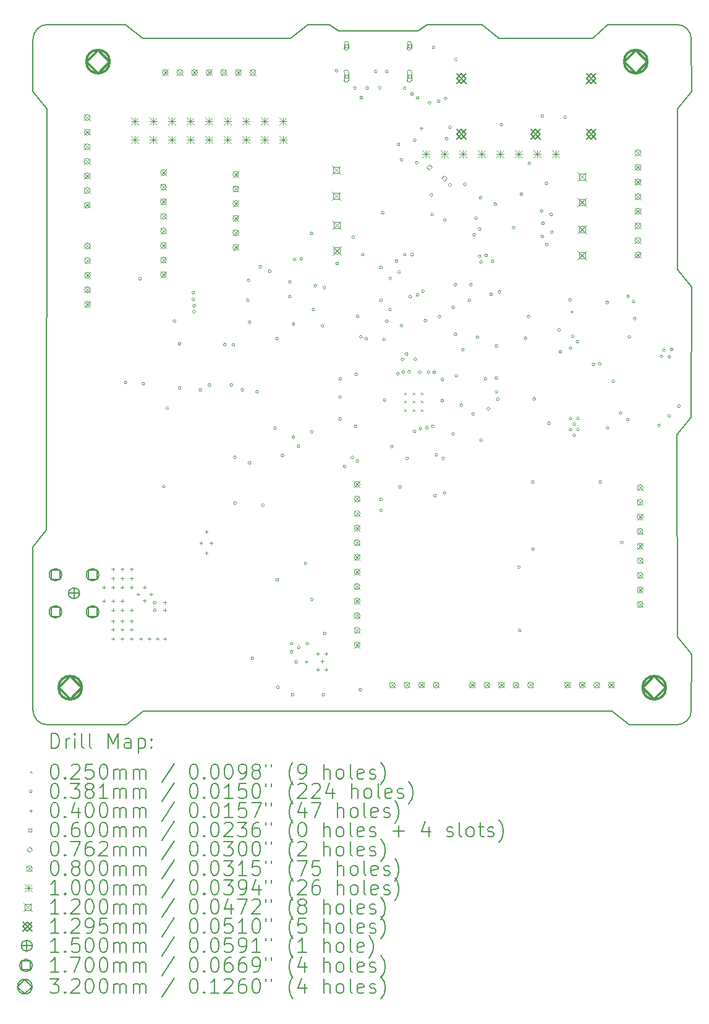
<source format=gbr>
%TF.GenerationSoftware,KiCad,Pcbnew,8.0.4*%
%TF.CreationDate,2024-11-24T13:51:27-08:00*%
%TF.ProjectId,mainboard,6d61696e-626f-4617-9264-2e6b69636164,06c*%
%TF.SameCoordinates,Original*%
%TF.FileFunction,Drillmap*%
%TF.FilePolarity,Positive*%
%FSLAX45Y45*%
G04 Gerber Fmt 4.5, Leading zero omitted, Abs format (unit mm)*
G04 Created by KiCad (PCBNEW 8.0.4) date 2024-11-24 13:51:27*
%MOMM*%
%LPD*%
G01*
G04 APERTURE LIST*
%ADD10C,0.150000*%
%ADD11C,0.200000*%
%ADD12C,0.100000*%
%ADD13C,0.120000*%
%ADD14C,0.129540*%
%ADD15C,0.170000*%
%ADD16C,0.320000*%
G04 APERTURE END LIST*
D10*
X9833610Y-5448910D02*
G75*
G02*
X10033610Y-5248910I200000J0D01*
G01*
X10033610Y-14837410D02*
G75*
G02*
X9833610Y-14637410I0J200000D01*
G01*
X18850610Y-14637410D02*
G75*
G02*
X18650610Y-14837410I-200000J0D01*
G01*
X15227610Y-5249910D02*
X15100610Y-5338810D01*
X14021110Y-5338810D02*
X13893110Y-5252720D01*
X11100160Y-5249020D02*
X10033610Y-5248910D01*
X18650610Y-5248910D02*
G75*
G02*
X18850610Y-5448910I0J-200000D01*
G01*
X15983160Y-5249910D02*
X15227610Y-5249910D01*
X9830020Y-12404840D02*
X9833610Y-14637410D01*
X15100610Y-5338810D02*
X14021110Y-5338810D01*
X11343640Y-14650720D02*
X11109960Y-14838680D01*
X18850610Y-5448910D02*
X18851880Y-6167120D01*
X18851880Y-8839200D02*
X18844260Y-10627360D01*
X18851880Y-13868400D02*
X18850610Y-14637410D01*
X18650610Y-14837410D02*
X17998440Y-14837410D01*
X11109960Y-14838680D02*
X10033610Y-14837410D01*
X10017980Y-12171160D02*
X10023000Y-6400800D01*
X17500000Y-5438980D02*
X17700000Y-5248910D01*
X11333840Y-5436980D02*
X13360400Y-5436980D01*
X17762830Y-14650720D02*
X11343640Y-14650720D01*
X9833610Y-5448910D02*
X9833020Y-6167120D01*
X13893110Y-5252720D02*
X13594080Y-5252720D01*
X18656300Y-10861040D02*
X18844260Y-10627360D01*
X16216840Y-5438980D02*
X15983160Y-5249910D01*
X10023000Y-6400800D02*
X9833020Y-6167120D01*
X13360400Y-5436980D02*
X13594080Y-5252720D01*
X18658840Y-13634720D02*
X18851880Y-13868400D01*
X18663920Y-6400800D02*
X18851880Y-6167120D01*
X10017980Y-12171160D02*
X9830020Y-12404840D01*
X11333840Y-5436980D02*
X11100160Y-5249020D01*
X18663920Y-6400800D02*
X18663920Y-8605520D01*
X17762830Y-14650720D02*
X17998440Y-14837410D01*
X18650610Y-5248910D02*
X17700000Y-5248910D01*
X16216840Y-5438980D02*
X17500000Y-5438980D01*
X18656300Y-10861040D02*
X18658840Y-13634720D01*
X18663920Y-8605520D02*
X18851880Y-8839200D01*
D11*
D12*
X14920167Y-10288500D02*
X14945167Y-10313500D01*
X14945167Y-10288500D02*
X14920167Y-10313500D01*
X14920167Y-10401833D02*
X14945167Y-10426833D01*
X14945167Y-10401833D02*
X14920167Y-10426833D01*
X14920167Y-10515167D02*
X14945167Y-10540167D01*
X14945167Y-10515167D02*
X14920167Y-10540167D01*
X15033500Y-10288500D02*
X15058500Y-10313500D01*
X15058500Y-10288500D02*
X15033500Y-10313500D01*
X15033500Y-10401833D02*
X15058500Y-10426833D01*
X15058500Y-10401833D02*
X15033500Y-10426833D01*
X15033500Y-10515167D02*
X15058500Y-10540167D01*
X15058500Y-10515167D02*
X15033500Y-10540167D01*
X15146833Y-10288500D02*
X15171833Y-10313500D01*
X15171833Y-10288500D02*
X15146833Y-10313500D01*
X15146833Y-10401833D02*
X15171833Y-10426833D01*
X15171833Y-10401833D02*
X15146833Y-10426833D01*
X15146833Y-10515167D02*
X15171833Y-10540167D01*
X15171833Y-10515167D02*
X15146833Y-10540167D01*
X11119050Y-10150000D02*
G75*
G02*
X11080950Y-10150000I-19050J0D01*
G01*
X11080950Y-10150000D02*
G75*
G02*
X11119050Y-10150000I19050J0D01*
G01*
X11319050Y-8730000D02*
G75*
G02*
X11280950Y-8730000I-19050J0D01*
G01*
X11280950Y-8730000D02*
G75*
G02*
X11319050Y-8730000I19050J0D01*
G01*
X11363610Y-10166350D02*
G75*
G02*
X11325510Y-10166350I-19050J0D01*
G01*
X11325510Y-10166350D02*
G75*
G02*
X11363610Y-10166350I19050J0D01*
G01*
X11518900Y-13163550D02*
G75*
G02*
X11480800Y-13163550I-19050J0D01*
G01*
X11480800Y-13163550D02*
G75*
G02*
X11518900Y-13163550I19050J0D01*
G01*
X11518900Y-13267540D02*
G75*
G02*
X11480800Y-13267540I-19050J0D01*
G01*
X11480800Y-13267540D02*
G75*
G02*
X11518900Y-13267540I19050J0D01*
G01*
X11644050Y-11575000D02*
G75*
G02*
X11605950Y-11575000I-19050J0D01*
G01*
X11605950Y-11575000D02*
G75*
G02*
X11644050Y-11575000I19050J0D01*
G01*
X11694050Y-10500000D02*
G75*
G02*
X11655950Y-10500000I-19050J0D01*
G01*
X11655950Y-10500000D02*
G75*
G02*
X11694050Y-10500000I19050J0D01*
G01*
X11789050Y-9310000D02*
G75*
G02*
X11750950Y-9310000I-19050J0D01*
G01*
X11750950Y-9310000D02*
G75*
G02*
X11789050Y-9310000I19050J0D01*
G01*
X11859050Y-9620000D02*
G75*
G02*
X11820950Y-9620000I-19050J0D01*
G01*
X11820950Y-9620000D02*
G75*
G02*
X11859050Y-9620000I19050J0D01*
G01*
X11860050Y-10224000D02*
G75*
G02*
X11821950Y-10224000I-19050J0D01*
G01*
X11821950Y-10224000D02*
G75*
G02*
X11860050Y-10224000I19050J0D01*
G01*
X12049050Y-8920000D02*
G75*
G02*
X12010950Y-8920000I-19050J0D01*
G01*
X12010950Y-8920000D02*
G75*
G02*
X12049050Y-8920000I19050J0D01*
G01*
X12049050Y-9010000D02*
G75*
G02*
X12010950Y-9010000I-19050J0D01*
G01*
X12010950Y-9010000D02*
G75*
G02*
X12049050Y-9010000I19050J0D01*
G01*
X12059050Y-9100000D02*
G75*
G02*
X12020950Y-9100000I-19050J0D01*
G01*
X12020950Y-9100000D02*
G75*
G02*
X12059050Y-9100000I19050J0D01*
G01*
X12059050Y-9180000D02*
G75*
G02*
X12020950Y-9180000I-19050J0D01*
G01*
X12020950Y-9180000D02*
G75*
G02*
X12059050Y-9180000I19050J0D01*
G01*
X12144050Y-10250000D02*
G75*
G02*
X12105950Y-10250000I-19050J0D01*
G01*
X12105950Y-10250000D02*
G75*
G02*
X12144050Y-10250000I19050J0D01*
G01*
X12269050Y-10184043D02*
G75*
G02*
X12230950Y-10184043I-19050J0D01*
G01*
X12230950Y-10184043D02*
G75*
G02*
X12269050Y-10184043I19050J0D01*
G01*
X12479050Y-9630000D02*
G75*
G02*
X12440950Y-9630000I-19050J0D01*
G01*
X12440950Y-9630000D02*
G75*
G02*
X12479050Y-9630000I19050J0D01*
G01*
X12569050Y-10184043D02*
G75*
G02*
X12530950Y-10184043I-19050J0D01*
G01*
X12530950Y-10184043D02*
G75*
G02*
X12569050Y-10184043I19050J0D01*
G01*
X12599050Y-9635000D02*
G75*
G02*
X12560950Y-9635000I-19050J0D01*
G01*
X12560950Y-9635000D02*
G75*
G02*
X12599050Y-9635000I19050J0D01*
G01*
X12619050Y-11175000D02*
G75*
G02*
X12580950Y-11175000I-19050J0D01*
G01*
X12580950Y-11175000D02*
G75*
G02*
X12619050Y-11175000I19050J0D01*
G01*
X12619050Y-11800000D02*
G75*
G02*
X12580950Y-11800000I-19050J0D01*
G01*
X12580950Y-11800000D02*
G75*
G02*
X12619050Y-11800000I19050J0D01*
G01*
X12719050Y-10250000D02*
G75*
G02*
X12680950Y-10250000I-19050J0D01*
G01*
X12680950Y-10250000D02*
G75*
G02*
X12719050Y-10250000I19050J0D01*
G01*
X12794050Y-9025000D02*
G75*
G02*
X12755950Y-9025000I-19050J0D01*
G01*
X12755950Y-9025000D02*
G75*
G02*
X12794050Y-9025000I19050J0D01*
G01*
X12804050Y-8750000D02*
G75*
G02*
X12765950Y-8750000I-19050J0D01*
G01*
X12765950Y-8750000D02*
G75*
G02*
X12804050Y-8750000I19050J0D01*
G01*
X12819050Y-9325000D02*
G75*
G02*
X12780950Y-9325000I-19050J0D01*
G01*
X12780950Y-9325000D02*
G75*
G02*
X12819050Y-9325000I19050J0D01*
G01*
X12819050Y-11250000D02*
G75*
G02*
X12780950Y-11250000I-19050J0D01*
G01*
X12780950Y-11250000D02*
G75*
G02*
X12819050Y-11250000I19050J0D01*
G01*
X12857444Y-13925895D02*
G75*
G02*
X12819344Y-13925895I-19050J0D01*
G01*
X12819344Y-13925895D02*
G75*
G02*
X12857444Y-13925895I19050J0D01*
G01*
X12921050Y-10277000D02*
G75*
G02*
X12882950Y-10277000I-19050J0D01*
G01*
X12882950Y-10277000D02*
G75*
G02*
X12921050Y-10277000I19050J0D01*
G01*
X12964050Y-8565000D02*
G75*
G02*
X12925950Y-8565000I-19050J0D01*
G01*
X12925950Y-8565000D02*
G75*
G02*
X12964050Y-8565000I19050J0D01*
G01*
X12999050Y-11830000D02*
G75*
G02*
X12960950Y-11830000I-19050J0D01*
G01*
X12960950Y-11830000D02*
G75*
G02*
X12999050Y-11830000I19050J0D01*
G01*
X13094050Y-8625000D02*
G75*
G02*
X13055950Y-8625000I-19050J0D01*
G01*
X13055950Y-8625000D02*
G75*
G02*
X13094050Y-8625000I19050J0D01*
G01*
X13169050Y-10775000D02*
G75*
G02*
X13130950Y-10775000I-19050J0D01*
G01*
X13130950Y-10775000D02*
G75*
G02*
X13169050Y-10775000I19050J0D01*
G01*
X13194050Y-9550000D02*
G75*
G02*
X13155950Y-9550000I-19050J0D01*
G01*
X13155950Y-9550000D02*
G75*
G02*
X13194050Y-9550000I19050J0D01*
G01*
X13199050Y-12850000D02*
G75*
G02*
X13160950Y-12850000I-19050J0D01*
G01*
X13160950Y-12850000D02*
G75*
G02*
X13199050Y-12850000I19050J0D01*
G01*
X13207444Y-14325895D02*
G75*
G02*
X13169344Y-14325895I-19050J0D01*
G01*
X13169344Y-14325895D02*
G75*
G02*
X13207444Y-14325895I19050J0D01*
G01*
X13269050Y-11150000D02*
G75*
G02*
X13230950Y-11150000I-19050J0D01*
G01*
X13230950Y-11150000D02*
G75*
G02*
X13269050Y-11150000I19050J0D01*
G01*
X13369050Y-8775000D02*
G75*
G02*
X13330950Y-8775000I-19050J0D01*
G01*
X13330950Y-8775000D02*
G75*
G02*
X13369050Y-8775000I19050J0D01*
G01*
X13369050Y-8975000D02*
G75*
G02*
X13330950Y-8975000I-19050J0D01*
G01*
X13330950Y-8975000D02*
G75*
G02*
X13369050Y-8975000I19050J0D01*
G01*
X13395524Y-13725715D02*
G75*
G02*
X13357424Y-13725715I-19050J0D01*
G01*
X13357424Y-13725715D02*
G75*
G02*
X13395524Y-13725715I19050J0D01*
G01*
X13395524Y-13837475D02*
G75*
G02*
X13357424Y-13837475I-19050J0D01*
G01*
X13357424Y-13837475D02*
G75*
G02*
X13395524Y-13837475I19050J0D01*
G01*
X13407444Y-14425895D02*
G75*
G02*
X13369344Y-14425895I-19050J0D01*
G01*
X13369344Y-14425895D02*
G75*
G02*
X13407444Y-14425895I19050J0D01*
G01*
X13419050Y-9350000D02*
G75*
G02*
X13380950Y-9350000I-19050J0D01*
G01*
X13380950Y-9350000D02*
G75*
G02*
X13419050Y-9350000I19050J0D01*
G01*
X13419050Y-10900000D02*
G75*
G02*
X13380950Y-10900000I-19050J0D01*
G01*
X13380950Y-10900000D02*
G75*
G02*
X13419050Y-10900000I19050J0D01*
G01*
X13434050Y-8465000D02*
G75*
G02*
X13395950Y-8465000I-19050J0D01*
G01*
X13395950Y-8465000D02*
G75*
G02*
X13434050Y-8465000I19050J0D01*
G01*
X13457444Y-13975895D02*
G75*
G02*
X13419344Y-13975895I-19050J0D01*
G01*
X13419344Y-13975895D02*
G75*
G02*
X13457444Y-13975895I19050J0D01*
G01*
X13490227Y-11021177D02*
G75*
G02*
X13452127Y-11021177I-19050J0D01*
G01*
X13452127Y-11021177D02*
G75*
G02*
X13490227Y-11021177I19050J0D01*
G01*
X13492044Y-13776515D02*
G75*
G02*
X13453944Y-13776515I-19050J0D01*
G01*
X13453944Y-13776515D02*
G75*
G02*
X13492044Y-13776515I19050J0D01*
G01*
X13526550Y-8457500D02*
G75*
G02*
X13488450Y-8457500I-19050J0D01*
G01*
X13488450Y-8457500D02*
G75*
G02*
X13526550Y-8457500I19050J0D01*
G01*
X13585007Y-12627700D02*
G75*
G02*
X13546907Y-12627700I-19050J0D01*
G01*
X13546907Y-12627700D02*
G75*
G02*
X13585007Y-12627700I19050J0D01*
G01*
X13608884Y-13725715D02*
G75*
G02*
X13570784Y-13725715I-19050J0D01*
G01*
X13570784Y-13725715D02*
G75*
G02*
X13608884Y-13725715I19050J0D01*
G01*
X13669050Y-8110000D02*
G75*
G02*
X13630950Y-8110000I-19050J0D01*
G01*
X13630950Y-8110000D02*
G75*
G02*
X13669050Y-8110000I19050J0D01*
G01*
X13669050Y-10825000D02*
G75*
G02*
X13630950Y-10825000I-19050J0D01*
G01*
X13630950Y-10825000D02*
G75*
G02*
X13669050Y-10825000I19050J0D01*
G01*
X13669050Y-13120000D02*
G75*
G02*
X13630950Y-13120000I-19050J0D01*
G01*
X13630950Y-13120000D02*
G75*
G02*
X13669050Y-13120000I19050J0D01*
G01*
X13694050Y-9150000D02*
G75*
G02*
X13655950Y-9150000I-19050J0D01*
G01*
X13655950Y-9150000D02*
G75*
G02*
X13694050Y-9150000I19050J0D01*
G01*
X13719050Y-8825000D02*
G75*
G02*
X13680950Y-8825000I-19050J0D01*
G01*
X13680950Y-8825000D02*
G75*
G02*
X13719050Y-8825000I19050J0D01*
G01*
X13819050Y-9375000D02*
G75*
G02*
X13780950Y-9375000I-19050J0D01*
G01*
X13780950Y-9375000D02*
G75*
G02*
X13819050Y-9375000I19050J0D01*
G01*
X13827570Y-14426340D02*
G75*
G02*
X13789470Y-14426340I-19050J0D01*
G01*
X13789470Y-14426340D02*
G75*
G02*
X13827570Y-14426340I19050J0D01*
G01*
X13844050Y-8850000D02*
G75*
G02*
X13805950Y-8850000I-19050J0D01*
G01*
X13805950Y-8850000D02*
G75*
G02*
X13844050Y-8850000I19050J0D01*
G01*
X13847570Y-13586340D02*
G75*
G02*
X13809470Y-13586340I-19050J0D01*
G01*
X13809470Y-13586340D02*
G75*
G02*
X13847570Y-13586340I19050J0D01*
G01*
X14009050Y-5880000D02*
G75*
G02*
X13970950Y-5880000I-19050J0D01*
G01*
X13970950Y-5880000D02*
G75*
G02*
X14009050Y-5880000I19050J0D01*
G01*
X14019050Y-8520000D02*
G75*
G02*
X13980950Y-8520000I-19050J0D01*
G01*
X13980950Y-8520000D02*
G75*
G02*
X14019050Y-8520000I19050J0D01*
G01*
X14059050Y-10100000D02*
G75*
G02*
X14020950Y-10100000I-19050J0D01*
G01*
X14020950Y-10100000D02*
G75*
G02*
X14059050Y-10100000I19050J0D01*
G01*
X14059050Y-10350000D02*
G75*
G02*
X14020950Y-10350000I-19050J0D01*
G01*
X14020950Y-10350000D02*
G75*
G02*
X14059050Y-10350000I19050J0D01*
G01*
X14059050Y-10650000D02*
G75*
G02*
X14020950Y-10650000I-19050J0D01*
G01*
X14020950Y-10650000D02*
G75*
G02*
X14059050Y-10650000I19050J0D01*
G01*
X14119050Y-11300000D02*
G75*
G02*
X14080950Y-11300000I-19050J0D01*
G01*
X14080950Y-11300000D02*
G75*
G02*
X14119050Y-11300000I19050J0D01*
G01*
X14225373Y-11176323D02*
G75*
G02*
X14187273Y-11176323I-19050J0D01*
G01*
X14187273Y-11176323D02*
G75*
G02*
X14225373Y-11176323I19050J0D01*
G01*
X14239050Y-8160000D02*
G75*
G02*
X14200950Y-8160000I-19050J0D01*
G01*
X14200950Y-8160000D02*
G75*
G02*
X14239050Y-8160000I19050J0D01*
G01*
X14259050Y-6120000D02*
G75*
G02*
X14220950Y-6120000I-19050J0D01*
G01*
X14220950Y-6120000D02*
G75*
G02*
X14259050Y-6120000I19050J0D01*
G01*
X14269050Y-10750000D02*
G75*
G02*
X14230950Y-10750000I-19050J0D01*
G01*
X14230950Y-10750000D02*
G75*
G02*
X14269050Y-10750000I19050J0D01*
G01*
X14279050Y-10040000D02*
G75*
G02*
X14240950Y-10040000I-19050J0D01*
G01*
X14240950Y-10040000D02*
G75*
G02*
X14279050Y-10040000I19050J0D01*
G01*
X14294050Y-11225000D02*
G75*
G02*
X14255950Y-11225000I-19050J0D01*
G01*
X14255950Y-11225000D02*
G75*
G02*
X14294050Y-11225000I19050J0D01*
G01*
X14299050Y-9245000D02*
G75*
G02*
X14260950Y-9245000I-19050J0D01*
G01*
X14260950Y-9245000D02*
G75*
G02*
X14299050Y-9245000I19050J0D01*
G01*
X14337570Y-14356340D02*
G75*
G02*
X14299470Y-14356340I-19050J0D01*
G01*
X14299470Y-14356340D02*
G75*
G02*
X14337570Y-14356340I19050J0D01*
G01*
X14344050Y-9525000D02*
G75*
G02*
X14305950Y-9525000I-19050J0D01*
G01*
X14305950Y-9525000D02*
G75*
G02*
X14344050Y-9525000I19050J0D01*
G01*
X14349050Y-6250000D02*
G75*
G02*
X14310950Y-6250000I-19050J0D01*
G01*
X14310950Y-6250000D02*
G75*
G02*
X14349050Y-6250000I19050J0D01*
G01*
X14369050Y-8400000D02*
G75*
G02*
X14330950Y-8400000I-19050J0D01*
G01*
X14330950Y-8400000D02*
G75*
G02*
X14369050Y-8400000I19050J0D01*
G01*
X14419050Y-9550000D02*
G75*
G02*
X14380950Y-9550000I-19050J0D01*
G01*
X14380950Y-9550000D02*
G75*
G02*
X14419050Y-9550000I19050J0D01*
G01*
X14429050Y-6120000D02*
G75*
G02*
X14390950Y-6120000I-19050J0D01*
G01*
X14390950Y-6120000D02*
G75*
G02*
X14429050Y-6120000I19050J0D01*
G01*
X14549050Y-5890000D02*
G75*
G02*
X14510950Y-5890000I-19050J0D01*
G01*
X14510950Y-5890000D02*
G75*
G02*
X14549050Y-5890000I19050J0D01*
G01*
X14599050Y-6115000D02*
G75*
G02*
X14560950Y-6115000I-19050J0D01*
G01*
X14560950Y-6115000D02*
G75*
G02*
X14599050Y-6115000I19050J0D01*
G01*
X14617932Y-11750000D02*
G75*
G02*
X14579832Y-11750000I-19050J0D01*
G01*
X14579832Y-11750000D02*
G75*
G02*
X14617932Y-11750000I19050J0D01*
G01*
X14619050Y-8575000D02*
G75*
G02*
X14580950Y-8575000I-19050J0D01*
G01*
X14580950Y-8575000D02*
G75*
G02*
X14619050Y-8575000I19050J0D01*
G01*
X14619050Y-9025000D02*
G75*
G02*
X14580950Y-9025000I-19050J0D01*
G01*
X14580950Y-9025000D02*
G75*
G02*
X14619050Y-9025000I19050J0D01*
G01*
X14619050Y-11900000D02*
G75*
G02*
X14580950Y-11900000I-19050J0D01*
G01*
X14580950Y-11900000D02*
G75*
G02*
X14619050Y-11900000I19050J0D01*
G01*
X14644050Y-7825000D02*
G75*
G02*
X14605950Y-7825000I-19050J0D01*
G01*
X14605950Y-7825000D02*
G75*
G02*
X14644050Y-7825000I19050J0D01*
G01*
X14659050Y-9560000D02*
G75*
G02*
X14620950Y-9560000I-19050J0D01*
G01*
X14620950Y-9560000D02*
G75*
G02*
X14659050Y-9560000I19050J0D01*
G01*
X14669050Y-10390000D02*
G75*
G02*
X14630950Y-10390000I-19050J0D01*
G01*
X14630950Y-10390000D02*
G75*
G02*
X14669050Y-10390000I19050J0D01*
G01*
X14699050Y-5892800D02*
G75*
G02*
X14660950Y-5892800I-19050J0D01*
G01*
X14660950Y-5892800D02*
G75*
G02*
X14699050Y-5892800I19050J0D01*
G01*
X14699050Y-9310000D02*
G75*
G02*
X14660950Y-9310000I-19050J0D01*
G01*
X14660950Y-9310000D02*
G75*
G02*
X14699050Y-9310000I19050J0D01*
G01*
X14744050Y-8725000D02*
G75*
G02*
X14705950Y-8725000I-19050J0D01*
G01*
X14705950Y-8725000D02*
G75*
G02*
X14744050Y-8725000I19050J0D01*
G01*
X14744050Y-9150000D02*
G75*
G02*
X14705950Y-9150000I-19050J0D01*
G01*
X14705950Y-9150000D02*
G75*
G02*
X14744050Y-9150000I19050J0D01*
G01*
X14766550Y-11027500D02*
G75*
G02*
X14728450Y-11027500I-19050J0D01*
G01*
X14728450Y-11027500D02*
G75*
G02*
X14766550Y-11027500I19050J0D01*
G01*
X14831550Y-8487500D02*
G75*
G02*
X14793450Y-8487500I-19050J0D01*
G01*
X14793450Y-8487500D02*
G75*
G02*
X14831550Y-8487500I19050J0D01*
G01*
X14849050Y-10030000D02*
G75*
G02*
X14810950Y-10030000I-19050J0D01*
G01*
X14810950Y-10030000D02*
G75*
G02*
X14849050Y-10030000I19050J0D01*
G01*
X14859050Y-6890000D02*
G75*
G02*
X14820950Y-6890000I-19050J0D01*
G01*
X14820950Y-6890000D02*
G75*
G02*
X14859050Y-6890000I19050J0D01*
G01*
X14869050Y-8637500D02*
G75*
G02*
X14830950Y-8637500I-19050J0D01*
G01*
X14830950Y-8637500D02*
G75*
G02*
X14869050Y-8637500I19050J0D01*
G01*
X14879050Y-11580000D02*
G75*
G02*
X14840950Y-11580000I-19050J0D01*
G01*
X14840950Y-11580000D02*
G75*
G02*
X14879050Y-11580000I19050J0D01*
G01*
X14899050Y-7100000D02*
G75*
G02*
X14860950Y-7100000I-19050J0D01*
G01*
X14860950Y-7100000D02*
G75*
G02*
X14899050Y-7100000I19050J0D01*
G01*
X14899802Y-9370753D02*
G75*
G02*
X14861702Y-9370753I-19050J0D01*
G01*
X14861702Y-9370753D02*
G75*
G02*
X14899802Y-9370753I19050J0D01*
G01*
X14913252Y-9834203D02*
G75*
G02*
X14875152Y-9834203I-19050J0D01*
G01*
X14875152Y-9834203D02*
G75*
G02*
X14913252Y-9834203I19050J0D01*
G01*
X14924050Y-10008000D02*
G75*
G02*
X14885950Y-10008000I-19050J0D01*
G01*
X14885950Y-10008000D02*
G75*
G02*
X14924050Y-10008000I19050J0D01*
G01*
X14944050Y-6120000D02*
G75*
G02*
X14905950Y-6120000I-19050J0D01*
G01*
X14905950Y-6120000D02*
G75*
G02*
X14944050Y-6120000I19050J0D01*
G01*
X14944050Y-8400000D02*
G75*
G02*
X14905950Y-8400000I-19050J0D01*
G01*
X14905950Y-8400000D02*
G75*
G02*
X14944050Y-8400000I19050J0D01*
G01*
X14969050Y-9760000D02*
G75*
G02*
X14930950Y-9760000I-19050J0D01*
G01*
X14930950Y-9760000D02*
G75*
G02*
X14969050Y-9760000I19050J0D01*
G01*
X14977800Y-11188750D02*
G75*
G02*
X14939700Y-11188750I-19050J0D01*
G01*
X14939700Y-11188750D02*
G75*
G02*
X14977800Y-11188750I19050J0D01*
G01*
X15004050Y-10002000D02*
G75*
G02*
X14965950Y-10002000I-19050J0D01*
G01*
X14965950Y-10002000D02*
G75*
G02*
X15004050Y-10002000I19050J0D01*
G01*
X15019050Y-8975000D02*
G75*
G02*
X14980950Y-8975000I-19050J0D01*
G01*
X14980950Y-8975000D02*
G75*
G02*
X15019050Y-8975000I19050J0D01*
G01*
X15044050Y-6200000D02*
G75*
G02*
X15005950Y-6200000I-19050J0D01*
G01*
X15005950Y-6200000D02*
G75*
G02*
X15044050Y-6200000I19050J0D01*
G01*
X15044050Y-8400000D02*
G75*
G02*
X15005950Y-8400000I-19050J0D01*
G01*
X15005950Y-8400000D02*
G75*
G02*
X15044050Y-8400000I19050J0D01*
G01*
X15079050Y-10820000D02*
G75*
G02*
X15040950Y-10820000I-19050J0D01*
G01*
X15040950Y-10820000D02*
G75*
G02*
X15079050Y-10820000I19050J0D01*
G01*
X15081250Y-6832600D02*
G75*
G02*
X15043150Y-6832600I-19050J0D01*
G01*
X15043150Y-6832600D02*
G75*
G02*
X15081250Y-6832600I19050J0D01*
G01*
X15089050Y-9830000D02*
G75*
G02*
X15050950Y-9830000I-19050J0D01*
G01*
X15050950Y-9830000D02*
G75*
G02*
X15089050Y-9830000I19050J0D01*
G01*
X15109050Y-7140000D02*
G75*
G02*
X15070950Y-7140000I-19050J0D01*
G01*
X15070950Y-7140000D02*
G75*
G02*
X15109050Y-7140000I19050J0D01*
G01*
X15119050Y-6250000D02*
G75*
G02*
X15080950Y-6250000I-19050J0D01*
G01*
X15080950Y-6250000D02*
G75*
G02*
X15119050Y-6250000I19050J0D01*
G01*
X15119050Y-8950000D02*
G75*
G02*
X15080950Y-8950000I-19050J0D01*
G01*
X15080950Y-8950000D02*
G75*
G02*
X15119050Y-8950000I19050J0D01*
G01*
X15149050Y-10010000D02*
G75*
G02*
X15110950Y-10010000I-19050J0D01*
G01*
X15110950Y-10010000D02*
G75*
G02*
X15149050Y-10010000I19050J0D01*
G01*
X15159050Y-10780000D02*
G75*
G02*
X15120950Y-10780000I-19050J0D01*
G01*
X15120950Y-10780000D02*
G75*
G02*
X15159050Y-10780000I19050J0D01*
G01*
X15194050Y-8900000D02*
G75*
G02*
X15155950Y-8900000I-19050J0D01*
G01*
X15155950Y-8900000D02*
G75*
G02*
X15194050Y-8900000I19050J0D01*
G01*
X15227300Y-9302750D02*
G75*
G02*
X15189200Y-9302750I-19050J0D01*
G01*
X15189200Y-9302750D02*
G75*
G02*
X15227300Y-9302750I19050J0D01*
G01*
X15249050Y-10770000D02*
G75*
G02*
X15210950Y-10770000I-19050J0D01*
G01*
X15210950Y-10770000D02*
G75*
G02*
X15249050Y-10770000I19050J0D01*
G01*
X15269050Y-10010000D02*
G75*
G02*
X15230950Y-10010000I-19050J0D01*
G01*
X15230950Y-10010000D02*
G75*
G02*
X15269050Y-10010000I19050J0D01*
G01*
X15284050Y-6320000D02*
G75*
G02*
X15245950Y-6320000I-19050J0D01*
G01*
X15245950Y-6320000D02*
G75*
G02*
X15284050Y-6320000I19050J0D01*
G01*
X15309050Y-7580000D02*
G75*
G02*
X15270950Y-7580000I-19050J0D01*
G01*
X15270950Y-7580000D02*
G75*
G02*
X15309050Y-7580000I19050J0D01*
G01*
X15319050Y-7850000D02*
G75*
G02*
X15280950Y-7850000I-19050J0D01*
G01*
X15280950Y-7850000D02*
G75*
G02*
X15319050Y-7850000I19050J0D01*
G01*
X15329050Y-10750000D02*
G75*
G02*
X15290950Y-10750000I-19050J0D01*
G01*
X15290950Y-10750000D02*
G75*
G02*
X15329050Y-10750000I19050J0D01*
G01*
X15337050Y-5563000D02*
G75*
G02*
X15298950Y-5563000I-19050J0D01*
G01*
X15298950Y-5563000D02*
G75*
G02*
X15337050Y-5563000I19050J0D01*
G01*
X15349050Y-10010000D02*
G75*
G02*
X15310950Y-10010000I-19050J0D01*
G01*
X15310950Y-10010000D02*
G75*
G02*
X15349050Y-10010000I19050J0D01*
G01*
X15359050Y-11700000D02*
G75*
G02*
X15320950Y-11700000I-19050J0D01*
G01*
X15320950Y-11700000D02*
G75*
G02*
X15359050Y-11700000I19050J0D01*
G01*
X15379050Y-11140000D02*
G75*
G02*
X15340950Y-11140000I-19050J0D01*
G01*
X15340950Y-11140000D02*
G75*
G02*
X15379050Y-11140000I19050J0D01*
G01*
X15409050Y-6300000D02*
G75*
G02*
X15370950Y-6300000I-19050J0D01*
G01*
X15370950Y-6300000D02*
G75*
G02*
X15409050Y-6300000I19050J0D01*
G01*
X15419050Y-9250000D02*
G75*
G02*
X15380950Y-9250000I-19050J0D01*
G01*
X15380950Y-9250000D02*
G75*
G02*
X15419050Y-9250000I19050J0D01*
G01*
X15459050Y-10110000D02*
G75*
G02*
X15420950Y-10110000I-19050J0D01*
G01*
X15420950Y-10110000D02*
G75*
G02*
X15459050Y-10110000I19050J0D01*
G01*
X15459050Y-10400000D02*
G75*
G02*
X15420950Y-10400000I-19050J0D01*
G01*
X15420950Y-10400000D02*
G75*
G02*
X15459050Y-10400000I19050J0D01*
G01*
X15469050Y-11190000D02*
G75*
G02*
X15430950Y-11190000I-19050J0D01*
G01*
X15430950Y-11190000D02*
G75*
G02*
X15469050Y-11190000I19050J0D01*
G01*
X15489050Y-11660000D02*
G75*
G02*
X15450950Y-11660000I-19050J0D01*
G01*
X15450950Y-11660000D02*
G75*
G02*
X15489050Y-11660000I19050J0D01*
G01*
X15494050Y-7925000D02*
G75*
G02*
X15455950Y-7925000I-19050J0D01*
G01*
X15455950Y-7925000D02*
G75*
G02*
X15494050Y-7925000I19050J0D01*
G01*
X15504370Y-6260040D02*
G75*
G02*
X15466270Y-6260040I-19050J0D01*
G01*
X15466270Y-6260040D02*
G75*
G02*
X15504370Y-6260040I19050J0D01*
G01*
X15515590Y-6812280D02*
G75*
G02*
X15477490Y-6812280I-19050J0D01*
G01*
X15477490Y-6812280D02*
G75*
G02*
X15515590Y-6812280I19050J0D01*
G01*
X15563850Y-6654800D02*
G75*
G02*
X15525750Y-6654800I-19050J0D01*
G01*
X15525750Y-6654800D02*
G75*
G02*
X15563850Y-6654800I19050J0D01*
G01*
X15564050Y-7445000D02*
G75*
G02*
X15525950Y-7445000I-19050J0D01*
G01*
X15525950Y-7445000D02*
G75*
G02*
X15564050Y-7445000I19050J0D01*
G01*
X15604050Y-10855000D02*
G75*
G02*
X15565950Y-10855000I-19050J0D01*
G01*
X15565950Y-10855000D02*
G75*
G02*
X15604050Y-10855000I19050J0D01*
G01*
X15609050Y-9120000D02*
G75*
G02*
X15570950Y-9120000I-19050J0D01*
G01*
X15570950Y-9120000D02*
G75*
G02*
X15609050Y-9120000I19050J0D01*
G01*
X15639050Y-8810000D02*
G75*
G02*
X15600950Y-8810000I-19050J0D01*
G01*
X15600950Y-8810000D02*
G75*
G02*
X15639050Y-8810000I19050J0D01*
G01*
X15639050Y-9490000D02*
G75*
G02*
X15600950Y-9490000I-19050J0D01*
G01*
X15600950Y-9490000D02*
G75*
G02*
X15639050Y-9490000I19050J0D01*
G01*
X15648400Y-5725700D02*
G75*
G02*
X15610300Y-5725700I-19050J0D01*
G01*
X15610300Y-5725700D02*
G75*
G02*
X15648400Y-5725700I19050J0D01*
G01*
X15649050Y-10060000D02*
G75*
G02*
X15610950Y-10060000I-19050J0D01*
G01*
X15610950Y-10060000D02*
G75*
G02*
X15649050Y-10060000I19050J0D01*
G01*
X15719050Y-10460000D02*
G75*
G02*
X15680950Y-10460000I-19050J0D01*
G01*
X15680950Y-10460000D02*
G75*
G02*
X15719050Y-10460000I19050J0D01*
G01*
X15739050Y-9700000D02*
G75*
G02*
X15700950Y-9700000I-19050J0D01*
G01*
X15700950Y-9700000D02*
G75*
G02*
X15739050Y-9700000I19050J0D01*
G01*
X15767049Y-7435851D02*
G75*
G02*
X15728949Y-7435851I-19050J0D01*
G01*
X15728949Y-7435851D02*
G75*
G02*
X15767049Y-7435851I19050J0D01*
G01*
X15829050Y-9025000D02*
G75*
G02*
X15790950Y-9025000I-19050J0D01*
G01*
X15790950Y-9025000D02*
G75*
G02*
X15829050Y-9025000I19050J0D01*
G01*
X15849050Y-8810000D02*
G75*
G02*
X15810950Y-8810000I-19050J0D01*
G01*
X15810950Y-8810000D02*
G75*
G02*
X15849050Y-8810000I19050J0D01*
G01*
X15879050Y-10580000D02*
G75*
G02*
X15840950Y-10580000I-19050J0D01*
G01*
X15840950Y-10580000D02*
G75*
G02*
X15879050Y-10580000I19050J0D01*
G01*
X15894050Y-8125000D02*
G75*
G02*
X15855950Y-8125000I-19050J0D01*
G01*
X15855950Y-8125000D02*
G75*
G02*
X15894050Y-8125000I19050J0D01*
G01*
X15919050Y-7900000D02*
G75*
G02*
X15880950Y-7900000I-19050J0D01*
G01*
X15880950Y-7900000D02*
G75*
G02*
X15919050Y-7900000I19050J0D01*
G01*
X15939050Y-9530000D02*
G75*
G02*
X15900950Y-9530000I-19050J0D01*
G01*
X15900950Y-9530000D02*
G75*
G02*
X15939050Y-9530000I19050J0D01*
G01*
X15969050Y-8050000D02*
G75*
G02*
X15930950Y-8050000I-19050J0D01*
G01*
X15930950Y-8050000D02*
G75*
G02*
X15969050Y-8050000I19050J0D01*
G01*
X15969050Y-8420000D02*
G75*
G02*
X15930950Y-8420000I-19050J0D01*
G01*
X15930950Y-8420000D02*
G75*
G02*
X15969050Y-8420000I19050J0D01*
G01*
X15982950Y-7620005D02*
G75*
G02*
X15944850Y-7620005I-19050J0D01*
G01*
X15944850Y-7620005D02*
G75*
G02*
X15982950Y-7620005I19050J0D01*
G01*
X15989050Y-8500000D02*
G75*
G02*
X15950950Y-8500000I-19050J0D01*
G01*
X15950950Y-8500000D02*
G75*
G02*
X15989050Y-8500000I19050J0D01*
G01*
X15989050Y-10940000D02*
G75*
G02*
X15950950Y-10940000I-19050J0D01*
G01*
X15950950Y-10940000D02*
G75*
G02*
X15989050Y-10940000I19050J0D01*
G01*
X16049050Y-10100000D02*
G75*
G02*
X16010950Y-10100000I-19050J0D01*
G01*
X16010950Y-10100000D02*
G75*
G02*
X16049050Y-10100000I19050J0D01*
G01*
X16059050Y-8410000D02*
G75*
G02*
X16020950Y-8410000I-19050J0D01*
G01*
X16020950Y-8410000D02*
G75*
G02*
X16059050Y-8410000I19050J0D01*
G01*
X16089050Y-10510000D02*
G75*
G02*
X16050950Y-10510000I-19050J0D01*
G01*
X16050950Y-10510000D02*
G75*
G02*
X16089050Y-10510000I19050J0D01*
G01*
X16126550Y-8942500D02*
G75*
G02*
X16088450Y-8942500I-19050J0D01*
G01*
X16088450Y-8942500D02*
G75*
G02*
X16126550Y-8942500I19050J0D01*
G01*
X16149050Y-8490000D02*
G75*
G02*
X16110950Y-8490000I-19050J0D01*
G01*
X16110950Y-8490000D02*
G75*
G02*
X16149050Y-8490000I19050J0D01*
G01*
X16185268Y-7708018D02*
G75*
G02*
X16147168Y-7708018I-19050J0D01*
G01*
X16147168Y-7708018D02*
G75*
G02*
X16185268Y-7708018I19050J0D01*
G01*
X16199050Y-9650000D02*
G75*
G02*
X16160950Y-9650000I-19050J0D01*
G01*
X16160950Y-9650000D02*
G75*
G02*
X16199050Y-9650000I19050J0D01*
G01*
X16199050Y-10090000D02*
G75*
G02*
X16160950Y-10090000I-19050J0D01*
G01*
X16160950Y-10090000D02*
G75*
G02*
X16199050Y-10090000I19050J0D01*
G01*
X16199050Y-10280000D02*
G75*
G02*
X16160950Y-10280000I-19050J0D01*
G01*
X16160950Y-10280000D02*
G75*
G02*
X16199050Y-10280000I19050J0D01*
G01*
X16219050Y-10380000D02*
G75*
G02*
X16180950Y-10380000I-19050J0D01*
G01*
X16180950Y-10380000D02*
G75*
G02*
X16219050Y-10380000I19050J0D01*
G01*
X16239050Y-8910000D02*
G75*
G02*
X16200950Y-8910000I-19050J0D01*
G01*
X16200950Y-8910000D02*
G75*
G02*
X16239050Y-8910000I19050J0D01*
G01*
X16267650Y-6619240D02*
G75*
G02*
X16229550Y-6619240I-19050J0D01*
G01*
X16229550Y-6619240D02*
G75*
G02*
X16267650Y-6619240I19050J0D01*
G01*
X16436550Y-8030000D02*
G75*
G02*
X16398450Y-8030000I-19050J0D01*
G01*
X16398450Y-8030000D02*
G75*
G02*
X16436550Y-8030000I19050J0D01*
G01*
X16505050Y-12679000D02*
G75*
G02*
X16466950Y-12679000I-19050J0D01*
G01*
X16466950Y-12679000D02*
G75*
G02*
X16505050Y-12679000I19050J0D01*
G01*
X16519050Y-13547000D02*
G75*
G02*
X16480950Y-13547000I-19050J0D01*
G01*
X16480950Y-13547000D02*
G75*
G02*
X16519050Y-13547000I19050J0D01*
G01*
X16541750Y-7571740D02*
G75*
G02*
X16503650Y-7571740I-19050J0D01*
G01*
X16503650Y-7571740D02*
G75*
G02*
X16541750Y-7571740I19050J0D01*
G01*
X16599050Y-9545000D02*
G75*
G02*
X16560950Y-9545000I-19050J0D01*
G01*
X16560950Y-9545000D02*
G75*
G02*
X16599050Y-9545000I19050J0D01*
G01*
X16639050Y-9250000D02*
G75*
G02*
X16600950Y-9250000I-19050J0D01*
G01*
X16600950Y-9250000D02*
G75*
G02*
X16639050Y-9250000I19050J0D01*
G01*
X16649050Y-7150000D02*
G75*
G02*
X16610950Y-7150000I-19050J0D01*
G01*
X16610950Y-7150000D02*
G75*
G02*
X16649050Y-7150000I19050J0D01*
G01*
X16699050Y-11514042D02*
G75*
G02*
X16660950Y-11514042I-19050J0D01*
G01*
X16660950Y-11514042D02*
G75*
G02*
X16699050Y-11514042I19050J0D01*
G01*
X16701534Y-12431484D02*
G75*
G02*
X16663434Y-12431484I-19050J0D01*
G01*
X16663434Y-12431484D02*
G75*
G02*
X16701534Y-12431484I19050J0D01*
G01*
X16719050Y-10375000D02*
G75*
G02*
X16680950Y-10375000I-19050J0D01*
G01*
X16680950Y-10375000D02*
G75*
G02*
X16719050Y-10375000I19050J0D01*
G01*
X16819050Y-7800000D02*
G75*
G02*
X16780950Y-7800000I-19050J0D01*
G01*
X16780950Y-7800000D02*
G75*
G02*
X16819050Y-7800000I19050J0D01*
G01*
X16827710Y-6501340D02*
G75*
G02*
X16789610Y-6501340I-19050J0D01*
G01*
X16789610Y-6501340D02*
G75*
G02*
X16827710Y-6501340I19050J0D01*
G01*
X16829050Y-8150000D02*
G75*
G02*
X16790950Y-8150000I-19050J0D01*
G01*
X16790950Y-8150000D02*
G75*
G02*
X16829050Y-8150000I19050J0D01*
G01*
X16839050Y-7970000D02*
G75*
G02*
X16800950Y-7970000I-19050J0D01*
G01*
X16800950Y-7970000D02*
G75*
G02*
X16839050Y-7970000I19050J0D01*
G01*
X16884650Y-7425000D02*
G75*
G02*
X16846550Y-7425000I-19050J0D01*
G01*
X16846550Y-7425000D02*
G75*
G02*
X16884650Y-7425000I19050J0D01*
G01*
X16889050Y-8260000D02*
G75*
G02*
X16850950Y-8260000I-19050J0D01*
G01*
X16850950Y-8260000D02*
G75*
G02*
X16889050Y-8260000I19050J0D01*
G01*
X16919050Y-10710000D02*
G75*
G02*
X16880950Y-10710000I-19050J0D01*
G01*
X16880950Y-10710000D02*
G75*
G02*
X16919050Y-10710000I19050J0D01*
G01*
X16949050Y-7850000D02*
G75*
G02*
X16910950Y-7850000I-19050J0D01*
G01*
X16910950Y-7850000D02*
G75*
G02*
X16949050Y-7850000I19050J0D01*
G01*
X16959050Y-8090000D02*
G75*
G02*
X16920950Y-8090000I-19050J0D01*
G01*
X16920950Y-8090000D02*
G75*
G02*
X16959050Y-8090000I19050J0D01*
G01*
X17059050Y-9430000D02*
G75*
G02*
X17020950Y-9430000I-19050J0D01*
G01*
X17020950Y-9430000D02*
G75*
G02*
X17059050Y-9430000I19050J0D01*
G01*
X17076050Y-9730000D02*
G75*
G02*
X17037950Y-9730000I-19050J0D01*
G01*
X17037950Y-9730000D02*
G75*
G02*
X17076050Y-9730000I19050J0D01*
G01*
X17139050Y-6520000D02*
G75*
G02*
X17100950Y-6520000I-19050J0D01*
G01*
X17100950Y-6520000D02*
G75*
G02*
X17139050Y-6520000I19050J0D01*
G01*
X17209050Y-9020000D02*
G75*
G02*
X17170950Y-9020000I-19050J0D01*
G01*
X17170950Y-9020000D02*
G75*
G02*
X17209050Y-9020000I19050J0D01*
G01*
X17214850Y-9677400D02*
G75*
G02*
X17176750Y-9677400I-19050J0D01*
G01*
X17176750Y-9677400D02*
G75*
G02*
X17214850Y-9677400I19050J0D01*
G01*
X17214850Y-10642600D02*
G75*
G02*
X17176750Y-10642600I-19050J0D01*
G01*
X17176750Y-10642600D02*
G75*
G02*
X17214850Y-10642600I19050J0D01*
G01*
X17214850Y-10795000D02*
G75*
G02*
X17176750Y-10795000I-19050J0D01*
G01*
X17176750Y-10795000D02*
G75*
G02*
X17214850Y-10795000I19050J0D01*
G01*
X17240050Y-9517000D02*
G75*
G02*
X17201950Y-9517000I-19050J0D01*
G01*
X17201950Y-9517000D02*
G75*
G02*
X17240050Y-9517000I19050J0D01*
G01*
X17265650Y-10718800D02*
G75*
G02*
X17227550Y-10718800I-19050J0D01*
G01*
X17227550Y-10718800D02*
G75*
G02*
X17265650Y-10718800I19050J0D01*
G01*
X17265650Y-10871200D02*
G75*
G02*
X17227550Y-10871200I-19050J0D01*
G01*
X17227550Y-10871200D02*
G75*
G02*
X17265650Y-10871200I19050J0D01*
G01*
X17309050Y-9590000D02*
G75*
G02*
X17270950Y-9590000I-19050J0D01*
G01*
X17270950Y-9590000D02*
G75*
G02*
X17309050Y-9590000I19050J0D01*
G01*
X17316450Y-10642600D02*
G75*
G02*
X17278350Y-10642600I-19050J0D01*
G01*
X17278350Y-10642600D02*
G75*
G02*
X17316450Y-10642600I19050J0D01*
G01*
X17316450Y-10795000D02*
G75*
G02*
X17278350Y-10795000I-19050J0D01*
G01*
X17278350Y-10795000D02*
G75*
G02*
X17316450Y-10795000I19050J0D01*
G01*
X17527270Y-9904000D02*
G75*
G02*
X17489170Y-9904000I-19050J0D01*
G01*
X17489170Y-9904000D02*
G75*
G02*
X17527270Y-9904000I19050J0D01*
G01*
X17614050Y-9894000D02*
G75*
G02*
X17575950Y-9894000I-19050J0D01*
G01*
X17575950Y-9894000D02*
G75*
G02*
X17614050Y-9894000I19050J0D01*
G01*
X17622050Y-11514042D02*
G75*
G02*
X17583950Y-11514042I-19050J0D01*
G01*
X17583950Y-11514042D02*
G75*
G02*
X17622050Y-11514042I19050J0D01*
G01*
X17719050Y-9055099D02*
G75*
G02*
X17680950Y-9055099I-19050J0D01*
G01*
X17680950Y-9055099D02*
G75*
G02*
X17719050Y-9055099I19050J0D01*
G01*
X17722850Y-10769600D02*
G75*
G02*
X17684750Y-10769600I-19050J0D01*
G01*
X17684750Y-10769600D02*
G75*
G02*
X17722850Y-10769600I19050J0D01*
G01*
X17799050Y-10134600D02*
G75*
G02*
X17760950Y-10134600I-19050J0D01*
G01*
X17760950Y-10134600D02*
G75*
G02*
X17799050Y-10134600I19050J0D01*
G01*
X17900650Y-10566400D02*
G75*
G02*
X17862550Y-10566400I-19050J0D01*
G01*
X17862550Y-10566400D02*
G75*
G02*
X17900650Y-10566400I19050J0D01*
G01*
X17919050Y-12340000D02*
G75*
G02*
X17880950Y-12340000I-19050J0D01*
G01*
X17880950Y-12340000D02*
G75*
G02*
X17919050Y-12340000I19050J0D01*
G01*
X17999050Y-10660000D02*
G75*
G02*
X17960950Y-10660000I-19050J0D01*
G01*
X17960950Y-10660000D02*
G75*
G02*
X17999050Y-10660000I19050J0D01*
G01*
X18004550Y-8968500D02*
G75*
G02*
X17966450Y-8968500I-19050J0D01*
G01*
X17966450Y-8968500D02*
G75*
G02*
X18004550Y-8968500I19050J0D01*
G01*
X18019050Y-9525000D02*
G75*
G02*
X17980950Y-9525000I-19050J0D01*
G01*
X17980950Y-9525000D02*
G75*
G02*
X18019050Y-9525000I19050J0D01*
G01*
X18078450Y-9042400D02*
G75*
G02*
X18040350Y-9042400I-19050J0D01*
G01*
X18040350Y-9042400D02*
G75*
G02*
X18078450Y-9042400I19050J0D01*
G01*
X18094050Y-9275000D02*
G75*
G02*
X18055950Y-9275000I-19050J0D01*
G01*
X18055950Y-9275000D02*
G75*
G02*
X18094050Y-9275000I19050J0D01*
G01*
X18428050Y-10739000D02*
G75*
G02*
X18389950Y-10739000I-19050J0D01*
G01*
X18389950Y-10739000D02*
G75*
G02*
X18428050Y-10739000I19050J0D01*
G01*
X18460050Y-9792000D02*
G75*
G02*
X18421950Y-9792000I-19050J0D01*
G01*
X18421950Y-9792000D02*
G75*
G02*
X18460050Y-9792000I19050J0D01*
G01*
X18494050Y-9707500D02*
G75*
G02*
X18455950Y-9707500I-19050J0D01*
G01*
X18455950Y-9707500D02*
G75*
G02*
X18494050Y-9707500I19050J0D01*
G01*
X18567050Y-9798000D02*
G75*
G02*
X18528950Y-9798000I-19050J0D01*
G01*
X18528950Y-9798000D02*
G75*
G02*
X18567050Y-9798000I19050J0D01*
G01*
X18567050Y-10608000D02*
G75*
G02*
X18528950Y-10608000I-19050J0D01*
G01*
X18528950Y-10608000D02*
G75*
G02*
X18567050Y-10608000I19050J0D01*
G01*
X18600050Y-9697000D02*
G75*
G02*
X18561950Y-9697000I-19050J0D01*
G01*
X18561950Y-9697000D02*
G75*
G02*
X18600050Y-9697000I19050J0D01*
G01*
X18700050Y-10474000D02*
G75*
G02*
X18661950Y-10474000I-19050J0D01*
G01*
X18661950Y-10474000D02*
G75*
G02*
X18700050Y-10474000I19050J0D01*
G01*
X10801350Y-13119750D02*
X10801350Y-13159750D01*
X10781350Y-13139750D02*
X10821350Y-13139750D01*
X10801858Y-12932806D02*
X10801858Y-12972806D01*
X10781858Y-12952806D02*
X10821858Y-12952806D01*
X10928350Y-13119750D02*
X10928350Y-13159750D01*
X10908350Y-13139750D02*
X10948350Y-13139750D01*
X10928350Y-13246750D02*
X10928350Y-13286750D01*
X10908350Y-13266750D02*
X10948350Y-13266750D01*
X10928350Y-13397550D02*
X10928350Y-13437550D01*
X10908350Y-13417550D02*
X10948350Y-13417550D01*
X10928350Y-13511850D02*
X10928350Y-13551850D01*
X10908350Y-13531850D02*
X10948350Y-13531850D01*
X10928350Y-13638850D02*
X10928350Y-13678850D01*
X10908350Y-13658850D02*
X10948350Y-13658850D01*
X10928858Y-12683886D02*
X10928858Y-12723886D01*
X10908858Y-12703886D02*
X10948858Y-12703886D01*
X10928858Y-12810886D02*
X10928858Y-12850886D01*
X10908858Y-12830886D02*
X10948858Y-12830886D01*
X10928858Y-12932806D02*
X10928858Y-12972806D01*
X10908858Y-12952806D02*
X10948858Y-12952806D01*
X11055350Y-13119750D02*
X11055350Y-13159750D01*
X11035350Y-13139750D02*
X11075350Y-13139750D01*
X11055350Y-13246750D02*
X11055350Y-13286750D01*
X11035350Y-13266750D02*
X11075350Y-13266750D01*
X11055350Y-13397550D02*
X11055350Y-13437550D01*
X11035350Y-13417550D02*
X11075350Y-13417550D01*
X11055350Y-13511850D02*
X11055350Y-13551850D01*
X11035350Y-13531850D02*
X11075350Y-13531850D01*
X11055350Y-13638850D02*
X11055350Y-13678850D01*
X11035350Y-13658850D02*
X11075350Y-13658850D01*
X11055858Y-12683886D02*
X11055858Y-12723886D01*
X11035858Y-12703886D02*
X11075858Y-12703886D01*
X11055858Y-12810886D02*
X11055858Y-12850886D01*
X11035858Y-12830886D02*
X11075858Y-12830886D01*
X11055858Y-12932806D02*
X11055858Y-12972806D01*
X11035858Y-12952806D02*
X11075858Y-12952806D01*
X11182350Y-13246750D02*
X11182350Y-13286750D01*
X11162350Y-13266750D02*
X11202350Y-13266750D01*
X11182350Y-13397550D02*
X11182350Y-13437550D01*
X11162350Y-13417550D02*
X11202350Y-13417550D01*
X11182350Y-13511850D02*
X11182350Y-13551850D01*
X11162350Y-13531850D02*
X11202350Y-13531850D01*
X11182350Y-13638850D02*
X11182350Y-13678850D01*
X11162350Y-13658850D02*
X11202350Y-13658850D01*
X11182858Y-12683886D02*
X11182858Y-12723886D01*
X11162858Y-12703886D02*
X11202858Y-12703886D01*
X11182858Y-12810886D02*
X11182858Y-12850886D01*
X11162858Y-12830886D02*
X11202858Y-12830886D01*
X11182858Y-12932806D02*
X11182858Y-12972806D01*
X11162858Y-12952806D02*
X11202858Y-12952806D01*
X11271250Y-13029250D02*
X11271250Y-13069250D01*
X11251250Y-13049250D02*
X11291250Y-13049250D01*
X11309350Y-13638850D02*
X11309350Y-13678850D01*
X11289350Y-13658850D02*
X11329350Y-13658850D01*
X11360150Y-12932806D02*
X11360150Y-12972806D01*
X11340150Y-12952806D02*
X11380150Y-12952806D01*
X11360150Y-13118150D02*
X11360150Y-13158150D01*
X11340150Y-13138150D02*
X11380150Y-13138150D01*
X11423650Y-13638850D02*
X11423650Y-13678850D01*
X11403650Y-13658850D02*
X11443650Y-13658850D01*
X11449050Y-13029250D02*
X11449050Y-13069250D01*
X11429050Y-13049250D02*
X11469050Y-13049250D01*
X11537950Y-13638850D02*
X11537950Y-13678850D01*
X11517950Y-13658850D02*
X11557950Y-13658850D01*
X11639550Y-13143550D02*
X11639550Y-13183550D01*
X11619550Y-13163550D02*
X11659550Y-13163550D01*
X11639550Y-13246750D02*
X11639550Y-13286750D01*
X11619550Y-13266750D02*
X11659550Y-13266750D01*
X11639550Y-13638850D02*
X11639550Y-13678850D01*
X11619550Y-13658850D02*
X11659550Y-13658850D01*
X12134000Y-12331000D02*
X12134000Y-12371000D01*
X12114000Y-12351000D02*
X12154000Y-12351000D01*
X12209490Y-12172250D02*
X12209490Y-12212250D01*
X12189490Y-12192250D02*
X12229490Y-12192250D01*
X12209490Y-12464350D02*
X12209490Y-12504350D01*
X12189490Y-12484350D02*
X12229490Y-12484350D01*
X12272990Y-12331000D02*
X12272990Y-12371000D01*
X12252990Y-12351000D02*
X12292990Y-12351000D01*
X13574594Y-13952095D02*
X13574594Y-13992095D01*
X13554594Y-13972095D02*
X13594594Y-13972095D01*
X13735700Y-13844100D02*
X13735700Y-13884100D01*
X13715700Y-13864100D02*
X13755700Y-13864100D01*
X13735700Y-14060000D02*
X13735700Y-14100000D01*
X13715700Y-14080000D02*
X13755700Y-14080000D01*
X13794400Y-13945700D02*
X13794400Y-13985700D01*
X13774400Y-13965700D02*
X13814400Y-13965700D01*
X13850000Y-13844100D02*
X13850000Y-13884100D01*
X13830000Y-13864100D02*
X13870000Y-13864100D01*
X13850000Y-14060000D02*
X13850000Y-14100000D01*
X13830000Y-14080000D02*
X13870000Y-14080000D01*
X15148560Y-6647500D02*
X15148560Y-6687500D01*
X15128560Y-6667500D02*
X15168560Y-6667500D01*
X17213222Y-9161174D02*
X17213222Y-9201174D01*
X17193222Y-9181174D02*
X17233222Y-9181174D01*
X14144413Y-5562513D02*
X14144413Y-5520087D01*
X14101987Y-5520087D01*
X14101987Y-5562513D01*
X14144413Y-5562513D01*
X14153200Y-5571300D02*
X14153200Y-5511300D01*
X14093200Y-5511300D02*
G75*
G02*
X14153200Y-5511300I30000J0D01*
G01*
X14093200Y-5511300D02*
X14093200Y-5571300D01*
X14093200Y-5571300D02*
G75*
G03*
X14153200Y-5571300I30000J0D01*
G01*
X14144413Y-5976513D02*
X14144413Y-5934087D01*
X14101987Y-5934087D01*
X14101987Y-5976513D01*
X14144413Y-5976513D01*
X14153200Y-6010300D02*
X14153200Y-5900300D01*
X14093200Y-5900300D02*
G75*
G02*
X14153200Y-5900300I30000J0D01*
G01*
X14093200Y-5900300D02*
X14093200Y-6010300D01*
X14093200Y-6010300D02*
G75*
G03*
X14153200Y-6010300I30000J0D01*
G01*
X15008413Y-5562513D02*
X15008413Y-5520087D01*
X14965987Y-5520087D01*
X14965987Y-5562513D01*
X15008413Y-5562513D01*
X15017200Y-5571300D02*
X15017200Y-5511300D01*
X14957200Y-5511300D02*
G75*
G02*
X15017200Y-5511300I30000J0D01*
G01*
X14957200Y-5511300D02*
X14957200Y-5571300D01*
X14957200Y-5571300D02*
G75*
G03*
X15017200Y-5571300I30000J0D01*
G01*
X15008413Y-5976513D02*
X15008413Y-5934087D01*
X14965987Y-5934087D01*
X14965987Y-5976513D01*
X15008413Y-5976513D01*
X15017200Y-6010300D02*
X15017200Y-5900300D01*
X14957200Y-5900300D02*
G75*
G02*
X15017200Y-5900300I30000J0D01*
G01*
X14957200Y-5900300D02*
X14957200Y-6010300D01*
X14957200Y-6010300D02*
G75*
G03*
X15017200Y-6010300I30000J0D01*
G01*
X15260000Y-7238100D02*
X15298100Y-7200000D01*
X15260000Y-7161900D01*
X15221900Y-7200000D01*
X15260000Y-7238100D01*
X15465087Y-7391561D02*
X15503187Y-7353461D01*
X15465087Y-7315361D01*
X15426987Y-7353461D01*
X15465087Y-7391561D01*
X10535000Y-6481400D02*
X10615000Y-6561400D01*
X10615000Y-6481400D02*
X10535000Y-6561400D01*
X10615000Y-6521400D02*
G75*
G02*
X10535000Y-6521400I-40000J0D01*
G01*
X10535000Y-6521400D02*
G75*
G02*
X10615000Y-6521400I40000J0D01*
G01*
X10535000Y-6681400D02*
X10615000Y-6761400D01*
X10615000Y-6681400D02*
X10535000Y-6761400D01*
X10615000Y-6721400D02*
G75*
G02*
X10535000Y-6721400I-40000J0D01*
G01*
X10535000Y-6721400D02*
G75*
G02*
X10615000Y-6721400I40000J0D01*
G01*
X10535000Y-6881400D02*
X10615000Y-6961400D01*
X10615000Y-6881400D02*
X10535000Y-6961400D01*
X10615000Y-6921400D02*
G75*
G02*
X10535000Y-6921400I-40000J0D01*
G01*
X10535000Y-6921400D02*
G75*
G02*
X10615000Y-6921400I40000J0D01*
G01*
X10535000Y-7081400D02*
X10615000Y-7161400D01*
X10615000Y-7081400D02*
X10535000Y-7161400D01*
X10615000Y-7121400D02*
G75*
G02*
X10535000Y-7121400I-40000J0D01*
G01*
X10535000Y-7121400D02*
G75*
G02*
X10615000Y-7121400I40000J0D01*
G01*
X10535000Y-7281400D02*
X10615000Y-7361400D01*
X10615000Y-7281400D02*
X10535000Y-7361400D01*
X10615000Y-7321400D02*
G75*
G02*
X10535000Y-7321400I-40000J0D01*
G01*
X10535000Y-7321400D02*
G75*
G02*
X10615000Y-7321400I40000J0D01*
G01*
X10535000Y-7481400D02*
X10615000Y-7561400D01*
X10615000Y-7481400D02*
X10535000Y-7561400D01*
X10615000Y-7521400D02*
G75*
G02*
X10535000Y-7521400I-40000J0D01*
G01*
X10535000Y-7521400D02*
G75*
G02*
X10615000Y-7521400I40000J0D01*
G01*
X10535000Y-7681400D02*
X10615000Y-7761400D01*
X10615000Y-7681400D02*
X10535000Y-7761400D01*
X10615000Y-7721400D02*
G75*
G02*
X10535000Y-7721400I-40000J0D01*
G01*
X10535000Y-7721400D02*
G75*
G02*
X10615000Y-7721400I40000J0D01*
G01*
X10540000Y-8240000D02*
X10620000Y-8320000D01*
X10620000Y-8240000D02*
X10540000Y-8320000D01*
X10620000Y-8280000D02*
G75*
G02*
X10540000Y-8280000I-40000J0D01*
G01*
X10540000Y-8280000D02*
G75*
G02*
X10620000Y-8280000I40000J0D01*
G01*
X10540000Y-8440000D02*
X10620000Y-8520000D01*
X10620000Y-8440000D02*
X10540000Y-8520000D01*
X10620000Y-8480000D02*
G75*
G02*
X10540000Y-8480000I-40000J0D01*
G01*
X10540000Y-8480000D02*
G75*
G02*
X10620000Y-8480000I40000J0D01*
G01*
X10540000Y-8640000D02*
X10620000Y-8720000D01*
X10620000Y-8640000D02*
X10540000Y-8720000D01*
X10620000Y-8680000D02*
G75*
G02*
X10540000Y-8680000I-40000J0D01*
G01*
X10540000Y-8680000D02*
G75*
G02*
X10620000Y-8680000I40000J0D01*
G01*
X10540000Y-8840000D02*
X10620000Y-8920000D01*
X10620000Y-8840000D02*
X10540000Y-8920000D01*
X10620000Y-8880000D02*
G75*
G02*
X10540000Y-8880000I-40000J0D01*
G01*
X10540000Y-8880000D02*
G75*
G02*
X10620000Y-8880000I40000J0D01*
G01*
X10540000Y-9040000D02*
X10620000Y-9120000D01*
X10620000Y-9040000D02*
X10540000Y-9120000D01*
X10620000Y-9080000D02*
G75*
G02*
X10540000Y-9080000I-40000J0D01*
G01*
X10540000Y-9080000D02*
G75*
G02*
X10620000Y-9080000I40000J0D01*
G01*
X11580500Y-7234000D02*
X11660500Y-7314000D01*
X11660500Y-7234000D02*
X11580500Y-7314000D01*
X11660500Y-7274000D02*
G75*
G02*
X11580500Y-7274000I-40000J0D01*
G01*
X11580500Y-7274000D02*
G75*
G02*
X11660500Y-7274000I40000J0D01*
G01*
X11580500Y-7434000D02*
X11660500Y-7514000D01*
X11660500Y-7434000D02*
X11580500Y-7514000D01*
X11660500Y-7474000D02*
G75*
G02*
X11580500Y-7474000I-40000J0D01*
G01*
X11580500Y-7474000D02*
G75*
G02*
X11660500Y-7474000I40000J0D01*
G01*
X11580500Y-7634000D02*
X11660500Y-7714000D01*
X11660500Y-7634000D02*
X11580500Y-7714000D01*
X11660500Y-7674000D02*
G75*
G02*
X11580500Y-7674000I-40000J0D01*
G01*
X11580500Y-7674000D02*
G75*
G02*
X11660500Y-7674000I40000J0D01*
G01*
X11580500Y-7834000D02*
X11660500Y-7914000D01*
X11660500Y-7834000D02*
X11580500Y-7914000D01*
X11660500Y-7874000D02*
G75*
G02*
X11580500Y-7874000I-40000J0D01*
G01*
X11580500Y-7874000D02*
G75*
G02*
X11660500Y-7874000I40000J0D01*
G01*
X11580500Y-8034000D02*
X11660500Y-8114000D01*
X11660500Y-8034000D02*
X11580500Y-8114000D01*
X11660500Y-8074000D02*
G75*
G02*
X11580500Y-8074000I-40000J0D01*
G01*
X11580500Y-8074000D02*
G75*
G02*
X11660500Y-8074000I40000J0D01*
G01*
X11580500Y-8234000D02*
X11660500Y-8314000D01*
X11660500Y-8234000D02*
X11580500Y-8314000D01*
X11660500Y-8274000D02*
G75*
G02*
X11580500Y-8274000I-40000J0D01*
G01*
X11580500Y-8274000D02*
G75*
G02*
X11660500Y-8274000I40000J0D01*
G01*
X11580500Y-8434000D02*
X11660500Y-8514000D01*
X11660500Y-8434000D02*
X11580500Y-8514000D01*
X11660500Y-8474000D02*
G75*
G02*
X11580500Y-8474000I-40000J0D01*
G01*
X11580500Y-8474000D02*
G75*
G02*
X11660500Y-8474000I40000J0D01*
G01*
X11580500Y-8634000D02*
X11660500Y-8714000D01*
X11660500Y-8634000D02*
X11580500Y-8714000D01*
X11660500Y-8674000D02*
G75*
G02*
X11580500Y-8674000I-40000J0D01*
G01*
X11580500Y-8674000D02*
G75*
G02*
X11660500Y-8674000I40000J0D01*
G01*
X11605000Y-5865000D02*
X11685000Y-5945000D01*
X11685000Y-5865000D02*
X11605000Y-5945000D01*
X11685000Y-5905000D02*
G75*
G02*
X11605000Y-5905000I-40000J0D01*
G01*
X11605000Y-5905000D02*
G75*
G02*
X11685000Y-5905000I40000J0D01*
G01*
X11805000Y-5865000D02*
X11885000Y-5945000D01*
X11885000Y-5865000D02*
X11805000Y-5945000D01*
X11885000Y-5905000D02*
G75*
G02*
X11805000Y-5905000I-40000J0D01*
G01*
X11805000Y-5905000D02*
G75*
G02*
X11885000Y-5905000I40000J0D01*
G01*
X12005000Y-5865000D02*
X12085000Y-5945000D01*
X12085000Y-5865000D02*
X12005000Y-5945000D01*
X12085000Y-5905000D02*
G75*
G02*
X12005000Y-5905000I-40000J0D01*
G01*
X12005000Y-5905000D02*
G75*
G02*
X12085000Y-5905000I40000J0D01*
G01*
X12205000Y-5865000D02*
X12285000Y-5945000D01*
X12285000Y-5865000D02*
X12205000Y-5945000D01*
X12285000Y-5905000D02*
G75*
G02*
X12205000Y-5905000I-40000J0D01*
G01*
X12205000Y-5905000D02*
G75*
G02*
X12285000Y-5905000I40000J0D01*
G01*
X12405000Y-5865000D02*
X12485000Y-5945000D01*
X12485000Y-5865000D02*
X12405000Y-5945000D01*
X12485000Y-5905000D02*
G75*
G02*
X12405000Y-5905000I-40000J0D01*
G01*
X12405000Y-5905000D02*
G75*
G02*
X12485000Y-5905000I40000J0D01*
G01*
X12570000Y-7260000D02*
X12650000Y-7340000D01*
X12650000Y-7260000D02*
X12570000Y-7340000D01*
X12650000Y-7300000D02*
G75*
G02*
X12570000Y-7300000I-40000J0D01*
G01*
X12570000Y-7300000D02*
G75*
G02*
X12650000Y-7300000I40000J0D01*
G01*
X12570000Y-7460000D02*
X12650000Y-7540000D01*
X12650000Y-7460000D02*
X12570000Y-7540000D01*
X12650000Y-7500000D02*
G75*
G02*
X12570000Y-7500000I-40000J0D01*
G01*
X12570000Y-7500000D02*
G75*
G02*
X12650000Y-7500000I40000J0D01*
G01*
X12570000Y-7660000D02*
X12650000Y-7740000D01*
X12650000Y-7660000D02*
X12570000Y-7740000D01*
X12650000Y-7700000D02*
G75*
G02*
X12570000Y-7700000I-40000J0D01*
G01*
X12570000Y-7700000D02*
G75*
G02*
X12650000Y-7700000I40000J0D01*
G01*
X12570000Y-7860000D02*
X12650000Y-7940000D01*
X12650000Y-7860000D02*
X12570000Y-7940000D01*
X12650000Y-7900000D02*
G75*
G02*
X12570000Y-7900000I-40000J0D01*
G01*
X12570000Y-7900000D02*
G75*
G02*
X12650000Y-7900000I40000J0D01*
G01*
X12570000Y-8060000D02*
X12650000Y-8140000D01*
X12650000Y-8060000D02*
X12570000Y-8140000D01*
X12650000Y-8100000D02*
G75*
G02*
X12570000Y-8100000I-40000J0D01*
G01*
X12570000Y-8100000D02*
G75*
G02*
X12650000Y-8100000I40000J0D01*
G01*
X12570000Y-8260000D02*
X12650000Y-8340000D01*
X12650000Y-8260000D02*
X12570000Y-8340000D01*
X12650000Y-8300000D02*
G75*
G02*
X12570000Y-8300000I-40000J0D01*
G01*
X12570000Y-8300000D02*
G75*
G02*
X12650000Y-8300000I40000J0D01*
G01*
X12605000Y-5865000D02*
X12685000Y-5945000D01*
X12685000Y-5865000D02*
X12605000Y-5945000D01*
X12685000Y-5905000D02*
G75*
G02*
X12605000Y-5905000I-40000J0D01*
G01*
X12605000Y-5905000D02*
G75*
G02*
X12685000Y-5905000I40000J0D01*
G01*
X12805000Y-5865000D02*
X12885000Y-5945000D01*
X12885000Y-5865000D02*
X12805000Y-5945000D01*
X12885000Y-5905000D02*
G75*
G02*
X12805000Y-5905000I-40000J0D01*
G01*
X12805000Y-5905000D02*
G75*
G02*
X12885000Y-5905000I40000J0D01*
G01*
X14232000Y-11503000D02*
X14312000Y-11583000D01*
X14312000Y-11503000D02*
X14232000Y-11583000D01*
X14312000Y-11543000D02*
G75*
G02*
X14232000Y-11543000I-40000J0D01*
G01*
X14232000Y-11543000D02*
G75*
G02*
X14312000Y-11543000I40000J0D01*
G01*
X14232000Y-11703000D02*
X14312000Y-11783000D01*
X14312000Y-11703000D02*
X14232000Y-11783000D01*
X14312000Y-11743000D02*
G75*
G02*
X14232000Y-11743000I-40000J0D01*
G01*
X14232000Y-11743000D02*
G75*
G02*
X14312000Y-11743000I40000J0D01*
G01*
X14232000Y-11903000D02*
X14312000Y-11983000D01*
X14312000Y-11903000D02*
X14232000Y-11983000D01*
X14312000Y-11943000D02*
G75*
G02*
X14232000Y-11943000I-40000J0D01*
G01*
X14232000Y-11943000D02*
G75*
G02*
X14312000Y-11943000I40000J0D01*
G01*
X14232000Y-12103000D02*
X14312000Y-12183000D01*
X14312000Y-12103000D02*
X14232000Y-12183000D01*
X14312000Y-12143000D02*
G75*
G02*
X14232000Y-12143000I-40000J0D01*
G01*
X14232000Y-12143000D02*
G75*
G02*
X14312000Y-12143000I40000J0D01*
G01*
X14232000Y-12303000D02*
X14312000Y-12383000D01*
X14312000Y-12303000D02*
X14232000Y-12383000D01*
X14312000Y-12343000D02*
G75*
G02*
X14232000Y-12343000I-40000J0D01*
G01*
X14232000Y-12343000D02*
G75*
G02*
X14312000Y-12343000I40000J0D01*
G01*
X14232000Y-12503000D02*
X14312000Y-12583000D01*
X14312000Y-12503000D02*
X14232000Y-12583000D01*
X14312000Y-12543000D02*
G75*
G02*
X14232000Y-12543000I-40000J0D01*
G01*
X14232000Y-12543000D02*
G75*
G02*
X14312000Y-12543000I40000J0D01*
G01*
X14232000Y-12703000D02*
X14312000Y-12783000D01*
X14312000Y-12703000D02*
X14232000Y-12783000D01*
X14312000Y-12743000D02*
G75*
G02*
X14232000Y-12743000I-40000J0D01*
G01*
X14232000Y-12743000D02*
G75*
G02*
X14312000Y-12743000I40000J0D01*
G01*
X14232000Y-12903000D02*
X14312000Y-12983000D01*
X14312000Y-12903000D02*
X14232000Y-12983000D01*
X14312000Y-12943000D02*
G75*
G02*
X14232000Y-12943000I-40000J0D01*
G01*
X14232000Y-12943000D02*
G75*
G02*
X14312000Y-12943000I40000J0D01*
G01*
X14232000Y-13103000D02*
X14312000Y-13183000D01*
X14312000Y-13103000D02*
X14232000Y-13183000D01*
X14312000Y-13143000D02*
G75*
G02*
X14232000Y-13143000I-40000J0D01*
G01*
X14232000Y-13143000D02*
G75*
G02*
X14312000Y-13143000I40000J0D01*
G01*
X14232000Y-13303000D02*
X14312000Y-13383000D01*
X14312000Y-13303000D02*
X14232000Y-13383000D01*
X14312000Y-13343000D02*
G75*
G02*
X14232000Y-13343000I-40000J0D01*
G01*
X14232000Y-13343000D02*
G75*
G02*
X14312000Y-13343000I40000J0D01*
G01*
X14232000Y-13503000D02*
X14312000Y-13583000D01*
X14312000Y-13503000D02*
X14232000Y-13583000D01*
X14312000Y-13543000D02*
G75*
G02*
X14232000Y-13543000I-40000J0D01*
G01*
X14232000Y-13543000D02*
G75*
G02*
X14312000Y-13543000I40000J0D01*
G01*
X14232000Y-13703000D02*
X14312000Y-13783000D01*
X14312000Y-13703000D02*
X14232000Y-13783000D01*
X14312000Y-13743000D02*
G75*
G02*
X14232000Y-13743000I-40000J0D01*
G01*
X14232000Y-13743000D02*
G75*
G02*
X14312000Y-13743000I40000J0D01*
G01*
X14715000Y-14252000D02*
X14795000Y-14332000D01*
X14795000Y-14252000D02*
X14715000Y-14332000D01*
X14795000Y-14292000D02*
G75*
G02*
X14715000Y-14292000I-40000J0D01*
G01*
X14715000Y-14292000D02*
G75*
G02*
X14795000Y-14292000I40000J0D01*
G01*
X14915000Y-14252000D02*
X14995000Y-14332000D01*
X14995000Y-14252000D02*
X14915000Y-14332000D01*
X14995000Y-14292000D02*
G75*
G02*
X14915000Y-14292000I-40000J0D01*
G01*
X14915000Y-14292000D02*
G75*
G02*
X14995000Y-14292000I40000J0D01*
G01*
X15115000Y-14252000D02*
X15195000Y-14332000D01*
X15195000Y-14252000D02*
X15115000Y-14332000D01*
X15195000Y-14292000D02*
G75*
G02*
X15115000Y-14292000I-40000J0D01*
G01*
X15115000Y-14292000D02*
G75*
G02*
X15195000Y-14292000I40000J0D01*
G01*
X15315000Y-14252000D02*
X15395000Y-14332000D01*
X15395000Y-14252000D02*
X15315000Y-14332000D01*
X15395000Y-14292000D02*
G75*
G02*
X15315000Y-14292000I-40000J0D01*
G01*
X15315000Y-14292000D02*
G75*
G02*
X15395000Y-14292000I40000J0D01*
G01*
X15808400Y-14252000D02*
X15888400Y-14332000D01*
X15888400Y-14252000D02*
X15808400Y-14332000D01*
X15888400Y-14292000D02*
G75*
G02*
X15808400Y-14292000I-40000J0D01*
G01*
X15808400Y-14292000D02*
G75*
G02*
X15888400Y-14292000I40000J0D01*
G01*
X16008400Y-14252000D02*
X16088400Y-14332000D01*
X16088400Y-14252000D02*
X16008400Y-14332000D01*
X16088400Y-14292000D02*
G75*
G02*
X16008400Y-14292000I-40000J0D01*
G01*
X16008400Y-14292000D02*
G75*
G02*
X16088400Y-14292000I40000J0D01*
G01*
X16208400Y-14252000D02*
X16288400Y-14332000D01*
X16288400Y-14252000D02*
X16208400Y-14332000D01*
X16288400Y-14292000D02*
G75*
G02*
X16208400Y-14292000I-40000J0D01*
G01*
X16208400Y-14292000D02*
G75*
G02*
X16288400Y-14292000I40000J0D01*
G01*
X16408400Y-14252000D02*
X16488400Y-14332000D01*
X16488400Y-14252000D02*
X16408400Y-14332000D01*
X16488400Y-14292000D02*
G75*
G02*
X16408400Y-14292000I-40000J0D01*
G01*
X16408400Y-14292000D02*
G75*
G02*
X16488400Y-14292000I40000J0D01*
G01*
X16608400Y-14252000D02*
X16688400Y-14332000D01*
X16688400Y-14252000D02*
X16608400Y-14332000D01*
X16688400Y-14292000D02*
G75*
G02*
X16608400Y-14292000I-40000J0D01*
G01*
X16608400Y-14292000D02*
G75*
G02*
X16688400Y-14292000I40000J0D01*
G01*
X17115000Y-14252000D02*
X17195000Y-14332000D01*
X17195000Y-14252000D02*
X17115000Y-14332000D01*
X17195000Y-14292000D02*
G75*
G02*
X17115000Y-14292000I-40000J0D01*
G01*
X17115000Y-14292000D02*
G75*
G02*
X17195000Y-14292000I40000J0D01*
G01*
X17315000Y-14252000D02*
X17395000Y-14332000D01*
X17395000Y-14252000D02*
X17315000Y-14332000D01*
X17395000Y-14292000D02*
G75*
G02*
X17315000Y-14292000I-40000J0D01*
G01*
X17315000Y-14292000D02*
G75*
G02*
X17395000Y-14292000I40000J0D01*
G01*
X17515000Y-14252000D02*
X17595000Y-14332000D01*
X17595000Y-14252000D02*
X17515000Y-14332000D01*
X17595000Y-14292000D02*
G75*
G02*
X17515000Y-14292000I-40000J0D01*
G01*
X17515000Y-14292000D02*
G75*
G02*
X17595000Y-14292000I40000J0D01*
G01*
X17715000Y-14252000D02*
X17795000Y-14332000D01*
X17795000Y-14252000D02*
X17715000Y-14332000D01*
X17795000Y-14292000D02*
G75*
G02*
X17715000Y-14292000I-40000J0D01*
G01*
X17715000Y-14292000D02*
G75*
G02*
X17795000Y-14292000I40000J0D01*
G01*
X18080000Y-6965000D02*
X18160000Y-7045000D01*
X18160000Y-6965000D02*
X18080000Y-7045000D01*
X18160000Y-7005000D02*
G75*
G02*
X18080000Y-7005000I-40000J0D01*
G01*
X18080000Y-7005000D02*
G75*
G02*
X18160000Y-7005000I40000J0D01*
G01*
X18080000Y-7165000D02*
X18160000Y-7245000D01*
X18160000Y-7165000D02*
X18080000Y-7245000D01*
X18160000Y-7205000D02*
G75*
G02*
X18080000Y-7205000I-40000J0D01*
G01*
X18080000Y-7205000D02*
G75*
G02*
X18160000Y-7205000I40000J0D01*
G01*
X18080000Y-7365000D02*
X18160000Y-7445000D01*
X18160000Y-7365000D02*
X18080000Y-7445000D01*
X18160000Y-7405000D02*
G75*
G02*
X18080000Y-7405000I-40000J0D01*
G01*
X18080000Y-7405000D02*
G75*
G02*
X18160000Y-7405000I40000J0D01*
G01*
X18080000Y-7565000D02*
X18160000Y-7645000D01*
X18160000Y-7565000D02*
X18080000Y-7645000D01*
X18160000Y-7605000D02*
G75*
G02*
X18080000Y-7605000I-40000J0D01*
G01*
X18080000Y-7605000D02*
G75*
G02*
X18160000Y-7605000I40000J0D01*
G01*
X18080000Y-7765000D02*
X18160000Y-7845000D01*
X18160000Y-7765000D02*
X18080000Y-7845000D01*
X18160000Y-7805000D02*
G75*
G02*
X18080000Y-7805000I-40000J0D01*
G01*
X18080000Y-7805000D02*
G75*
G02*
X18160000Y-7805000I40000J0D01*
G01*
X18080000Y-7965000D02*
X18160000Y-8045000D01*
X18160000Y-7965000D02*
X18080000Y-8045000D01*
X18160000Y-8005000D02*
G75*
G02*
X18080000Y-8005000I-40000J0D01*
G01*
X18080000Y-8005000D02*
G75*
G02*
X18160000Y-8005000I40000J0D01*
G01*
X18080000Y-8165000D02*
X18160000Y-8245000D01*
X18160000Y-8165000D02*
X18080000Y-8245000D01*
X18160000Y-8205000D02*
G75*
G02*
X18080000Y-8205000I-40000J0D01*
G01*
X18080000Y-8205000D02*
G75*
G02*
X18160000Y-8205000I40000J0D01*
G01*
X18080000Y-8365000D02*
X18160000Y-8445000D01*
X18160000Y-8365000D02*
X18080000Y-8445000D01*
X18160000Y-8405000D02*
G75*
G02*
X18080000Y-8405000I-40000J0D01*
G01*
X18080000Y-8405000D02*
G75*
G02*
X18160000Y-8405000I40000J0D01*
G01*
X18109100Y-11550000D02*
X18189100Y-11630000D01*
X18189100Y-11550000D02*
X18109100Y-11630000D01*
X18189100Y-11590000D02*
G75*
G02*
X18109100Y-11590000I-40000J0D01*
G01*
X18109100Y-11590000D02*
G75*
G02*
X18189100Y-11590000I40000J0D01*
G01*
X18109100Y-11750000D02*
X18189100Y-11830000D01*
X18189100Y-11750000D02*
X18109100Y-11830000D01*
X18189100Y-11790000D02*
G75*
G02*
X18109100Y-11790000I-40000J0D01*
G01*
X18109100Y-11790000D02*
G75*
G02*
X18189100Y-11790000I40000J0D01*
G01*
X18109100Y-11950000D02*
X18189100Y-12030000D01*
X18189100Y-11950000D02*
X18109100Y-12030000D01*
X18189100Y-11990000D02*
G75*
G02*
X18109100Y-11990000I-40000J0D01*
G01*
X18109100Y-11990000D02*
G75*
G02*
X18189100Y-11990000I40000J0D01*
G01*
X18109100Y-12150000D02*
X18189100Y-12230000D01*
X18189100Y-12150000D02*
X18109100Y-12230000D01*
X18189100Y-12190000D02*
G75*
G02*
X18109100Y-12190000I-40000J0D01*
G01*
X18109100Y-12190000D02*
G75*
G02*
X18189100Y-12190000I40000J0D01*
G01*
X18109100Y-12350000D02*
X18189100Y-12430000D01*
X18189100Y-12350000D02*
X18109100Y-12430000D01*
X18189100Y-12390000D02*
G75*
G02*
X18109100Y-12390000I-40000J0D01*
G01*
X18109100Y-12390000D02*
G75*
G02*
X18189100Y-12390000I40000J0D01*
G01*
X18109100Y-12550000D02*
X18189100Y-12630000D01*
X18189100Y-12550000D02*
X18109100Y-12630000D01*
X18189100Y-12590000D02*
G75*
G02*
X18109100Y-12590000I-40000J0D01*
G01*
X18109100Y-12590000D02*
G75*
G02*
X18189100Y-12590000I40000J0D01*
G01*
X18109100Y-12750000D02*
X18189100Y-12830000D01*
X18189100Y-12750000D02*
X18109100Y-12830000D01*
X18189100Y-12790000D02*
G75*
G02*
X18109100Y-12790000I-40000J0D01*
G01*
X18109100Y-12790000D02*
G75*
G02*
X18189100Y-12790000I40000J0D01*
G01*
X18109100Y-12950000D02*
X18189100Y-13030000D01*
X18189100Y-12950000D02*
X18109100Y-13030000D01*
X18189100Y-12990000D02*
G75*
G02*
X18109100Y-12990000I-40000J0D01*
G01*
X18109100Y-12990000D02*
G75*
G02*
X18189100Y-12990000I40000J0D01*
G01*
X18109100Y-13150000D02*
X18189100Y-13230000D01*
X18189100Y-13150000D02*
X18109100Y-13230000D01*
X18189100Y-13190000D02*
G75*
G02*
X18109100Y-13190000I-40000J0D01*
G01*
X18109100Y-13190000D02*
G75*
G02*
X18189100Y-13190000I40000J0D01*
G01*
X11178000Y-6520000D02*
X11278000Y-6620000D01*
X11278000Y-6520000D02*
X11178000Y-6620000D01*
X11228000Y-6520000D02*
X11228000Y-6620000D01*
X11178000Y-6570000D02*
X11278000Y-6570000D01*
X11178000Y-6774000D02*
X11278000Y-6874000D01*
X11278000Y-6774000D02*
X11178000Y-6874000D01*
X11228000Y-6774000D02*
X11228000Y-6874000D01*
X11178000Y-6824000D02*
X11278000Y-6824000D01*
X11432000Y-6520000D02*
X11532000Y-6620000D01*
X11532000Y-6520000D02*
X11432000Y-6620000D01*
X11482000Y-6520000D02*
X11482000Y-6620000D01*
X11432000Y-6570000D02*
X11532000Y-6570000D01*
X11432000Y-6774000D02*
X11532000Y-6874000D01*
X11532000Y-6774000D02*
X11432000Y-6874000D01*
X11482000Y-6774000D02*
X11482000Y-6874000D01*
X11432000Y-6824000D02*
X11532000Y-6824000D01*
X11686000Y-6520000D02*
X11786000Y-6620000D01*
X11786000Y-6520000D02*
X11686000Y-6620000D01*
X11736000Y-6520000D02*
X11736000Y-6620000D01*
X11686000Y-6570000D02*
X11786000Y-6570000D01*
X11686000Y-6774000D02*
X11786000Y-6874000D01*
X11786000Y-6774000D02*
X11686000Y-6874000D01*
X11736000Y-6774000D02*
X11736000Y-6874000D01*
X11686000Y-6824000D02*
X11786000Y-6824000D01*
X11940000Y-6520000D02*
X12040000Y-6620000D01*
X12040000Y-6520000D02*
X11940000Y-6620000D01*
X11990000Y-6520000D02*
X11990000Y-6620000D01*
X11940000Y-6570000D02*
X12040000Y-6570000D01*
X11940000Y-6774000D02*
X12040000Y-6874000D01*
X12040000Y-6774000D02*
X11940000Y-6874000D01*
X11990000Y-6774000D02*
X11990000Y-6874000D01*
X11940000Y-6824000D02*
X12040000Y-6824000D01*
X12194000Y-6520000D02*
X12294000Y-6620000D01*
X12294000Y-6520000D02*
X12194000Y-6620000D01*
X12244000Y-6520000D02*
X12244000Y-6620000D01*
X12194000Y-6570000D02*
X12294000Y-6570000D01*
X12194000Y-6774000D02*
X12294000Y-6874000D01*
X12294000Y-6774000D02*
X12194000Y-6874000D01*
X12244000Y-6774000D02*
X12244000Y-6874000D01*
X12194000Y-6824000D02*
X12294000Y-6824000D01*
X12448000Y-6520000D02*
X12548000Y-6620000D01*
X12548000Y-6520000D02*
X12448000Y-6620000D01*
X12498000Y-6520000D02*
X12498000Y-6620000D01*
X12448000Y-6570000D02*
X12548000Y-6570000D01*
X12448000Y-6774000D02*
X12548000Y-6874000D01*
X12548000Y-6774000D02*
X12448000Y-6874000D01*
X12498000Y-6774000D02*
X12498000Y-6874000D01*
X12448000Y-6824000D02*
X12548000Y-6824000D01*
X12702000Y-6520000D02*
X12802000Y-6620000D01*
X12802000Y-6520000D02*
X12702000Y-6620000D01*
X12752000Y-6520000D02*
X12752000Y-6620000D01*
X12702000Y-6570000D02*
X12802000Y-6570000D01*
X12702000Y-6774000D02*
X12802000Y-6874000D01*
X12802000Y-6774000D02*
X12702000Y-6874000D01*
X12752000Y-6774000D02*
X12752000Y-6874000D01*
X12702000Y-6824000D02*
X12802000Y-6824000D01*
X12956000Y-6520000D02*
X13056000Y-6620000D01*
X13056000Y-6520000D02*
X12956000Y-6620000D01*
X13006000Y-6520000D02*
X13006000Y-6620000D01*
X12956000Y-6570000D02*
X13056000Y-6570000D01*
X12956000Y-6774000D02*
X13056000Y-6874000D01*
X13056000Y-6774000D02*
X12956000Y-6874000D01*
X13006000Y-6774000D02*
X13006000Y-6874000D01*
X12956000Y-6824000D02*
X13056000Y-6824000D01*
X13210000Y-6520000D02*
X13310000Y-6620000D01*
X13310000Y-6520000D02*
X13210000Y-6620000D01*
X13260000Y-6520000D02*
X13260000Y-6620000D01*
X13210000Y-6570000D02*
X13310000Y-6570000D01*
X13210000Y-6774000D02*
X13310000Y-6874000D01*
X13310000Y-6774000D02*
X13210000Y-6874000D01*
X13260000Y-6774000D02*
X13260000Y-6874000D01*
X13210000Y-6824000D02*
X13310000Y-6824000D01*
X15164600Y-6973100D02*
X15264600Y-7073100D01*
X15264600Y-6973100D02*
X15164600Y-7073100D01*
X15214600Y-6973100D02*
X15214600Y-7073100D01*
X15164600Y-7023100D02*
X15264600Y-7023100D01*
X15418600Y-6973100D02*
X15518600Y-7073100D01*
X15518600Y-6973100D02*
X15418600Y-7073100D01*
X15468600Y-6973100D02*
X15468600Y-7073100D01*
X15418600Y-7023100D02*
X15518600Y-7023100D01*
X15672600Y-6973100D02*
X15772600Y-7073100D01*
X15772600Y-6973100D02*
X15672600Y-7073100D01*
X15722600Y-6973100D02*
X15722600Y-7073100D01*
X15672600Y-7023100D02*
X15772600Y-7023100D01*
X15926600Y-6973100D02*
X16026600Y-7073100D01*
X16026600Y-6973100D02*
X15926600Y-7073100D01*
X15976600Y-6973100D02*
X15976600Y-7073100D01*
X15926600Y-7023100D02*
X16026600Y-7023100D01*
X16180600Y-6973100D02*
X16280600Y-7073100D01*
X16280600Y-6973100D02*
X16180600Y-7073100D01*
X16230600Y-6973100D02*
X16230600Y-7073100D01*
X16180600Y-7023100D02*
X16280600Y-7023100D01*
X16434600Y-6973100D02*
X16534600Y-7073100D01*
X16534600Y-6973100D02*
X16434600Y-7073100D01*
X16484600Y-6973100D02*
X16484600Y-7073100D01*
X16434600Y-7023100D02*
X16534600Y-7023100D01*
X16688600Y-6973100D02*
X16788600Y-7073100D01*
X16788600Y-6973100D02*
X16688600Y-7073100D01*
X16738600Y-6973100D02*
X16738600Y-7073100D01*
X16688600Y-7023100D02*
X16788600Y-7023100D01*
X16942600Y-6973100D02*
X17042600Y-7073100D01*
X17042600Y-6973100D02*
X16942600Y-7073100D01*
X16992600Y-6973100D02*
X16992600Y-7073100D01*
X16942600Y-7023100D02*
X17042600Y-7023100D01*
D13*
X13930320Y-7184080D02*
X14050320Y-7304080D01*
X14050320Y-7184080D02*
X13930320Y-7304080D01*
X14032747Y-7286507D02*
X14032747Y-7201653D01*
X13947893Y-7201653D01*
X13947893Y-7286507D01*
X14032747Y-7286507D01*
X13930320Y-7534080D02*
X14050320Y-7654080D01*
X14050320Y-7534080D02*
X13930320Y-7654080D01*
X14032747Y-7636507D02*
X14032747Y-7551653D01*
X13947893Y-7551653D01*
X13947893Y-7636507D01*
X14032747Y-7636507D01*
X13935400Y-7935920D02*
X14055400Y-8055920D01*
X14055400Y-7935920D02*
X13935400Y-8055920D01*
X14037827Y-8038347D02*
X14037827Y-7953493D01*
X13952973Y-7953493D01*
X13952973Y-8038347D01*
X14037827Y-8038347D01*
X13935400Y-8285920D02*
X14055400Y-8405920D01*
X14055400Y-8285920D02*
X13935400Y-8405920D01*
X14037827Y-8388347D02*
X14037827Y-8303493D01*
X13952973Y-8303493D01*
X13952973Y-8388347D01*
X14037827Y-8388347D01*
X17293280Y-7270780D02*
X17413280Y-7390780D01*
X17413280Y-7270780D02*
X17293280Y-7390780D01*
X17395707Y-7373207D02*
X17395707Y-7288353D01*
X17310853Y-7288353D01*
X17310853Y-7373207D01*
X17395707Y-7373207D01*
X17293280Y-7620780D02*
X17413280Y-7740780D01*
X17413280Y-7620780D02*
X17293280Y-7740780D01*
X17395707Y-7723207D02*
X17395707Y-7638353D01*
X17310853Y-7638353D01*
X17310853Y-7723207D01*
X17395707Y-7723207D01*
X17293280Y-7997220D02*
X17413280Y-8117220D01*
X17413280Y-7997220D02*
X17293280Y-8117220D01*
X17395707Y-8099647D02*
X17395707Y-8014793D01*
X17310853Y-8014793D01*
X17310853Y-8099647D01*
X17395707Y-8099647D01*
X17293280Y-8347220D02*
X17413280Y-8467220D01*
X17413280Y-8347220D02*
X17293280Y-8467220D01*
X17395707Y-8449647D02*
X17395707Y-8364793D01*
X17310853Y-8364793D01*
X17310853Y-8449647D01*
X17395707Y-8449647D01*
D14*
X15635230Y-5923230D02*
X15764770Y-6052770D01*
X15764770Y-5923230D02*
X15635230Y-6052770D01*
X15700000Y-6052770D02*
X15764770Y-5988000D01*
X15700000Y-5923230D01*
X15635230Y-5988000D01*
X15700000Y-6052770D01*
X15635230Y-6685230D02*
X15764770Y-6814770D01*
X15764770Y-6685230D02*
X15635230Y-6814770D01*
X15700000Y-6814770D02*
X15764770Y-6750000D01*
X15700000Y-6685230D01*
X15635230Y-6750000D01*
X15700000Y-6814770D01*
X16651230Y-6685230D02*
X16780770Y-6814770D01*
X16780770Y-6685230D02*
X16651230Y-6814770D01*
X16716000Y-6814770D02*
X16780770Y-6750000D01*
X16716000Y-6685230D01*
X16651230Y-6750000D01*
X16716000Y-6814770D01*
X17413230Y-5923230D02*
X17542770Y-6052770D01*
X17542770Y-5923230D02*
X17413230Y-6052770D01*
X17478000Y-6052770D02*
X17542770Y-5988000D01*
X17478000Y-5923230D01*
X17413230Y-5988000D01*
X17478000Y-6052770D01*
X17413230Y-6685230D02*
X17542770Y-6814770D01*
X17542770Y-6685230D02*
X17413230Y-6814770D01*
X17478000Y-6814770D02*
X17542770Y-6750000D01*
X17478000Y-6685230D01*
X17413230Y-6750000D01*
X17478000Y-6814770D01*
D10*
X10394950Y-12961550D02*
X10394950Y-13111550D01*
X10319950Y-13036550D02*
X10469950Y-13036550D01*
X10469950Y-13036550D02*
G75*
G02*
X10319950Y-13036550I-75000J0D01*
G01*
X10319950Y-13036550D02*
G75*
G02*
X10469950Y-13036550I75000J0D01*
G01*
D15*
X10201055Y-12842655D02*
X10201055Y-12722445D01*
X10080845Y-12722445D01*
X10080845Y-12842655D01*
X10201055Y-12842655D01*
X10225950Y-12782550D02*
G75*
G02*
X10055950Y-12782550I-85000J0D01*
G01*
X10055950Y-12782550D02*
G75*
G02*
X10225950Y-12782550I85000J0D01*
G01*
X10201055Y-13350655D02*
X10201055Y-13230445D01*
X10080845Y-13230445D01*
X10080845Y-13350655D01*
X10201055Y-13350655D01*
X10225950Y-13290550D02*
G75*
G02*
X10055950Y-13290550I-85000J0D01*
G01*
X10055950Y-13290550D02*
G75*
G02*
X10225950Y-13290550I85000J0D01*
G01*
X10709055Y-12842655D02*
X10709055Y-12722445D01*
X10588845Y-12722445D01*
X10588845Y-12842655D01*
X10709055Y-12842655D01*
X10733950Y-12782550D02*
G75*
G02*
X10563950Y-12782550I-85000J0D01*
G01*
X10563950Y-12782550D02*
G75*
G02*
X10733950Y-12782550I85000J0D01*
G01*
X10709055Y-13350655D02*
X10709055Y-13230445D01*
X10588845Y-13230445D01*
X10588845Y-13350655D01*
X10709055Y-13350655D01*
X10733950Y-13290550D02*
G75*
G02*
X10563950Y-13290550I-85000J0D01*
G01*
X10563950Y-13290550D02*
G75*
G02*
X10733950Y-13290550I85000J0D01*
G01*
D16*
X10342610Y-14489410D02*
X10502610Y-14329410D01*
X10342610Y-14169410D01*
X10182610Y-14329410D01*
X10342610Y-14489410D01*
X10502610Y-14329410D02*
G75*
G02*
X10182610Y-14329410I-160000J0D01*
G01*
X10182610Y-14329410D02*
G75*
G02*
X10502610Y-14329410I160000J0D01*
G01*
X10723610Y-5916410D02*
X10883610Y-5756410D01*
X10723610Y-5596410D01*
X10563610Y-5756410D01*
X10723610Y-5916410D01*
X10883610Y-5756410D02*
G75*
G02*
X10563610Y-5756410I-160000J0D01*
G01*
X10563610Y-5756410D02*
G75*
G02*
X10883610Y-5756410I160000J0D01*
G01*
X18089610Y-5916410D02*
X18249610Y-5756410D01*
X18089610Y-5596410D01*
X17929610Y-5756410D01*
X18089610Y-5916410D01*
X18249610Y-5756410D02*
G75*
G02*
X17929610Y-5756410I-160000J0D01*
G01*
X17929610Y-5756410D02*
G75*
G02*
X18249610Y-5756410I160000J0D01*
G01*
X18342610Y-14489410D02*
X18502610Y-14329410D01*
X18342610Y-14169410D01*
X18182610Y-14329410D01*
X18342610Y-14489410D01*
X18502610Y-14329410D02*
G75*
G02*
X18182610Y-14329410I-160000J0D01*
G01*
X18182610Y-14329410D02*
G75*
G02*
X18502610Y-14329410I160000J0D01*
G01*
D11*
X10083297Y-15157664D02*
X10083297Y-14957664D01*
X10083297Y-14957664D02*
X10130916Y-14957664D01*
X10130916Y-14957664D02*
X10159487Y-14967188D01*
X10159487Y-14967188D02*
X10178535Y-14986235D01*
X10178535Y-14986235D02*
X10188059Y-15005283D01*
X10188059Y-15005283D02*
X10197583Y-15043378D01*
X10197583Y-15043378D02*
X10197583Y-15071949D01*
X10197583Y-15071949D02*
X10188059Y-15110045D01*
X10188059Y-15110045D02*
X10178535Y-15129092D01*
X10178535Y-15129092D02*
X10159487Y-15148140D01*
X10159487Y-15148140D02*
X10130916Y-15157664D01*
X10130916Y-15157664D02*
X10083297Y-15157664D01*
X10283297Y-15157664D02*
X10283297Y-15024330D01*
X10283297Y-15062426D02*
X10292821Y-15043378D01*
X10292821Y-15043378D02*
X10302344Y-15033854D01*
X10302344Y-15033854D02*
X10321392Y-15024330D01*
X10321392Y-15024330D02*
X10340440Y-15024330D01*
X10407106Y-15157664D02*
X10407106Y-15024330D01*
X10407106Y-14957664D02*
X10397583Y-14967188D01*
X10397583Y-14967188D02*
X10407106Y-14976711D01*
X10407106Y-14976711D02*
X10416630Y-14967188D01*
X10416630Y-14967188D02*
X10407106Y-14957664D01*
X10407106Y-14957664D02*
X10407106Y-14976711D01*
X10530916Y-15157664D02*
X10511868Y-15148140D01*
X10511868Y-15148140D02*
X10502344Y-15129092D01*
X10502344Y-15129092D02*
X10502344Y-14957664D01*
X10635678Y-15157664D02*
X10616630Y-15148140D01*
X10616630Y-15148140D02*
X10607106Y-15129092D01*
X10607106Y-15129092D02*
X10607106Y-14957664D01*
X10864249Y-15157664D02*
X10864249Y-14957664D01*
X10864249Y-14957664D02*
X10930916Y-15100521D01*
X10930916Y-15100521D02*
X10997583Y-14957664D01*
X10997583Y-14957664D02*
X10997583Y-15157664D01*
X11178535Y-15157664D02*
X11178535Y-15052902D01*
X11178535Y-15052902D02*
X11169011Y-15033854D01*
X11169011Y-15033854D02*
X11149964Y-15024330D01*
X11149964Y-15024330D02*
X11111868Y-15024330D01*
X11111868Y-15024330D02*
X11092821Y-15033854D01*
X11178535Y-15148140D02*
X11159487Y-15157664D01*
X11159487Y-15157664D02*
X11111868Y-15157664D01*
X11111868Y-15157664D02*
X11092821Y-15148140D01*
X11092821Y-15148140D02*
X11083297Y-15129092D01*
X11083297Y-15129092D02*
X11083297Y-15110045D01*
X11083297Y-15110045D02*
X11092821Y-15090997D01*
X11092821Y-15090997D02*
X11111868Y-15081473D01*
X11111868Y-15081473D02*
X11159487Y-15081473D01*
X11159487Y-15081473D02*
X11178535Y-15071949D01*
X11273773Y-15024330D02*
X11273773Y-15224330D01*
X11273773Y-15033854D02*
X11292821Y-15024330D01*
X11292821Y-15024330D02*
X11330916Y-15024330D01*
X11330916Y-15024330D02*
X11349963Y-15033854D01*
X11349963Y-15033854D02*
X11359487Y-15043378D01*
X11359487Y-15043378D02*
X11369011Y-15062426D01*
X11369011Y-15062426D02*
X11369011Y-15119568D01*
X11369011Y-15119568D02*
X11359487Y-15138616D01*
X11359487Y-15138616D02*
X11349963Y-15148140D01*
X11349963Y-15148140D02*
X11330916Y-15157664D01*
X11330916Y-15157664D02*
X11292821Y-15157664D01*
X11292821Y-15157664D02*
X11273773Y-15148140D01*
X11454725Y-15138616D02*
X11464249Y-15148140D01*
X11464249Y-15148140D02*
X11454725Y-15157664D01*
X11454725Y-15157664D02*
X11445202Y-15148140D01*
X11445202Y-15148140D02*
X11454725Y-15138616D01*
X11454725Y-15138616D02*
X11454725Y-15157664D01*
X11454725Y-15033854D02*
X11464249Y-15043378D01*
X11464249Y-15043378D02*
X11454725Y-15052902D01*
X11454725Y-15052902D02*
X11445202Y-15043378D01*
X11445202Y-15043378D02*
X11454725Y-15033854D01*
X11454725Y-15033854D02*
X11454725Y-15052902D01*
D12*
X9797520Y-15473680D02*
X9822520Y-15498680D01*
X9822520Y-15473680D02*
X9797520Y-15498680D01*
D11*
X10121392Y-15377664D02*
X10140440Y-15377664D01*
X10140440Y-15377664D02*
X10159487Y-15387188D01*
X10159487Y-15387188D02*
X10169011Y-15396711D01*
X10169011Y-15396711D02*
X10178535Y-15415759D01*
X10178535Y-15415759D02*
X10188059Y-15453854D01*
X10188059Y-15453854D02*
X10188059Y-15501473D01*
X10188059Y-15501473D02*
X10178535Y-15539568D01*
X10178535Y-15539568D02*
X10169011Y-15558616D01*
X10169011Y-15558616D02*
X10159487Y-15568140D01*
X10159487Y-15568140D02*
X10140440Y-15577664D01*
X10140440Y-15577664D02*
X10121392Y-15577664D01*
X10121392Y-15577664D02*
X10102344Y-15568140D01*
X10102344Y-15568140D02*
X10092821Y-15558616D01*
X10092821Y-15558616D02*
X10083297Y-15539568D01*
X10083297Y-15539568D02*
X10073773Y-15501473D01*
X10073773Y-15501473D02*
X10073773Y-15453854D01*
X10073773Y-15453854D02*
X10083297Y-15415759D01*
X10083297Y-15415759D02*
X10092821Y-15396711D01*
X10092821Y-15396711D02*
X10102344Y-15387188D01*
X10102344Y-15387188D02*
X10121392Y-15377664D01*
X10273773Y-15558616D02*
X10283297Y-15568140D01*
X10283297Y-15568140D02*
X10273773Y-15577664D01*
X10273773Y-15577664D02*
X10264249Y-15568140D01*
X10264249Y-15568140D02*
X10273773Y-15558616D01*
X10273773Y-15558616D02*
X10273773Y-15577664D01*
X10359487Y-15396711D02*
X10369011Y-15387188D01*
X10369011Y-15387188D02*
X10388059Y-15377664D01*
X10388059Y-15377664D02*
X10435678Y-15377664D01*
X10435678Y-15377664D02*
X10454725Y-15387188D01*
X10454725Y-15387188D02*
X10464249Y-15396711D01*
X10464249Y-15396711D02*
X10473773Y-15415759D01*
X10473773Y-15415759D02*
X10473773Y-15434807D01*
X10473773Y-15434807D02*
X10464249Y-15463378D01*
X10464249Y-15463378D02*
X10349964Y-15577664D01*
X10349964Y-15577664D02*
X10473773Y-15577664D01*
X10654725Y-15377664D02*
X10559487Y-15377664D01*
X10559487Y-15377664D02*
X10549964Y-15472902D01*
X10549964Y-15472902D02*
X10559487Y-15463378D01*
X10559487Y-15463378D02*
X10578535Y-15453854D01*
X10578535Y-15453854D02*
X10626154Y-15453854D01*
X10626154Y-15453854D02*
X10645202Y-15463378D01*
X10645202Y-15463378D02*
X10654725Y-15472902D01*
X10654725Y-15472902D02*
X10664249Y-15491949D01*
X10664249Y-15491949D02*
X10664249Y-15539568D01*
X10664249Y-15539568D02*
X10654725Y-15558616D01*
X10654725Y-15558616D02*
X10645202Y-15568140D01*
X10645202Y-15568140D02*
X10626154Y-15577664D01*
X10626154Y-15577664D02*
X10578535Y-15577664D01*
X10578535Y-15577664D02*
X10559487Y-15568140D01*
X10559487Y-15568140D02*
X10549964Y-15558616D01*
X10788059Y-15377664D02*
X10807106Y-15377664D01*
X10807106Y-15377664D02*
X10826154Y-15387188D01*
X10826154Y-15387188D02*
X10835678Y-15396711D01*
X10835678Y-15396711D02*
X10845202Y-15415759D01*
X10845202Y-15415759D02*
X10854725Y-15453854D01*
X10854725Y-15453854D02*
X10854725Y-15501473D01*
X10854725Y-15501473D02*
X10845202Y-15539568D01*
X10845202Y-15539568D02*
X10835678Y-15558616D01*
X10835678Y-15558616D02*
X10826154Y-15568140D01*
X10826154Y-15568140D02*
X10807106Y-15577664D01*
X10807106Y-15577664D02*
X10788059Y-15577664D01*
X10788059Y-15577664D02*
X10769011Y-15568140D01*
X10769011Y-15568140D02*
X10759487Y-15558616D01*
X10759487Y-15558616D02*
X10749964Y-15539568D01*
X10749964Y-15539568D02*
X10740440Y-15501473D01*
X10740440Y-15501473D02*
X10740440Y-15453854D01*
X10740440Y-15453854D02*
X10749964Y-15415759D01*
X10749964Y-15415759D02*
X10759487Y-15396711D01*
X10759487Y-15396711D02*
X10769011Y-15387188D01*
X10769011Y-15387188D02*
X10788059Y-15377664D01*
X10940440Y-15577664D02*
X10940440Y-15444330D01*
X10940440Y-15463378D02*
X10949964Y-15453854D01*
X10949964Y-15453854D02*
X10969011Y-15444330D01*
X10969011Y-15444330D02*
X10997583Y-15444330D01*
X10997583Y-15444330D02*
X11016630Y-15453854D01*
X11016630Y-15453854D02*
X11026154Y-15472902D01*
X11026154Y-15472902D02*
X11026154Y-15577664D01*
X11026154Y-15472902D02*
X11035678Y-15453854D01*
X11035678Y-15453854D02*
X11054725Y-15444330D01*
X11054725Y-15444330D02*
X11083297Y-15444330D01*
X11083297Y-15444330D02*
X11102345Y-15453854D01*
X11102345Y-15453854D02*
X11111868Y-15472902D01*
X11111868Y-15472902D02*
X11111868Y-15577664D01*
X11207106Y-15577664D02*
X11207106Y-15444330D01*
X11207106Y-15463378D02*
X11216630Y-15453854D01*
X11216630Y-15453854D02*
X11235678Y-15444330D01*
X11235678Y-15444330D02*
X11264249Y-15444330D01*
X11264249Y-15444330D02*
X11283297Y-15453854D01*
X11283297Y-15453854D02*
X11292821Y-15472902D01*
X11292821Y-15472902D02*
X11292821Y-15577664D01*
X11292821Y-15472902D02*
X11302344Y-15453854D01*
X11302344Y-15453854D02*
X11321392Y-15444330D01*
X11321392Y-15444330D02*
X11349963Y-15444330D01*
X11349963Y-15444330D02*
X11369011Y-15453854D01*
X11369011Y-15453854D02*
X11378535Y-15472902D01*
X11378535Y-15472902D02*
X11378535Y-15577664D01*
X11769011Y-15368140D02*
X11597583Y-15625283D01*
X12026154Y-15377664D02*
X12045202Y-15377664D01*
X12045202Y-15377664D02*
X12064249Y-15387188D01*
X12064249Y-15387188D02*
X12073773Y-15396711D01*
X12073773Y-15396711D02*
X12083297Y-15415759D01*
X12083297Y-15415759D02*
X12092821Y-15453854D01*
X12092821Y-15453854D02*
X12092821Y-15501473D01*
X12092821Y-15501473D02*
X12083297Y-15539568D01*
X12083297Y-15539568D02*
X12073773Y-15558616D01*
X12073773Y-15558616D02*
X12064249Y-15568140D01*
X12064249Y-15568140D02*
X12045202Y-15577664D01*
X12045202Y-15577664D02*
X12026154Y-15577664D01*
X12026154Y-15577664D02*
X12007106Y-15568140D01*
X12007106Y-15568140D02*
X11997583Y-15558616D01*
X11997583Y-15558616D02*
X11988059Y-15539568D01*
X11988059Y-15539568D02*
X11978535Y-15501473D01*
X11978535Y-15501473D02*
X11978535Y-15453854D01*
X11978535Y-15453854D02*
X11988059Y-15415759D01*
X11988059Y-15415759D02*
X11997583Y-15396711D01*
X11997583Y-15396711D02*
X12007106Y-15387188D01*
X12007106Y-15387188D02*
X12026154Y-15377664D01*
X12178535Y-15558616D02*
X12188059Y-15568140D01*
X12188059Y-15568140D02*
X12178535Y-15577664D01*
X12178535Y-15577664D02*
X12169011Y-15568140D01*
X12169011Y-15568140D02*
X12178535Y-15558616D01*
X12178535Y-15558616D02*
X12178535Y-15577664D01*
X12311868Y-15377664D02*
X12330916Y-15377664D01*
X12330916Y-15377664D02*
X12349964Y-15387188D01*
X12349964Y-15387188D02*
X12359487Y-15396711D01*
X12359487Y-15396711D02*
X12369011Y-15415759D01*
X12369011Y-15415759D02*
X12378535Y-15453854D01*
X12378535Y-15453854D02*
X12378535Y-15501473D01*
X12378535Y-15501473D02*
X12369011Y-15539568D01*
X12369011Y-15539568D02*
X12359487Y-15558616D01*
X12359487Y-15558616D02*
X12349964Y-15568140D01*
X12349964Y-15568140D02*
X12330916Y-15577664D01*
X12330916Y-15577664D02*
X12311868Y-15577664D01*
X12311868Y-15577664D02*
X12292821Y-15568140D01*
X12292821Y-15568140D02*
X12283297Y-15558616D01*
X12283297Y-15558616D02*
X12273773Y-15539568D01*
X12273773Y-15539568D02*
X12264249Y-15501473D01*
X12264249Y-15501473D02*
X12264249Y-15453854D01*
X12264249Y-15453854D02*
X12273773Y-15415759D01*
X12273773Y-15415759D02*
X12283297Y-15396711D01*
X12283297Y-15396711D02*
X12292821Y-15387188D01*
X12292821Y-15387188D02*
X12311868Y-15377664D01*
X12502345Y-15377664D02*
X12521392Y-15377664D01*
X12521392Y-15377664D02*
X12540440Y-15387188D01*
X12540440Y-15387188D02*
X12549964Y-15396711D01*
X12549964Y-15396711D02*
X12559487Y-15415759D01*
X12559487Y-15415759D02*
X12569011Y-15453854D01*
X12569011Y-15453854D02*
X12569011Y-15501473D01*
X12569011Y-15501473D02*
X12559487Y-15539568D01*
X12559487Y-15539568D02*
X12549964Y-15558616D01*
X12549964Y-15558616D02*
X12540440Y-15568140D01*
X12540440Y-15568140D02*
X12521392Y-15577664D01*
X12521392Y-15577664D02*
X12502345Y-15577664D01*
X12502345Y-15577664D02*
X12483297Y-15568140D01*
X12483297Y-15568140D02*
X12473773Y-15558616D01*
X12473773Y-15558616D02*
X12464249Y-15539568D01*
X12464249Y-15539568D02*
X12454726Y-15501473D01*
X12454726Y-15501473D02*
X12454726Y-15453854D01*
X12454726Y-15453854D02*
X12464249Y-15415759D01*
X12464249Y-15415759D02*
X12473773Y-15396711D01*
X12473773Y-15396711D02*
X12483297Y-15387188D01*
X12483297Y-15387188D02*
X12502345Y-15377664D01*
X12664249Y-15577664D02*
X12702345Y-15577664D01*
X12702345Y-15577664D02*
X12721392Y-15568140D01*
X12721392Y-15568140D02*
X12730916Y-15558616D01*
X12730916Y-15558616D02*
X12749964Y-15530045D01*
X12749964Y-15530045D02*
X12759487Y-15491949D01*
X12759487Y-15491949D02*
X12759487Y-15415759D01*
X12759487Y-15415759D02*
X12749964Y-15396711D01*
X12749964Y-15396711D02*
X12740440Y-15387188D01*
X12740440Y-15387188D02*
X12721392Y-15377664D01*
X12721392Y-15377664D02*
X12683297Y-15377664D01*
X12683297Y-15377664D02*
X12664249Y-15387188D01*
X12664249Y-15387188D02*
X12654726Y-15396711D01*
X12654726Y-15396711D02*
X12645202Y-15415759D01*
X12645202Y-15415759D02*
X12645202Y-15463378D01*
X12645202Y-15463378D02*
X12654726Y-15482426D01*
X12654726Y-15482426D02*
X12664249Y-15491949D01*
X12664249Y-15491949D02*
X12683297Y-15501473D01*
X12683297Y-15501473D02*
X12721392Y-15501473D01*
X12721392Y-15501473D02*
X12740440Y-15491949D01*
X12740440Y-15491949D02*
X12749964Y-15482426D01*
X12749964Y-15482426D02*
X12759487Y-15463378D01*
X12873773Y-15463378D02*
X12854726Y-15453854D01*
X12854726Y-15453854D02*
X12845202Y-15444330D01*
X12845202Y-15444330D02*
X12835678Y-15425283D01*
X12835678Y-15425283D02*
X12835678Y-15415759D01*
X12835678Y-15415759D02*
X12845202Y-15396711D01*
X12845202Y-15396711D02*
X12854726Y-15387188D01*
X12854726Y-15387188D02*
X12873773Y-15377664D01*
X12873773Y-15377664D02*
X12911868Y-15377664D01*
X12911868Y-15377664D02*
X12930916Y-15387188D01*
X12930916Y-15387188D02*
X12940440Y-15396711D01*
X12940440Y-15396711D02*
X12949964Y-15415759D01*
X12949964Y-15415759D02*
X12949964Y-15425283D01*
X12949964Y-15425283D02*
X12940440Y-15444330D01*
X12940440Y-15444330D02*
X12930916Y-15453854D01*
X12930916Y-15453854D02*
X12911868Y-15463378D01*
X12911868Y-15463378D02*
X12873773Y-15463378D01*
X12873773Y-15463378D02*
X12854726Y-15472902D01*
X12854726Y-15472902D02*
X12845202Y-15482426D01*
X12845202Y-15482426D02*
X12835678Y-15501473D01*
X12835678Y-15501473D02*
X12835678Y-15539568D01*
X12835678Y-15539568D02*
X12845202Y-15558616D01*
X12845202Y-15558616D02*
X12854726Y-15568140D01*
X12854726Y-15568140D02*
X12873773Y-15577664D01*
X12873773Y-15577664D02*
X12911868Y-15577664D01*
X12911868Y-15577664D02*
X12930916Y-15568140D01*
X12930916Y-15568140D02*
X12940440Y-15558616D01*
X12940440Y-15558616D02*
X12949964Y-15539568D01*
X12949964Y-15539568D02*
X12949964Y-15501473D01*
X12949964Y-15501473D02*
X12940440Y-15482426D01*
X12940440Y-15482426D02*
X12930916Y-15472902D01*
X12930916Y-15472902D02*
X12911868Y-15463378D01*
X13026154Y-15377664D02*
X13026154Y-15415759D01*
X13102345Y-15377664D02*
X13102345Y-15415759D01*
X13397583Y-15653854D02*
X13388059Y-15644330D01*
X13388059Y-15644330D02*
X13369011Y-15615759D01*
X13369011Y-15615759D02*
X13359488Y-15596711D01*
X13359488Y-15596711D02*
X13349964Y-15568140D01*
X13349964Y-15568140D02*
X13340440Y-15520521D01*
X13340440Y-15520521D02*
X13340440Y-15482426D01*
X13340440Y-15482426D02*
X13349964Y-15434807D01*
X13349964Y-15434807D02*
X13359488Y-15406235D01*
X13359488Y-15406235D02*
X13369011Y-15387188D01*
X13369011Y-15387188D02*
X13388059Y-15358616D01*
X13388059Y-15358616D02*
X13397583Y-15349092D01*
X13483297Y-15577664D02*
X13521392Y-15577664D01*
X13521392Y-15577664D02*
X13540440Y-15568140D01*
X13540440Y-15568140D02*
X13549964Y-15558616D01*
X13549964Y-15558616D02*
X13569011Y-15530045D01*
X13569011Y-15530045D02*
X13578535Y-15491949D01*
X13578535Y-15491949D02*
X13578535Y-15415759D01*
X13578535Y-15415759D02*
X13569011Y-15396711D01*
X13569011Y-15396711D02*
X13559488Y-15387188D01*
X13559488Y-15387188D02*
X13540440Y-15377664D01*
X13540440Y-15377664D02*
X13502345Y-15377664D01*
X13502345Y-15377664D02*
X13483297Y-15387188D01*
X13483297Y-15387188D02*
X13473773Y-15396711D01*
X13473773Y-15396711D02*
X13464249Y-15415759D01*
X13464249Y-15415759D02*
X13464249Y-15463378D01*
X13464249Y-15463378D02*
X13473773Y-15482426D01*
X13473773Y-15482426D02*
X13483297Y-15491949D01*
X13483297Y-15491949D02*
X13502345Y-15501473D01*
X13502345Y-15501473D02*
X13540440Y-15501473D01*
X13540440Y-15501473D02*
X13559488Y-15491949D01*
X13559488Y-15491949D02*
X13569011Y-15482426D01*
X13569011Y-15482426D02*
X13578535Y-15463378D01*
X13816630Y-15577664D02*
X13816630Y-15377664D01*
X13902345Y-15577664D02*
X13902345Y-15472902D01*
X13902345Y-15472902D02*
X13892821Y-15453854D01*
X13892821Y-15453854D02*
X13873773Y-15444330D01*
X13873773Y-15444330D02*
X13845202Y-15444330D01*
X13845202Y-15444330D02*
X13826154Y-15453854D01*
X13826154Y-15453854D02*
X13816630Y-15463378D01*
X14026154Y-15577664D02*
X14007107Y-15568140D01*
X14007107Y-15568140D02*
X13997583Y-15558616D01*
X13997583Y-15558616D02*
X13988059Y-15539568D01*
X13988059Y-15539568D02*
X13988059Y-15482426D01*
X13988059Y-15482426D02*
X13997583Y-15463378D01*
X13997583Y-15463378D02*
X14007107Y-15453854D01*
X14007107Y-15453854D02*
X14026154Y-15444330D01*
X14026154Y-15444330D02*
X14054726Y-15444330D01*
X14054726Y-15444330D02*
X14073773Y-15453854D01*
X14073773Y-15453854D02*
X14083297Y-15463378D01*
X14083297Y-15463378D02*
X14092821Y-15482426D01*
X14092821Y-15482426D02*
X14092821Y-15539568D01*
X14092821Y-15539568D02*
X14083297Y-15558616D01*
X14083297Y-15558616D02*
X14073773Y-15568140D01*
X14073773Y-15568140D02*
X14054726Y-15577664D01*
X14054726Y-15577664D02*
X14026154Y-15577664D01*
X14207107Y-15577664D02*
X14188059Y-15568140D01*
X14188059Y-15568140D02*
X14178535Y-15549092D01*
X14178535Y-15549092D02*
X14178535Y-15377664D01*
X14359488Y-15568140D02*
X14340440Y-15577664D01*
X14340440Y-15577664D02*
X14302345Y-15577664D01*
X14302345Y-15577664D02*
X14283297Y-15568140D01*
X14283297Y-15568140D02*
X14273773Y-15549092D01*
X14273773Y-15549092D02*
X14273773Y-15472902D01*
X14273773Y-15472902D02*
X14283297Y-15453854D01*
X14283297Y-15453854D02*
X14302345Y-15444330D01*
X14302345Y-15444330D02*
X14340440Y-15444330D01*
X14340440Y-15444330D02*
X14359488Y-15453854D01*
X14359488Y-15453854D02*
X14369011Y-15472902D01*
X14369011Y-15472902D02*
X14369011Y-15491949D01*
X14369011Y-15491949D02*
X14273773Y-15510997D01*
X14445202Y-15568140D02*
X14464250Y-15577664D01*
X14464250Y-15577664D02*
X14502345Y-15577664D01*
X14502345Y-15577664D02*
X14521392Y-15568140D01*
X14521392Y-15568140D02*
X14530916Y-15549092D01*
X14530916Y-15549092D02*
X14530916Y-15539568D01*
X14530916Y-15539568D02*
X14521392Y-15520521D01*
X14521392Y-15520521D02*
X14502345Y-15510997D01*
X14502345Y-15510997D02*
X14473773Y-15510997D01*
X14473773Y-15510997D02*
X14454726Y-15501473D01*
X14454726Y-15501473D02*
X14445202Y-15482426D01*
X14445202Y-15482426D02*
X14445202Y-15472902D01*
X14445202Y-15472902D02*
X14454726Y-15453854D01*
X14454726Y-15453854D02*
X14473773Y-15444330D01*
X14473773Y-15444330D02*
X14502345Y-15444330D01*
X14502345Y-15444330D02*
X14521392Y-15453854D01*
X14597583Y-15653854D02*
X14607107Y-15644330D01*
X14607107Y-15644330D02*
X14626154Y-15615759D01*
X14626154Y-15615759D02*
X14635678Y-15596711D01*
X14635678Y-15596711D02*
X14645202Y-15568140D01*
X14645202Y-15568140D02*
X14654726Y-15520521D01*
X14654726Y-15520521D02*
X14654726Y-15482426D01*
X14654726Y-15482426D02*
X14645202Y-15434807D01*
X14645202Y-15434807D02*
X14635678Y-15406235D01*
X14635678Y-15406235D02*
X14626154Y-15387188D01*
X14626154Y-15387188D02*
X14607107Y-15358616D01*
X14607107Y-15358616D02*
X14597583Y-15349092D01*
D12*
X9822520Y-15750180D02*
G75*
G02*
X9784420Y-15750180I-19050J0D01*
G01*
X9784420Y-15750180D02*
G75*
G02*
X9822520Y-15750180I19050J0D01*
G01*
D11*
X10121392Y-15641664D02*
X10140440Y-15641664D01*
X10140440Y-15641664D02*
X10159487Y-15651188D01*
X10159487Y-15651188D02*
X10169011Y-15660711D01*
X10169011Y-15660711D02*
X10178535Y-15679759D01*
X10178535Y-15679759D02*
X10188059Y-15717854D01*
X10188059Y-15717854D02*
X10188059Y-15765473D01*
X10188059Y-15765473D02*
X10178535Y-15803568D01*
X10178535Y-15803568D02*
X10169011Y-15822616D01*
X10169011Y-15822616D02*
X10159487Y-15832140D01*
X10159487Y-15832140D02*
X10140440Y-15841664D01*
X10140440Y-15841664D02*
X10121392Y-15841664D01*
X10121392Y-15841664D02*
X10102344Y-15832140D01*
X10102344Y-15832140D02*
X10092821Y-15822616D01*
X10092821Y-15822616D02*
X10083297Y-15803568D01*
X10083297Y-15803568D02*
X10073773Y-15765473D01*
X10073773Y-15765473D02*
X10073773Y-15717854D01*
X10073773Y-15717854D02*
X10083297Y-15679759D01*
X10083297Y-15679759D02*
X10092821Y-15660711D01*
X10092821Y-15660711D02*
X10102344Y-15651188D01*
X10102344Y-15651188D02*
X10121392Y-15641664D01*
X10273773Y-15822616D02*
X10283297Y-15832140D01*
X10283297Y-15832140D02*
X10273773Y-15841664D01*
X10273773Y-15841664D02*
X10264249Y-15832140D01*
X10264249Y-15832140D02*
X10273773Y-15822616D01*
X10273773Y-15822616D02*
X10273773Y-15841664D01*
X10349964Y-15641664D02*
X10473773Y-15641664D01*
X10473773Y-15641664D02*
X10407106Y-15717854D01*
X10407106Y-15717854D02*
X10435678Y-15717854D01*
X10435678Y-15717854D02*
X10454725Y-15727378D01*
X10454725Y-15727378D02*
X10464249Y-15736902D01*
X10464249Y-15736902D02*
X10473773Y-15755949D01*
X10473773Y-15755949D02*
X10473773Y-15803568D01*
X10473773Y-15803568D02*
X10464249Y-15822616D01*
X10464249Y-15822616D02*
X10454725Y-15832140D01*
X10454725Y-15832140D02*
X10435678Y-15841664D01*
X10435678Y-15841664D02*
X10378535Y-15841664D01*
X10378535Y-15841664D02*
X10359487Y-15832140D01*
X10359487Y-15832140D02*
X10349964Y-15822616D01*
X10588059Y-15727378D02*
X10569011Y-15717854D01*
X10569011Y-15717854D02*
X10559487Y-15708330D01*
X10559487Y-15708330D02*
X10549964Y-15689283D01*
X10549964Y-15689283D02*
X10549964Y-15679759D01*
X10549964Y-15679759D02*
X10559487Y-15660711D01*
X10559487Y-15660711D02*
X10569011Y-15651188D01*
X10569011Y-15651188D02*
X10588059Y-15641664D01*
X10588059Y-15641664D02*
X10626154Y-15641664D01*
X10626154Y-15641664D02*
X10645202Y-15651188D01*
X10645202Y-15651188D02*
X10654725Y-15660711D01*
X10654725Y-15660711D02*
X10664249Y-15679759D01*
X10664249Y-15679759D02*
X10664249Y-15689283D01*
X10664249Y-15689283D02*
X10654725Y-15708330D01*
X10654725Y-15708330D02*
X10645202Y-15717854D01*
X10645202Y-15717854D02*
X10626154Y-15727378D01*
X10626154Y-15727378D02*
X10588059Y-15727378D01*
X10588059Y-15727378D02*
X10569011Y-15736902D01*
X10569011Y-15736902D02*
X10559487Y-15746426D01*
X10559487Y-15746426D02*
X10549964Y-15765473D01*
X10549964Y-15765473D02*
X10549964Y-15803568D01*
X10549964Y-15803568D02*
X10559487Y-15822616D01*
X10559487Y-15822616D02*
X10569011Y-15832140D01*
X10569011Y-15832140D02*
X10588059Y-15841664D01*
X10588059Y-15841664D02*
X10626154Y-15841664D01*
X10626154Y-15841664D02*
X10645202Y-15832140D01*
X10645202Y-15832140D02*
X10654725Y-15822616D01*
X10654725Y-15822616D02*
X10664249Y-15803568D01*
X10664249Y-15803568D02*
X10664249Y-15765473D01*
X10664249Y-15765473D02*
X10654725Y-15746426D01*
X10654725Y-15746426D02*
X10645202Y-15736902D01*
X10645202Y-15736902D02*
X10626154Y-15727378D01*
X10854725Y-15841664D02*
X10740440Y-15841664D01*
X10797583Y-15841664D02*
X10797583Y-15641664D01*
X10797583Y-15641664D02*
X10778535Y-15670235D01*
X10778535Y-15670235D02*
X10759487Y-15689283D01*
X10759487Y-15689283D02*
X10740440Y-15698807D01*
X10940440Y-15841664D02*
X10940440Y-15708330D01*
X10940440Y-15727378D02*
X10949964Y-15717854D01*
X10949964Y-15717854D02*
X10969011Y-15708330D01*
X10969011Y-15708330D02*
X10997583Y-15708330D01*
X10997583Y-15708330D02*
X11016630Y-15717854D01*
X11016630Y-15717854D02*
X11026154Y-15736902D01*
X11026154Y-15736902D02*
X11026154Y-15841664D01*
X11026154Y-15736902D02*
X11035678Y-15717854D01*
X11035678Y-15717854D02*
X11054725Y-15708330D01*
X11054725Y-15708330D02*
X11083297Y-15708330D01*
X11083297Y-15708330D02*
X11102345Y-15717854D01*
X11102345Y-15717854D02*
X11111868Y-15736902D01*
X11111868Y-15736902D02*
X11111868Y-15841664D01*
X11207106Y-15841664D02*
X11207106Y-15708330D01*
X11207106Y-15727378D02*
X11216630Y-15717854D01*
X11216630Y-15717854D02*
X11235678Y-15708330D01*
X11235678Y-15708330D02*
X11264249Y-15708330D01*
X11264249Y-15708330D02*
X11283297Y-15717854D01*
X11283297Y-15717854D02*
X11292821Y-15736902D01*
X11292821Y-15736902D02*
X11292821Y-15841664D01*
X11292821Y-15736902D02*
X11302344Y-15717854D01*
X11302344Y-15717854D02*
X11321392Y-15708330D01*
X11321392Y-15708330D02*
X11349963Y-15708330D01*
X11349963Y-15708330D02*
X11369011Y-15717854D01*
X11369011Y-15717854D02*
X11378535Y-15736902D01*
X11378535Y-15736902D02*
X11378535Y-15841664D01*
X11769011Y-15632140D02*
X11597583Y-15889283D01*
X12026154Y-15641664D02*
X12045202Y-15641664D01*
X12045202Y-15641664D02*
X12064249Y-15651188D01*
X12064249Y-15651188D02*
X12073773Y-15660711D01*
X12073773Y-15660711D02*
X12083297Y-15679759D01*
X12083297Y-15679759D02*
X12092821Y-15717854D01*
X12092821Y-15717854D02*
X12092821Y-15765473D01*
X12092821Y-15765473D02*
X12083297Y-15803568D01*
X12083297Y-15803568D02*
X12073773Y-15822616D01*
X12073773Y-15822616D02*
X12064249Y-15832140D01*
X12064249Y-15832140D02*
X12045202Y-15841664D01*
X12045202Y-15841664D02*
X12026154Y-15841664D01*
X12026154Y-15841664D02*
X12007106Y-15832140D01*
X12007106Y-15832140D02*
X11997583Y-15822616D01*
X11997583Y-15822616D02*
X11988059Y-15803568D01*
X11988059Y-15803568D02*
X11978535Y-15765473D01*
X11978535Y-15765473D02*
X11978535Y-15717854D01*
X11978535Y-15717854D02*
X11988059Y-15679759D01*
X11988059Y-15679759D02*
X11997583Y-15660711D01*
X11997583Y-15660711D02*
X12007106Y-15651188D01*
X12007106Y-15651188D02*
X12026154Y-15641664D01*
X12178535Y-15822616D02*
X12188059Y-15832140D01*
X12188059Y-15832140D02*
X12178535Y-15841664D01*
X12178535Y-15841664D02*
X12169011Y-15832140D01*
X12169011Y-15832140D02*
X12178535Y-15822616D01*
X12178535Y-15822616D02*
X12178535Y-15841664D01*
X12311868Y-15641664D02*
X12330916Y-15641664D01*
X12330916Y-15641664D02*
X12349964Y-15651188D01*
X12349964Y-15651188D02*
X12359487Y-15660711D01*
X12359487Y-15660711D02*
X12369011Y-15679759D01*
X12369011Y-15679759D02*
X12378535Y-15717854D01*
X12378535Y-15717854D02*
X12378535Y-15765473D01*
X12378535Y-15765473D02*
X12369011Y-15803568D01*
X12369011Y-15803568D02*
X12359487Y-15822616D01*
X12359487Y-15822616D02*
X12349964Y-15832140D01*
X12349964Y-15832140D02*
X12330916Y-15841664D01*
X12330916Y-15841664D02*
X12311868Y-15841664D01*
X12311868Y-15841664D02*
X12292821Y-15832140D01*
X12292821Y-15832140D02*
X12283297Y-15822616D01*
X12283297Y-15822616D02*
X12273773Y-15803568D01*
X12273773Y-15803568D02*
X12264249Y-15765473D01*
X12264249Y-15765473D02*
X12264249Y-15717854D01*
X12264249Y-15717854D02*
X12273773Y-15679759D01*
X12273773Y-15679759D02*
X12283297Y-15660711D01*
X12283297Y-15660711D02*
X12292821Y-15651188D01*
X12292821Y-15651188D02*
X12311868Y-15641664D01*
X12569011Y-15841664D02*
X12454726Y-15841664D01*
X12511868Y-15841664D02*
X12511868Y-15641664D01*
X12511868Y-15641664D02*
X12492821Y-15670235D01*
X12492821Y-15670235D02*
X12473773Y-15689283D01*
X12473773Y-15689283D02*
X12454726Y-15698807D01*
X12749964Y-15641664D02*
X12654726Y-15641664D01*
X12654726Y-15641664D02*
X12645202Y-15736902D01*
X12645202Y-15736902D02*
X12654726Y-15727378D01*
X12654726Y-15727378D02*
X12673773Y-15717854D01*
X12673773Y-15717854D02*
X12721392Y-15717854D01*
X12721392Y-15717854D02*
X12740440Y-15727378D01*
X12740440Y-15727378D02*
X12749964Y-15736902D01*
X12749964Y-15736902D02*
X12759487Y-15755949D01*
X12759487Y-15755949D02*
X12759487Y-15803568D01*
X12759487Y-15803568D02*
X12749964Y-15822616D01*
X12749964Y-15822616D02*
X12740440Y-15832140D01*
X12740440Y-15832140D02*
X12721392Y-15841664D01*
X12721392Y-15841664D02*
X12673773Y-15841664D01*
X12673773Y-15841664D02*
X12654726Y-15832140D01*
X12654726Y-15832140D02*
X12645202Y-15822616D01*
X12883297Y-15641664D02*
X12902345Y-15641664D01*
X12902345Y-15641664D02*
X12921392Y-15651188D01*
X12921392Y-15651188D02*
X12930916Y-15660711D01*
X12930916Y-15660711D02*
X12940440Y-15679759D01*
X12940440Y-15679759D02*
X12949964Y-15717854D01*
X12949964Y-15717854D02*
X12949964Y-15765473D01*
X12949964Y-15765473D02*
X12940440Y-15803568D01*
X12940440Y-15803568D02*
X12930916Y-15822616D01*
X12930916Y-15822616D02*
X12921392Y-15832140D01*
X12921392Y-15832140D02*
X12902345Y-15841664D01*
X12902345Y-15841664D02*
X12883297Y-15841664D01*
X12883297Y-15841664D02*
X12864249Y-15832140D01*
X12864249Y-15832140D02*
X12854726Y-15822616D01*
X12854726Y-15822616D02*
X12845202Y-15803568D01*
X12845202Y-15803568D02*
X12835678Y-15765473D01*
X12835678Y-15765473D02*
X12835678Y-15717854D01*
X12835678Y-15717854D02*
X12845202Y-15679759D01*
X12845202Y-15679759D02*
X12854726Y-15660711D01*
X12854726Y-15660711D02*
X12864249Y-15651188D01*
X12864249Y-15651188D02*
X12883297Y-15641664D01*
X13026154Y-15641664D02*
X13026154Y-15679759D01*
X13102345Y-15641664D02*
X13102345Y-15679759D01*
X13397583Y-15917854D02*
X13388059Y-15908330D01*
X13388059Y-15908330D02*
X13369011Y-15879759D01*
X13369011Y-15879759D02*
X13359488Y-15860711D01*
X13359488Y-15860711D02*
X13349964Y-15832140D01*
X13349964Y-15832140D02*
X13340440Y-15784521D01*
X13340440Y-15784521D02*
X13340440Y-15746426D01*
X13340440Y-15746426D02*
X13349964Y-15698807D01*
X13349964Y-15698807D02*
X13359488Y-15670235D01*
X13359488Y-15670235D02*
X13369011Y-15651188D01*
X13369011Y-15651188D02*
X13388059Y-15622616D01*
X13388059Y-15622616D02*
X13397583Y-15613092D01*
X13464249Y-15660711D02*
X13473773Y-15651188D01*
X13473773Y-15651188D02*
X13492821Y-15641664D01*
X13492821Y-15641664D02*
X13540440Y-15641664D01*
X13540440Y-15641664D02*
X13559488Y-15651188D01*
X13559488Y-15651188D02*
X13569011Y-15660711D01*
X13569011Y-15660711D02*
X13578535Y-15679759D01*
X13578535Y-15679759D02*
X13578535Y-15698807D01*
X13578535Y-15698807D02*
X13569011Y-15727378D01*
X13569011Y-15727378D02*
X13454726Y-15841664D01*
X13454726Y-15841664D02*
X13578535Y-15841664D01*
X13654726Y-15660711D02*
X13664249Y-15651188D01*
X13664249Y-15651188D02*
X13683297Y-15641664D01*
X13683297Y-15641664D02*
X13730916Y-15641664D01*
X13730916Y-15641664D02*
X13749964Y-15651188D01*
X13749964Y-15651188D02*
X13759488Y-15660711D01*
X13759488Y-15660711D02*
X13769011Y-15679759D01*
X13769011Y-15679759D02*
X13769011Y-15698807D01*
X13769011Y-15698807D02*
X13759488Y-15727378D01*
X13759488Y-15727378D02*
X13645202Y-15841664D01*
X13645202Y-15841664D02*
X13769011Y-15841664D01*
X13940440Y-15708330D02*
X13940440Y-15841664D01*
X13892821Y-15632140D02*
X13845202Y-15774997D01*
X13845202Y-15774997D02*
X13969011Y-15774997D01*
X14197583Y-15841664D02*
X14197583Y-15641664D01*
X14283297Y-15841664D02*
X14283297Y-15736902D01*
X14283297Y-15736902D02*
X14273773Y-15717854D01*
X14273773Y-15717854D02*
X14254726Y-15708330D01*
X14254726Y-15708330D02*
X14226154Y-15708330D01*
X14226154Y-15708330D02*
X14207107Y-15717854D01*
X14207107Y-15717854D02*
X14197583Y-15727378D01*
X14407107Y-15841664D02*
X14388059Y-15832140D01*
X14388059Y-15832140D02*
X14378535Y-15822616D01*
X14378535Y-15822616D02*
X14369011Y-15803568D01*
X14369011Y-15803568D02*
X14369011Y-15746426D01*
X14369011Y-15746426D02*
X14378535Y-15727378D01*
X14378535Y-15727378D02*
X14388059Y-15717854D01*
X14388059Y-15717854D02*
X14407107Y-15708330D01*
X14407107Y-15708330D02*
X14435678Y-15708330D01*
X14435678Y-15708330D02*
X14454726Y-15717854D01*
X14454726Y-15717854D02*
X14464250Y-15727378D01*
X14464250Y-15727378D02*
X14473773Y-15746426D01*
X14473773Y-15746426D02*
X14473773Y-15803568D01*
X14473773Y-15803568D02*
X14464250Y-15822616D01*
X14464250Y-15822616D02*
X14454726Y-15832140D01*
X14454726Y-15832140D02*
X14435678Y-15841664D01*
X14435678Y-15841664D02*
X14407107Y-15841664D01*
X14588059Y-15841664D02*
X14569011Y-15832140D01*
X14569011Y-15832140D02*
X14559488Y-15813092D01*
X14559488Y-15813092D02*
X14559488Y-15641664D01*
X14740440Y-15832140D02*
X14721392Y-15841664D01*
X14721392Y-15841664D02*
X14683297Y-15841664D01*
X14683297Y-15841664D02*
X14664250Y-15832140D01*
X14664250Y-15832140D02*
X14654726Y-15813092D01*
X14654726Y-15813092D02*
X14654726Y-15736902D01*
X14654726Y-15736902D02*
X14664250Y-15717854D01*
X14664250Y-15717854D02*
X14683297Y-15708330D01*
X14683297Y-15708330D02*
X14721392Y-15708330D01*
X14721392Y-15708330D02*
X14740440Y-15717854D01*
X14740440Y-15717854D02*
X14749964Y-15736902D01*
X14749964Y-15736902D02*
X14749964Y-15755949D01*
X14749964Y-15755949D02*
X14654726Y-15774997D01*
X14826154Y-15832140D02*
X14845202Y-15841664D01*
X14845202Y-15841664D02*
X14883297Y-15841664D01*
X14883297Y-15841664D02*
X14902345Y-15832140D01*
X14902345Y-15832140D02*
X14911869Y-15813092D01*
X14911869Y-15813092D02*
X14911869Y-15803568D01*
X14911869Y-15803568D02*
X14902345Y-15784521D01*
X14902345Y-15784521D02*
X14883297Y-15774997D01*
X14883297Y-15774997D02*
X14854726Y-15774997D01*
X14854726Y-15774997D02*
X14835678Y-15765473D01*
X14835678Y-15765473D02*
X14826154Y-15746426D01*
X14826154Y-15746426D02*
X14826154Y-15736902D01*
X14826154Y-15736902D02*
X14835678Y-15717854D01*
X14835678Y-15717854D02*
X14854726Y-15708330D01*
X14854726Y-15708330D02*
X14883297Y-15708330D01*
X14883297Y-15708330D02*
X14902345Y-15717854D01*
X14978535Y-15917854D02*
X14988059Y-15908330D01*
X14988059Y-15908330D02*
X15007107Y-15879759D01*
X15007107Y-15879759D02*
X15016631Y-15860711D01*
X15016631Y-15860711D02*
X15026154Y-15832140D01*
X15026154Y-15832140D02*
X15035678Y-15784521D01*
X15035678Y-15784521D02*
X15035678Y-15746426D01*
X15035678Y-15746426D02*
X15026154Y-15698807D01*
X15026154Y-15698807D02*
X15016631Y-15670235D01*
X15016631Y-15670235D02*
X15007107Y-15651188D01*
X15007107Y-15651188D02*
X14988059Y-15622616D01*
X14988059Y-15622616D02*
X14978535Y-15613092D01*
D12*
X9802520Y-15994180D02*
X9802520Y-16034180D01*
X9782520Y-16014180D02*
X9822520Y-16014180D01*
D11*
X10121392Y-15905664D02*
X10140440Y-15905664D01*
X10140440Y-15905664D02*
X10159487Y-15915188D01*
X10159487Y-15915188D02*
X10169011Y-15924711D01*
X10169011Y-15924711D02*
X10178535Y-15943759D01*
X10178535Y-15943759D02*
X10188059Y-15981854D01*
X10188059Y-15981854D02*
X10188059Y-16029473D01*
X10188059Y-16029473D02*
X10178535Y-16067568D01*
X10178535Y-16067568D02*
X10169011Y-16086616D01*
X10169011Y-16086616D02*
X10159487Y-16096140D01*
X10159487Y-16096140D02*
X10140440Y-16105664D01*
X10140440Y-16105664D02*
X10121392Y-16105664D01*
X10121392Y-16105664D02*
X10102344Y-16096140D01*
X10102344Y-16096140D02*
X10092821Y-16086616D01*
X10092821Y-16086616D02*
X10083297Y-16067568D01*
X10083297Y-16067568D02*
X10073773Y-16029473D01*
X10073773Y-16029473D02*
X10073773Y-15981854D01*
X10073773Y-15981854D02*
X10083297Y-15943759D01*
X10083297Y-15943759D02*
X10092821Y-15924711D01*
X10092821Y-15924711D02*
X10102344Y-15915188D01*
X10102344Y-15915188D02*
X10121392Y-15905664D01*
X10273773Y-16086616D02*
X10283297Y-16096140D01*
X10283297Y-16096140D02*
X10273773Y-16105664D01*
X10273773Y-16105664D02*
X10264249Y-16096140D01*
X10264249Y-16096140D02*
X10273773Y-16086616D01*
X10273773Y-16086616D02*
X10273773Y-16105664D01*
X10454725Y-15972330D02*
X10454725Y-16105664D01*
X10407106Y-15896140D02*
X10359487Y-16038997D01*
X10359487Y-16038997D02*
X10483297Y-16038997D01*
X10597583Y-15905664D02*
X10616630Y-15905664D01*
X10616630Y-15905664D02*
X10635678Y-15915188D01*
X10635678Y-15915188D02*
X10645202Y-15924711D01*
X10645202Y-15924711D02*
X10654725Y-15943759D01*
X10654725Y-15943759D02*
X10664249Y-15981854D01*
X10664249Y-15981854D02*
X10664249Y-16029473D01*
X10664249Y-16029473D02*
X10654725Y-16067568D01*
X10654725Y-16067568D02*
X10645202Y-16086616D01*
X10645202Y-16086616D02*
X10635678Y-16096140D01*
X10635678Y-16096140D02*
X10616630Y-16105664D01*
X10616630Y-16105664D02*
X10597583Y-16105664D01*
X10597583Y-16105664D02*
X10578535Y-16096140D01*
X10578535Y-16096140D02*
X10569011Y-16086616D01*
X10569011Y-16086616D02*
X10559487Y-16067568D01*
X10559487Y-16067568D02*
X10549964Y-16029473D01*
X10549964Y-16029473D02*
X10549964Y-15981854D01*
X10549964Y-15981854D02*
X10559487Y-15943759D01*
X10559487Y-15943759D02*
X10569011Y-15924711D01*
X10569011Y-15924711D02*
X10578535Y-15915188D01*
X10578535Y-15915188D02*
X10597583Y-15905664D01*
X10788059Y-15905664D02*
X10807106Y-15905664D01*
X10807106Y-15905664D02*
X10826154Y-15915188D01*
X10826154Y-15915188D02*
X10835678Y-15924711D01*
X10835678Y-15924711D02*
X10845202Y-15943759D01*
X10845202Y-15943759D02*
X10854725Y-15981854D01*
X10854725Y-15981854D02*
X10854725Y-16029473D01*
X10854725Y-16029473D02*
X10845202Y-16067568D01*
X10845202Y-16067568D02*
X10835678Y-16086616D01*
X10835678Y-16086616D02*
X10826154Y-16096140D01*
X10826154Y-16096140D02*
X10807106Y-16105664D01*
X10807106Y-16105664D02*
X10788059Y-16105664D01*
X10788059Y-16105664D02*
X10769011Y-16096140D01*
X10769011Y-16096140D02*
X10759487Y-16086616D01*
X10759487Y-16086616D02*
X10749964Y-16067568D01*
X10749964Y-16067568D02*
X10740440Y-16029473D01*
X10740440Y-16029473D02*
X10740440Y-15981854D01*
X10740440Y-15981854D02*
X10749964Y-15943759D01*
X10749964Y-15943759D02*
X10759487Y-15924711D01*
X10759487Y-15924711D02*
X10769011Y-15915188D01*
X10769011Y-15915188D02*
X10788059Y-15905664D01*
X10940440Y-16105664D02*
X10940440Y-15972330D01*
X10940440Y-15991378D02*
X10949964Y-15981854D01*
X10949964Y-15981854D02*
X10969011Y-15972330D01*
X10969011Y-15972330D02*
X10997583Y-15972330D01*
X10997583Y-15972330D02*
X11016630Y-15981854D01*
X11016630Y-15981854D02*
X11026154Y-16000902D01*
X11026154Y-16000902D02*
X11026154Y-16105664D01*
X11026154Y-16000902D02*
X11035678Y-15981854D01*
X11035678Y-15981854D02*
X11054725Y-15972330D01*
X11054725Y-15972330D02*
X11083297Y-15972330D01*
X11083297Y-15972330D02*
X11102345Y-15981854D01*
X11102345Y-15981854D02*
X11111868Y-16000902D01*
X11111868Y-16000902D02*
X11111868Y-16105664D01*
X11207106Y-16105664D02*
X11207106Y-15972330D01*
X11207106Y-15991378D02*
X11216630Y-15981854D01*
X11216630Y-15981854D02*
X11235678Y-15972330D01*
X11235678Y-15972330D02*
X11264249Y-15972330D01*
X11264249Y-15972330D02*
X11283297Y-15981854D01*
X11283297Y-15981854D02*
X11292821Y-16000902D01*
X11292821Y-16000902D02*
X11292821Y-16105664D01*
X11292821Y-16000902D02*
X11302344Y-15981854D01*
X11302344Y-15981854D02*
X11321392Y-15972330D01*
X11321392Y-15972330D02*
X11349963Y-15972330D01*
X11349963Y-15972330D02*
X11369011Y-15981854D01*
X11369011Y-15981854D02*
X11378535Y-16000902D01*
X11378535Y-16000902D02*
X11378535Y-16105664D01*
X11769011Y-15896140D02*
X11597583Y-16153283D01*
X12026154Y-15905664D02*
X12045202Y-15905664D01*
X12045202Y-15905664D02*
X12064249Y-15915188D01*
X12064249Y-15915188D02*
X12073773Y-15924711D01*
X12073773Y-15924711D02*
X12083297Y-15943759D01*
X12083297Y-15943759D02*
X12092821Y-15981854D01*
X12092821Y-15981854D02*
X12092821Y-16029473D01*
X12092821Y-16029473D02*
X12083297Y-16067568D01*
X12083297Y-16067568D02*
X12073773Y-16086616D01*
X12073773Y-16086616D02*
X12064249Y-16096140D01*
X12064249Y-16096140D02*
X12045202Y-16105664D01*
X12045202Y-16105664D02*
X12026154Y-16105664D01*
X12026154Y-16105664D02*
X12007106Y-16096140D01*
X12007106Y-16096140D02*
X11997583Y-16086616D01*
X11997583Y-16086616D02*
X11988059Y-16067568D01*
X11988059Y-16067568D02*
X11978535Y-16029473D01*
X11978535Y-16029473D02*
X11978535Y-15981854D01*
X11978535Y-15981854D02*
X11988059Y-15943759D01*
X11988059Y-15943759D02*
X11997583Y-15924711D01*
X11997583Y-15924711D02*
X12007106Y-15915188D01*
X12007106Y-15915188D02*
X12026154Y-15905664D01*
X12178535Y-16086616D02*
X12188059Y-16096140D01*
X12188059Y-16096140D02*
X12178535Y-16105664D01*
X12178535Y-16105664D02*
X12169011Y-16096140D01*
X12169011Y-16096140D02*
X12178535Y-16086616D01*
X12178535Y-16086616D02*
X12178535Y-16105664D01*
X12311868Y-15905664D02*
X12330916Y-15905664D01*
X12330916Y-15905664D02*
X12349964Y-15915188D01*
X12349964Y-15915188D02*
X12359487Y-15924711D01*
X12359487Y-15924711D02*
X12369011Y-15943759D01*
X12369011Y-15943759D02*
X12378535Y-15981854D01*
X12378535Y-15981854D02*
X12378535Y-16029473D01*
X12378535Y-16029473D02*
X12369011Y-16067568D01*
X12369011Y-16067568D02*
X12359487Y-16086616D01*
X12359487Y-16086616D02*
X12349964Y-16096140D01*
X12349964Y-16096140D02*
X12330916Y-16105664D01*
X12330916Y-16105664D02*
X12311868Y-16105664D01*
X12311868Y-16105664D02*
X12292821Y-16096140D01*
X12292821Y-16096140D02*
X12283297Y-16086616D01*
X12283297Y-16086616D02*
X12273773Y-16067568D01*
X12273773Y-16067568D02*
X12264249Y-16029473D01*
X12264249Y-16029473D02*
X12264249Y-15981854D01*
X12264249Y-15981854D02*
X12273773Y-15943759D01*
X12273773Y-15943759D02*
X12283297Y-15924711D01*
X12283297Y-15924711D02*
X12292821Y-15915188D01*
X12292821Y-15915188D02*
X12311868Y-15905664D01*
X12569011Y-16105664D02*
X12454726Y-16105664D01*
X12511868Y-16105664D02*
X12511868Y-15905664D01*
X12511868Y-15905664D02*
X12492821Y-15934235D01*
X12492821Y-15934235D02*
X12473773Y-15953283D01*
X12473773Y-15953283D02*
X12454726Y-15962807D01*
X12749964Y-15905664D02*
X12654726Y-15905664D01*
X12654726Y-15905664D02*
X12645202Y-16000902D01*
X12645202Y-16000902D02*
X12654726Y-15991378D01*
X12654726Y-15991378D02*
X12673773Y-15981854D01*
X12673773Y-15981854D02*
X12721392Y-15981854D01*
X12721392Y-15981854D02*
X12740440Y-15991378D01*
X12740440Y-15991378D02*
X12749964Y-16000902D01*
X12749964Y-16000902D02*
X12759487Y-16019949D01*
X12759487Y-16019949D02*
X12759487Y-16067568D01*
X12759487Y-16067568D02*
X12749964Y-16086616D01*
X12749964Y-16086616D02*
X12740440Y-16096140D01*
X12740440Y-16096140D02*
X12721392Y-16105664D01*
X12721392Y-16105664D02*
X12673773Y-16105664D01*
X12673773Y-16105664D02*
X12654726Y-16096140D01*
X12654726Y-16096140D02*
X12645202Y-16086616D01*
X12826154Y-15905664D02*
X12959487Y-15905664D01*
X12959487Y-15905664D02*
X12873773Y-16105664D01*
X13026154Y-15905664D02*
X13026154Y-15943759D01*
X13102345Y-15905664D02*
X13102345Y-15943759D01*
X13397583Y-16181854D02*
X13388059Y-16172330D01*
X13388059Y-16172330D02*
X13369011Y-16143759D01*
X13369011Y-16143759D02*
X13359488Y-16124711D01*
X13359488Y-16124711D02*
X13349964Y-16096140D01*
X13349964Y-16096140D02*
X13340440Y-16048521D01*
X13340440Y-16048521D02*
X13340440Y-16010426D01*
X13340440Y-16010426D02*
X13349964Y-15962807D01*
X13349964Y-15962807D02*
X13359488Y-15934235D01*
X13359488Y-15934235D02*
X13369011Y-15915188D01*
X13369011Y-15915188D02*
X13388059Y-15886616D01*
X13388059Y-15886616D02*
X13397583Y-15877092D01*
X13559488Y-15972330D02*
X13559488Y-16105664D01*
X13511868Y-15896140D02*
X13464249Y-16038997D01*
X13464249Y-16038997D02*
X13588059Y-16038997D01*
X13645202Y-15905664D02*
X13778535Y-15905664D01*
X13778535Y-15905664D02*
X13692821Y-16105664D01*
X14007107Y-16105664D02*
X14007107Y-15905664D01*
X14092821Y-16105664D02*
X14092821Y-16000902D01*
X14092821Y-16000902D02*
X14083297Y-15981854D01*
X14083297Y-15981854D02*
X14064250Y-15972330D01*
X14064250Y-15972330D02*
X14035678Y-15972330D01*
X14035678Y-15972330D02*
X14016630Y-15981854D01*
X14016630Y-15981854D02*
X14007107Y-15991378D01*
X14216630Y-16105664D02*
X14197583Y-16096140D01*
X14197583Y-16096140D02*
X14188059Y-16086616D01*
X14188059Y-16086616D02*
X14178535Y-16067568D01*
X14178535Y-16067568D02*
X14178535Y-16010426D01*
X14178535Y-16010426D02*
X14188059Y-15991378D01*
X14188059Y-15991378D02*
X14197583Y-15981854D01*
X14197583Y-15981854D02*
X14216630Y-15972330D01*
X14216630Y-15972330D02*
X14245202Y-15972330D01*
X14245202Y-15972330D02*
X14264250Y-15981854D01*
X14264250Y-15981854D02*
X14273773Y-15991378D01*
X14273773Y-15991378D02*
X14283297Y-16010426D01*
X14283297Y-16010426D02*
X14283297Y-16067568D01*
X14283297Y-16067568D02*
X14273773Y-16086616D01*
X14273773Y-16086616D02*
X14264250Y-16096140D01*
X14264250Y-16096140D02*
X14245202Y-16105664D01*
X14245202Y-16105664D02*
X14216630Y-16105664D01*
X14397583Y-16105664D02*
X14378535Y-16096140D01*
X14378535Y-16096140D02*
X14369011Y-16077092D01*
X14369011Y-16077092D02*
X14369011Y-15905664D01*
X14549964Y-16096140D02*
X14530916Y-16105664D01*
X14530916Y-16105664D02*
X14492821Y-16105664D01*
X14492821Y-16105664D02*
X14473773Y-16096140D01*
X14473773Y-16096140D02*
X14464250Y-16077092D01*
X14464250Y-16077092D02*
X14464250Y-16000902D01*
X14464250Y-16000902D02*
X14473773Y-15981854D01*
X14473773Y-15981854D02*
X14492821Y-15972330D01*
X14492821Y-15972330D02*
X14530916Y-15972330D01*
X14530916Y-15972330D02*
X14549964Y-15981854D01*
X14549964Y-15981854D02*
X14559488Y-16000902D01*
X14559488Y-16000902D02*
X14559488Y-16019949D01*
X14559488Y-16019949D02*
X14464250Y-16038997D01*
X14635678Y-16096140D02*
X14654726Y-16105664D01*
X14654726Y-16105664D02*
X14692821Y-16105664D01*
X14692821Y-16105664D02*
X14711869Y-16096140D01*
X14711869Y-16096140D02*
X14721392Y-16077092D01*
X14721392Y-16077092D02*
X14721392Y-16067568D01*
X14721392Y-16067568D02*
X14711869Y-16048521D01*
X14711869Y-16048521D02*
X14692821Y-16038997D01*
X14692821Y-16038997D02*
X14664250Y-16038997D01*
X14664250Y-16038997D02*
X14645202Y-16029473D01*
X14645202Y-16029473D02*
X14635678Y-16010426D01*
X14635678Y-16010426D02*
X14635678Y-16000902D01*
X14635678Y-16000902D02*
X14645202Y-15981854D01*
X14645202Y-15981854D02*
X14664250Y-15972330D01*
X14664250Y-15972330D02*
X14692821Y-15972330D01*
X14692821Y-15972330D02*
X14711869Y-15981854D01*
X14788059Y-16181854D02*
X14797583Y-16172330D01*
X14797583Y-16172330D02*
X14816631Y-16143759D01*
X14816631Y-16143759D02*
X14826154Y-16124711D01*
X14826154Y-16124711D02*
X14835678Y-16096140D01*
X14835678Y-16096140D02*
X14845202Y-16048521D01*
X14845202Y-16048521D02*
X14845202Y-16010426D01*
X14845202Y-16010426D02*
X14835678Y-15962807D01*
X14835678Y-15962807D02*
X14826154Y-15934235D01*
X14826154Y-15934235D02*
X14816631Y-15915188D01*
X14816631Y-15915188D02*
X14797583Y-15886616D01*
X14797583Y-15886616D02*
X14788059Y-15877092D01*
D12*
X9813733Y-16299393D02*
X9813733Y-16256967D01*
X9771307Y-16256967D01*
X9771307Y-16299393D01*
X9813733Y-16299393D01*
D11*
X10121392Y-16169664D02*
X10140440Y-16169664D01*
X10140440Y-16169664D02*
X10159487Y-16179188D01*
X10159487Y-16179188D02*
X10169011Y-16188711D01*
X10169011Y-16188711D02*
X10178535Y-16207759D01*
X10178535Y-16207759D02*
X10188059Y-16245854D01*
X10188059Y-16245854D02*
X10188059Y-16293473D01*
X10188059Y-16293473D02*
X10178535Y-16331568D01*
X10178535Y-16331568D02*
X10169011Y-16350616D01*
X10169011Y-16350616D02*
X10159487Y-16360140D01*
X10159487Y-16360140D02*
X10140440Y-16369664D01*
X10140440Y-16369664D02*
X10121392Y-16369664D01*
X10121392Y-16369664D02*
X10102344Y-16360140D01*
X10102344Y-16360140D02*
X10092821Y-16350616D01*
X10092821Y-16350616D02*
X10083297Y-16331568D01*
X10083297Y-16331568D02*
X10073773Y-16293473D01*
X10073773Y-16293473D02*
X10073773Y-16245854D01*
X10073773Y-16245854D02*
X10083297Y-16207759D01*
X10083297Y-16207759D02*
X10092821Y-16188711D01*
X10092821Y-16188711D02*
X10102344Y-16179188D01*
X10102344Y-16179188D02*
X10121392Y-16169664D01*
X10273773Y-16350616D02*
X10283297Y-16360140D01*
X10283297Y-16360140D02*
X10273773Y-16369664D01*
X10273773Y-16369664D02*
X10264249Y-16360140D01*
X10264249Y-16360140D02*
X10273773Y-16350616D01*
X10273773Y-16350616D02*
X10273773Y-16369664D01*
X10454725Y-16169664D02*
X10416630Y-16169664D01*
X10416630Y-16169664D02*
X10397583Y-16179188D01*
X10397583Y-16179188D02*
X10388059Y-16188711D01*
X10388059Y-16188711D02*
X10369011Y-16217283D01*
X10369011Y-16217283D02*
X10359487Y-16255378D01*
X10359487Y-16255378D02*
X10359487Y-16331568D01*
X10359487Y-16331568D02*
X10369011Y-16350616D01*
X10369011Y-16350616D02*
X10378535Y-16360140D01*
X10378535Y-16360140D02*
X10397583Y-16369664D01*
X10397583Y-16369664D02*
X10435678Y-16369664D01*
X10435678Y-16369664D02*
X10454725Y-16360140D01*
X10454725Y-16360140D02*
X10464249Y-16350616D01*
X10464249Y-16350616D02*
X10473773Y-16331568D01*
X10473773Y-16331568D02*
X10473773Y-16283949D01*
X10473773Y-16283949D02*
X10464249Y-16264902D01*
X10464249Y-16264902D02*
X10454725Y-16255378D01*
X10454725Y-16255378D02*
X10435678Y-16245854D01*
X10435678Y-16245854D02*
X10397583Y-16245854D01*
X10397583Y-16245854D02*
X10378535Y-16255378D01*
X10378535Y-16255378D02*
X10369011Y-16264902D01*
X10369011Y-16264902D02*
X10359487Y-16283949D01*
X10597583Y-16169664D02*
X10616630Y-16169664D01*
X10616630Y-16169664D02*
X10635678Y-16179188D01*
X10635678Y-16179188D02*
X10645202Y-16188711D01*
X10645202Y-16188711D02*
X10654725Y-16207759D01*
X10654725Y-16207759D02*
X10664249Y-16245854D01*
X10664249Y-16245854D02*
X10664249Y-16293473D01*
X10664249Y-16293473D02*
X10654725Y-16331568D01*
X10654725Y-16331568D02*
X10645202Y-16350616D01*
X10645202Y-16350616D02*
X10635678Y-16360140D01*
X10635678Y-16360140D02*
X10616630Y-16369664D01*
X10616630Y-16369664D02*
X10597583Y-16369664D01*
X10597583Y-16369664D02*
X10578535Y-16360140D01*
X10578535Y-16360140D02*
X10569011Y-16350616D01*
X10569011Y-16350616D02*
X10559487Y-16331568D01*
X10559487Y-16331568D02*
X10549964Y-16293473D01*
X10549964Y-16293473D02*
X10549964Y-16245854D01*
X10549964Y-16245854D02*
X10559487Y-16207759D01*
X10559487Y-16207759D02*
X10569011Y-16188711D01*
X10569011Y-16188711D02*
X10578535Y-16179188D01*
X10578535Y-16179188D02*
X10597583Y-16169664D01*
X10788059Y-16169664D02*
X10807106Y-16169664D01*
X10807106Y-16169664D02*
X10826154Y-16179188D01*
X10826154Y-16179188D02*
X10835678Y-16188711D01*
X10835678Y-16188711D02*
X10845202Y-16207759D01*
X10845202Y-16207759D02*
X10854725Y-16245854D01*
X10854725Y-16245854D02*
X10854725Y-16293473D01*
X10854725Y-16293473D02*
X10845202Y-16331568D01*
X10845202Y-16331568D02*
X10835678Y-16350616D01*
X10835678Y-16350616D02*
X10826154Y-16360140D01*
X10826154Y-16360140D02*
X10807106Y-16369664D01*
X10807106Y-16369664D02*
X10788059Y-16369664D01*
X10788059Y-16369664D02*
X10769011Y-16360140D01*
X10769011Y-16360140D02*
X10759487Y-16350616D01*
X10759487Y-16350616D02*
X10749964Y-16331568D01*
X10749964Y-16331568D02*
X10740440Y-16293473D01*
X10740440Y-16293473D02*
X10740440Y-16245854D01*
X10740440Y-16245854D02*
X10749964Y-16207759D01*
X10749964Y-16207759D02*
X10759487Y-16188711D01*
X10759487Y-16188711D02*
X10769011Y-16179188D01*
X10769011Y-16179188D02*
X10788059Y-16169664D01*
X10940440Y-16369664D02*
X10940440Y-16236330D01*
X10940440Y-16255378D02*
X10949964Y-16245854D01*
X10949964Y-16245854D02*
X10969011Y-16236330D01*
X10969011Y-16236330D02*
X10997583Y-16236330D01*
X10997583Y-16236330D02*
X11016630Y-16245854D01*
X11016630Y-16245854D02*
X11026154Y-16264902D01*
X11026154Y-16264902D02*
X11026154Y-16369664D01*
X11026154Y-16264902D02*
X11035678Y-16245854D01*
X11035678Y-16245854D02*
X11054725Y-16236330D01*
X11054725Y-16236330D02*
X11083297Y-16236330D01*
X11083297Y-16236330D02*
X11102345Y-16245854D01*
X11102345Y-16245854D02*
X11111868Y-16264902D01*
X11111868Y-16264902D02*
X11111868Y-16369664D01*
X11207106Y-16369664D02*
X11207106Y-16236330D01*
X11207106Y-16255378D02*
X11216630Y-16245854D01*
X11216630Y-16245854D02*
X11235678Y-16236330D01*
X11235678Y-16236330D02*
X11264249Y-16236330D01*
X11264249Y-16236330D02*
X11283297Y-16245854D01*
X11283297Y-16245854D02*
X11292821Y-16264902D01*
X11292821Y-16264902D02*
X11292821Y-16369664D01*
X11292821Y-16264902D02*
X11302344Y-16245854D01*
X11302344Y-16245854D02*
X11321392Y-16236330D01*
X11321392Y-16236330D02*
X11349963Y-16236330D01*
X11349963Y-16236330D02*
X11369011Y-16245854D01*
X11369011Y-16245854D02*
X11378535Y-16264902D01*
X11378535Y-16264902D02*
X11378535Y-16369664D01*
X11769011Y-16160140D02*
X11597583Y-16417283D01*
X12026154Y-16169664D02*
X12045202Y-16169664D01*
X12045202Y-16169664D02*
X12064249Y-16179188D01*
X12064249Y-16179188D02*
X12073773Y-16188711D01*
X12073773Y-16188711D02*
X12083297Y-16207759D01*
X12083297Y-16207759D02*
X12092821Y-16245854D01*
X12092821Y-16245854D02*
X12092821Y-16293473D01*
X12092821Y-16293473D02*
X12083297Y-16331568D01*
X12083297Y-16331568D02*
X12073773Y-16350616D01*
X12073773Y-16350616D02*
X12064249Y-16360140D01*
X12064249Y-16360140D02*
X12045202Y-16369664D01*
X12045202Y-16369664D02*
X12026154Y-16369664D01*
X12026154Y-16369664D02*
X12007106Y-16360140D01*
X12007106Y-16360140D02*
X11997583Y-16350616D01*
X11997583Y-16350616D02*
X11988059Y-16331568D01*
X11988059Y-16331568D02*
X11978535Y-16293473D01*
X11978535Y-16293473D02*
X11978535Y-16245854D01*
X11978535Y-16245854D02*
X11988059Y-16207759D01*
X11988059Y-16207759D02*
X11997583Y-16188711D01*
X11997583Y-16188711D02*
X12007106Y-16179188D01*
X12007106Y-16179188D02*
X12026154Y-16169664D01*
X12178535Y-16350616D02*
X12188059Y-16360140D01*
X12188059Y-16360140D02*
X12178535Y-16369664D01*
X12178535Y-16369664D02*
X12169011Y-16360140D01*
X12169011Y-16360140D02*
X12178535Y-16350616D01*
X12178535Y-16350616D02*
X12178535Y-16369664D01*
X12311868Y-16169664D02*
X12330916Y-16169664D01*
X12330916Y-16169664D02*
X12349964Y-16179188D01*
X12349964Y-16179188D02*
X12359487Y-16188711D01*
X12359487Y-16188711D02*
X12369011Y-16207759D01*
X12369011Y-16207759D02*
X12378535Y-16245854D01*
X12378535Y-16245854D02*
X12378535Y-16293473D01*
X12378535Y-16293473D02*
X12369011Y-16331568D01*
X12369011Y-16331568D02*
X12359487Y-16350616D01*
X12359487Y-16350616D02*
X12349964Y-16360140D01*
X12349964Y-16360140D02*
X12330916Y-16369664D01*
X12330916Y-16369664D02*
X12311868Y-16369664D01*
X12311868Y-16369664D02*
X12292821Y-16360140D01*
X12292821Y-16360140D02*
X12283297Y-16350616D01*
X12283297Y-16350616D02*
X12273773Y-16331568D01*
X12273773Y-16331568D02*
X12264249Y-16293473D01*
X12264249Y-16293473D02*
X12264249Y-16245854D01*
X12264249Y-16245854D02*
X12273773Y-16207759D01*
X12273773Y-16207759D02*
X12283297Y-16188711D01*
X12283297Y-16188711D02*
X12292821Y-16179188D01*
X12292821Y-16179188D02*
X12311868Y-16169664D01*
X12454726Y-16188711D02*
X12464249Y-16179188D01*
X12464249Y-16179188D02*
X12483297Y-16169664D01*
X12483297Y-16169664D02*
X12530916Y-16169664D01*
X12530916Y-16169664D02*
X12549964Y-16179188D01*
X12549964Y-16179188D02*
X12559487Y-16188711D01*
X12559487Y-16188711D02*
X12569011Y-16207759D01*
X12569011Y-16207759D02*
X12569011Y-16226807D01*
X12569011Y-16226807D02*
X12559487Y-16255378D01*
X12559487Y-16255378D02*
X12445202Y-16369664D01*
X12445202Y-16369664D02*
X12569011Y-16369664D01*
X12635678Y-16169664D02*
X12759487Y-16169664D01*
X12759487Y-16169664D02*
X12692821Y-16245854D01*
X12692821Y-16245854D02*
X12721392Y-16245854D01*
X12721392Y-16245854D02*
X12740440Y-16255378D01*
X12740440Y-16255378D02*
X12749964Y-16264902D01*
X12749964Y-16264902D02*
X12759487Y-16283949D01*
X12759487Y-16283949D02*
X12759487Y-16331568D01*
X12759487Y-16331568D02*
X12749964Y-16350616D01*
X12749964Y-16350616D02*
X12740440Y-16360140D01*
X12740440Y-16360140D02*
X12721392Y-16369664D01*
X12721392Y-16369664D02*
X12664249Y-16369664D01*
X12664249Y-16369664D02*
X12645202Y-16360140D01*
X12645202Y-16360140D02*
X12635678Y-16350616D01*
X12930916Y-16169664D02*
X12892821Y-16169664D01*
X12892821Y-16169664D02*
X12873773Y-16179188D01*
X12873773Y-16179188D02*
X12864249Y-16188711D01*
X12864249Y-16188711D02*
X12845202Y-16217283D01*
X12845202Y-16217283D02*
X12835678Y-16255378D01*
X12835678Y-16255378D02*
X12835678Y-16331568D01*
X12835678Y-16331568D02*
X12845202Y-16350616D01*
X12845202Y-16350616D02*
X12854726Y-16360140D01*
X12854726Y-16360140D02*
X12873773Y-16369664D01*
X12873773Y-16369664D02*
X12911868Y-16369664D01*
X12911868Y-16369664D02*
X12930916Y-16360140D01*
X12930916Y-16360140D02*
X12940440Y-16350616D01*
X12940440Y-16350616D02*
X12949964Y-16331568D01*
X12949964Y-16331568D02*
X12949964Y-16283949D01*
X12949964Y-16283949D02*
X12940440Y-16264902D01*
X12940440Y-16264902D02*
X12930916Y-16255378D01*
X12930916Y-16255378D02*
X12911868Y-16245854D01*
X12911868Y-16245854D02*
X12873773Y-16245854D01*
X12873773Y-16245854D02*
X12854726Y-16255378D01*
X12854726Y-16255378D02*
X12845202Y-16264902D01*
X12845202Y-16264902D02*
X12835678Y-16283949D01*
X13026154Y-16169664D02*
X13026154Y-16207759D01*
X13102345Y-16169664D02*
X13102345Y-16207759D01*
X13397583Y-16445854D02*
X13388059Y-16436330D01*
X13388059Y-16436330D02*
X13369011Y-16407759D01*
X13369011Y-16407759D02*
X13359488Y-16388711D01*
X13359488Y-16388711D02*
X13349964Y-16360140D01*
X13349964Y-16360140D02*
X13340440Y-16312521D01*
X13340440Y-16312521D02*
X13340440Y-16274426D01*
X13340440Y-16274426D02*
X13349964Y-16226807D01*
X13349964Y-16226807D02*
X13359488Y-16198235D01*
X13359488Y-16198235D02*
X13369011Y-16179188D01*
X13369011Y-16179188D02*
X13388059Y-16150616D01*
X13388059Y-16150616D02*
X13397583Y-16141092D01*
X13511868Y-16169664D02*
X13530916Y-16169664D01*
X13530916Y-16169664D02*
X13549964Y-16179188D01*
X13549964Y-16179188D02*
X13559488Y-16188711D01*
X13559488Y-16188711D02*
X13569011Y-16207759D01*
X13569011Y-16207759D02*
X13578535Y-16245854D01*
X13578535Y-16245854D02*
X13578535Y-16293473D01*
X13578535Y-16293473D02*
X13569011Y-16331568D01*
X13569011Y-16331568D02*
X13559488Y-16350616D01*
X13559488Y-16350616D02*
X13549964Y-16360140D01*
X13549964Y-16360140D02*
X13530916Y-16369664D01*
X13530916Y-16369664D02*
X13511868Y-16369664D01*
X13511868Y-16369664D02*
X13492821Y-16360140D01*
X13492821Y-16360140D02*
X13483297Y-16350616D01*
X13483297Y-16350616D02*
X13473773Y-16331568D01*
X13473773Y-16331568D02*
X13464249Y-16293473D01*
X13464249Y-16293473D02*
X13464249Y-16245854D01*
X13464249Y-16245854D02*
X13473773Y-16207759D01*
X13473773Y-16207759D02*
X13483297Y-16188711D01*
X13483297Y-16188711D02*
X13492821Y-16179188D01*
X13492821Y-16179188D02*
X13511868Y-16169664D01*
X13816630Y-16369664D02*
X13816630Y-16169664D01*
X13902345Y-16369664D02*
X13902345Y-16264902D01*
X13902345Y-16264902D02*
X13892821Y-16245854D01*
X13892821Y-16245854D02*
X13873773Y-16236330D01*
X13873773Y-16236330D02*
X13845202Y-16236330D01*
X13845202Y-16236330D02*
X13826154Y-16245854D01*
X13826154Y-16245854D02*
X13816630Y-16255378D01*
X14026154Y-16369664D02*
X14007107Y-16360140D01*
X14007107Y-16360140D02*
X13997583Y-16350616D01*
X13997583Y-16350616D02*
X13988059Y-16331568D01*
X13988059Y-16331568D02*
X13988059Y-16274426D01*
X13988059Y-16274426D02*
X13997583Y-16255378D01*
X13997583Y-16255378D02*
X14007107Y-16245854D01*
X14007107Y-16245854D02*
X14026154Y-16236330D01*
X14026154Y-16236330D02*
X14054726Y-16236330D01*
X14054726Y-16236330D02*
X14073773Y-16245854D01*
X14073773Y-16245854D02*
X14083297Y-16255378D01*
X14083297Y-16255378D02*
X14092821Y-16274426D01*
X14092821Y-16274426D02*
X14092821Y-16331568D01*
X14092821Y-16331568D02*
X14083297Y-16350616D01*
X14083297Y-16350616D02*
X14073773Y-16360140D01*
X14073773Y-16360140D02*
X14054726Y-16369664D01*
X14054726Y-16369664D02*
X14026154Y-16369664D01*
X14207107Y-16369664D02*
X14188059Y-16360140D01*
X14188059Y-16360140D02*
X14178535Y-16341092D01*
X14178535Y-16341092D02*
X14178535Y-16169664D01*
X14359488Y-16360140D02*
X14340440Y-16369664D01*
X14340440Y-16369664D02*
X14302345Y-16369664D01*
X14302345Y-16369664D02*
X14283297Y-16360140D01*
X14283297Y-16360140D02*
X14273773Y-16341092D01*
X14273773Y-16341092D02*
X14273773Y-16264902D01*
X14273773Y-16264902D02*
X14283297Y-16245854D01*
X14283297Y-16245854D02*
X14302345Y-16236330D01*
X14302345Y-16236330D02*
X14340440Y-16236330D01*
X14340440Y-16236330D02*
X14359488Y-16245854D01*
X14359488Y-16245854D02*
X14369011Y-16264902D01*
X14369011Y-16264902D02*
X14369011Y-16283949D01*
X14369011Y-16283949D02*
X14273773Y-16302997D01*
X14445202Y-16360140D02*
X14464250Y-16369664D01*
X14464250Y-16369664D02*
X14502345Y-16369664D01*
X14502345Y-16369664D02*
X14521392Y-16360140D01*
X14521392Y-16360140D02*
X14530916Y-16341092D01*
X14530916Y-16341092D02*
X14530916Y-16331568D01*
X14530916Y-16331568D02*
X14521392Y-16312521D01*
X14521392Y-16312521D02*
X14502345Y-16302997D01*
X14502345Y-16302997D02*
X14473773Y-16302997D01*
X14473773Y-16302997D02*
X14454726Y-16293473D01*
X14454726Y-16293473D02*
X14445202Y-16274426D01*
X14445202Y-16274426D02*
X14445202Y-16264902D01*
X14445202Y-16264902D02*
X14454726Y-16245854D01*
X14454726Y-16245854D02*
X14473773Y-16236330D01*
X14473773Y-16236330D02*
X14502345Y-16236330D01*
X14502345Y-16236330D02*
X14521392Y-16245854D01*
X14769012Y-16293473D02*
X14921393Y-16293473D01*
X14845202Y-16369664D02*
X14845202Y-16217283D01*
X15254726Y-16236330D02*
X15254726Y-16369664D01*
X15207107Y-16160140D02*
X15159488Y-16302997D01*
X15159488Y-16302997D02*
X15283297Y-16302997D01*
X15502345Y-16360140D02*
X15521393Y-16369664D01*
X15521393Y-16369664D02*
X15559488Y-16369664D01*
X15559488Y-16369664D02*
X15578535Y-16360140D01*
X15578535Y-16360140D02*
X15588059Y-16341092D01*
X15588059Y-16341092D02*
X15588059Y-16331568D01*
X15588059Y-16331568D02*
X15578535Y-16312521D01*
X15578535Y-16312521D02*
X15559488Y-16302997D01*
X15559488Y-16302997D02*
X15530916Y-16302997D01*
X15530916Y-16302997D02*
X15511869Y-16293473D01*
X15511869Y-16293473D02*
X15502345Y-16274426D01*
X15502345Y-16274426D02*
X15502345Y-16264902D01*
X15502345Y-16264902D02*
X15511869Y-16245854D01*
X15511869Y-16245854D02*
X15530916Y-16236330D01*
X15530916Y-16236330D02*
X15559488Y-16236330D01*
X15559488Y-16236330D02*
X15578535Y-16245854D01*
X15702345Y-16369664D02*
X15683297Y-16360140D01*
X15683297Y-16360140D02*
X15673774Y-16341092D01*
X15673774Y-16341092D02*
X15673774Y-16169664D01*
X15807107Y-16369664D02*
X15788059Y-16360140D01*
X15788059Y-16360140D02*
X15778535Y-16350616D01*
X15778535Y-16350616D02*
X15769012Y-16331568D01*
X15769012Y-16331568D02*
X15769012Y-16274426D01*
X15769012Y-16274426D02*
X15778535Y-16255378D01*
X15778535Y-16255378D02*
X15788059Y-16245854D01*
X15788059Y-16245854D02*
X15807107Y-16236330D01*
X15807107Y-16236330D02*
X15835678Y-16236330D01*
X15835678Y-16236330D02*
X15854726Y-16245854D01*
X15854726Y-16245854D02*
X15864250Y-16255378D01*
X15864250Y-16255378D02*
X15873774Y-16274426D01*
X15873774Y-16274426D02*
X15873774Y-16331568D01*
X15873774Y-16331568D02*
X15864250Y-16350616D01*
X15864250Y-16350616D02*
X15854726Y-16360140D01*
X15854726Y-16360140D02*
X15835678Y-16369664D01*
X15835678Y-16369664D02*
X15807107Y-16369664D01*
X15930916Y-16236330D02*
X16007107Y-16236330D01*
X15959488Y-16169664D02*
X15959488Y-16341092D01*
X15959488Y-16341092D02*
X15969012Y-16360140D01*
X15969012Y-16360140D02*
X15988059Y-16369664D01*
X15988059Y-16369664D02*
X16007107Y-16369664D01*
X16064250Y-16360140D02*
X16083297Y-16369664D01*
X16083297Y-16369664D02*
X16121393Y-16369664D01*
X16121393Y-16369664D02*
X16140440Y-16360140D01*
X16140440Y-16360140D02*
X16149964Y-16341092D01*
X16149964Y-16341092D02*
X16149964Y-16331568D01*
X16149964Y-16331568D02*
X16140440Y-16312521D01*
X16140440Y-16312521D02*
X16121393Y-16302997D01*
X16121393Y-16302997D02*
X16092821Y-16302997D01*
X16092821Y-16302997D02*
X16073774Y-16293473D01*
X16073774Y-16293473D02*
X16064250Y-16274426D01*
X16064250Y-16274426D02*
X16064250Y-16264902D01*
X16064250Y-16264902D02*
X16073774Y-16245854D01*
X16073774Y-16245854D02*
X16092821Y-16236330D01*
X16092821Y-16236330D02*
X16121393Y-16236330D01*
X16121393Y-16236330D02*
X16140440Y-16245854D01*
X16216631Y-16445854D02*
X16226155Y-16436330D01*
X16226155Y-16436330D02*
X16245202Y-16407759D01*
X16245202Y-16407759D02*
X16254726Y-16388711D01*
X16254726Y-16388711D02*
X16264250Y-16360140D01*
X16264250Y-16360140D02*
X16273774Y-16312521D01*
X16273774Y-16312521D02*
X16273774Y-16274426D01*
X16273774Y-16274426D02*
X16264250Y-16226807D01*
X16264250Y-16226807D02*
X16254726Y-16198235D01*
X16254726Y-16198235D02*
X16245202Y-16179188D01*
X16245202Y-16179188D02*
X16226155Y-16150616D01*
X16226155Y-16150616D02*
X16216631Y-16141092D01*
D12*
X9784420Y-16580280D02*
X9822520Y-16542180D01*
X9784420Y-16504080D01*
X9746320Y-16542180D01*
X9784420Y-16580280D01*
D11*
X10121392Y-16433664D02*
X10140440Y-16433664D01*
X10140440Y-16433664D02*
X10159487Y-16443188D01*
X10159487Y-16443188D02*
X10169011Y-16452711D01*
X10169011Y-16452711D02*
X10178535Y-16471759D01*
X10178535Y-16471759D02*
X10188059Y-16509854D01*
X10188059Y-16509854D02*
X10188059Y-16557473D01*
X10188059Y-16557473D02*
X10178535Y-16595568D01*
X10178535Y-16595568D02*
X10169011Y-16614616D01*
X10169011Y-16614616D02*
X10159487Y-16624140D01*
X10159487Y-16624140D02*
X10140440Y-16633664D01*
X10140440Y-16633664D02*
X10121392Y-16633664D01*
X10121392Y-16633664D02*
X10102344Y-16624140D01*
X10102344Y-16624140D02*
X10092821Y-16614616D01*
X10092821Y-16614616D02*
X10083297Y-16595568D01*
X10083297Y-16595568D02*
X10073773Y-16557473D01*
X10073773Y-16557473D02*
X10073773Y-16509854D01*
X10073773Y-16509854D02*
X10083297Y-16471759D01*
X10083297Y-16471759D02*
X10092821Y-16452711D01*
X10092821Y-16452711D02*
X10102344Y-16443188D01*
X10102344Y-16443188D02*
X10121392Y-16433664D01*
X10273773Y-16614616D02*
X10283297Y-16624140D01*
X10283297Y-16624140D02*
X10273773Y-16633664D01*
X10273773Y-16633664D02*
X10264249Y-16624140D01*
X10264249Y-16624140D02*
X10273773Y-16614616D01*
X10273773Y-16614616D02*
X10273773Y-16633664D01*
X10349964Y-16433664D02*
X10483297Y-16433664D01*
X10483297Y-16433664D02*
X10397583Y-16633664D01*
X10645202Y-16433664D02*
X10607106Y-16433664D01*
X10607106Y-16433664D02*
X10588059Y-16443188D01*
X10588059Y-16443188D02*
X10578535Y-16452711D01*
X10578535Y-16452711D02*
X10559487Y-16481283D01*
X10559487Y-16481283D02*
X10549964Y-16519378D01*
X10549964Y-16519378D02*
X10549964Y-16595568D01*
X10549964Y-16595568D02*
X10559487Y-16614616D01*
X10559487Y-16614616D02*
X10569011Y-16624140D01*
X10569011Y-16624140D02*
X10588059Y-16633664D01*
X10588059Y-16633664D02*
X10626154Y-16633664D01*
X10626154Y-16633664D02*
X10645202Y-16624140D01*
X10645202Y-16624140D02*
X10654725Y-16614616D01*
X10654725Y-16614616D02*
X10664249Y-16595568D01*
X10664249Y-16595568D02*
X10664249Y-16547949D01*
X10664249Y-16547949D02*
X10654725Y-16528902D01*
X10654725Y-16528902D02*
X10645202Y-16519378D01*
X10645202Y-16519378D02*
X10626154Y-16509854D01*
X10626154Y-16509854D02*
X10588059Y-16509854D01*
X10588059Y-16509854D02*
X10569011Y-16519378D01*
X10569011Y-16519378D02*
X10559487Y-16528902D01*
X10559487Y-16528902D02*
X10549964Y-16547949D01*
X10740440Y-16452711D02*
X10749964Y-16443188D01*
X10749964Y-16443188D02*
X10769011Y-16433664D01*
X10769011Y-16433664D02*
X10816630Y-16433664D01*
X10816630Y-16433664D02*
X10835678Y-16443188D01*
X10835678Y-16443188D02*
X10845202Y-16452711D01*
X10845202Y-16452711D02*
X10854725Y-16471759D01*
X10854725Y-16471759D02*
X10854725Y-16490807D01*
X10854725Y-16490807D02*
X10845202Y-16519378D01*
X10845202Y-16519378D02*
X10730916Y-16633664D01*
X10730916Y-16633664D02*
X10854725Y-16633664D01*
X10940440Y-16633664D02*
X10940440Y-16500330D01*
X10940440Y-16519378D02*
X10949964Y-16509854D01*
X10949964Y-16509854D02*
X10969011Y-16500330D01*
X10969011Y-16500330D02*
X10997583Y-16500330D01*
X10997583Y-16500330D02*
X11016630Y-16509854D01*
X11016630Y-16509854D02*
X11026154Y-16528902D01*
X11026154Y-16528902D02*
X11026154Y-16633664D01*
X11026154Y-16528902D02*
X11035678Y-16509854D01*
X11035678Y-16509854D02*
X11054725Y-16500330D01*
X11054725Y-16500330D02*
X11083297Y-16500330D01*
X11083297Y-16500330D02*
X11102345Y-16509854D01*
X11102345Y-16509854D02*
X11111868Y-16528902D01*
X11111868Y-16528902D02*
X11111868Y-16633664D01*
X11207106Y-16633664D02*
X11207106Y-16500330D01*
X11207106Y-16519378D02*
X11216630Y-16509854D01*
X11216630Y-16509854D02*
X11235678Y-16500330D01*
X11235678Y-16500330D02*
X11264249Y-16500330D01*
X11264249Y-16500330D02*
X11283297Y-16509854D01*
X11283297Y-16509854D02*
X11292821Y-16528902D01*
X11292821Y-16528902D02*
X11292821Y-16633664D01*
X11292821Y-16528902D02*
X11302344Y-16509854D01*
X11302344Y-16509854D02*
X11321392Y-16500330D01*
X11321392Y-16500330D02*
X11349963Y-16500330D01*
X11349963Y-16500330D02*
X11369011Y-16509854D01*
X11369011Y-16509854D02*
X11378535Y-16528902D01*
X11378535Y-16528902D02*
X11378535Y-16633664D01*
X11769011Y-16424140D02*
X11597583Y-16681283D01*
X12026154Y-16433664D02*
X12045202Y-16433664D01*
X12045202Y-16433664D02*
X12064249Y-16443188D01*
X12064249Y-16443188D02*
X12073773Y-16452711D01*
X12073773Y-16452711D02*
X12083297Y-16471759D01*
X12083297Y-16471759D02*
X12092821Y-16509854D01*
X12092821Y-16509854D02*
X12092821Y-16557473D01*
X12092821Y-16557473D02*
X12083297Y-16595568D01*
X12083297Y-16595568D02*
X12073773Y-16614616D01*
X12073773Y-16614616D02*
X12064249Y-16624140D01*
X12064249Y-16624140D02*
X12045202Y-16633664D01*
X12045202Y-16633664D02*
X12026154Y-16633664D01*
X12026154Y-16633664D02*
X12007106Y-16624140D01*
X12007106Y-16624140D02*
X11997583Y-16614616D01*
X11997583Y-16614616D02*
X11988059Y-16595568D01*
X11988059Y-16595568D02*
X11978535Y-16557473D01*
X11978535Y-16557473D02*
X11978535Y-16509854D01*
X11978535Y-16509854D02*
X11988059Y-16471759D01*
X11988059Y-16471759D02*
X11997583Y-16452711D01*
X11997583Y-16452711D02*
X12007106Y-16443188D01*
X12007106Y-16443188D02*
X12026154Y-16433664D01*
X12178535Y-16614616D02*
X12188059Y-16624140D01*
X12188059Y-16624140D02*
X12178535Y-16633664D01*
X12178535Y-16633664D02*
X12169011Y-16624140D01*
X12169011Y-16624140D02*
X12178535Y-16614616D01*
X12178535Y-16614616D02*
X12178535Y-16633664D01*
X12311868Y-16433664D02*
X12330916Y-16433664D01*
X12330916Y-16433664D02*
X12349964Y-16443188D01*
X12349964Y-16443188D02*
X12359487Y-16452711D01*
X12359487Y-16452711D02*
X12369011Y-16471759D01*
X12369011Y-16471759D02*
X12378535Y-16509854D01*
X12378535Y-16509854D02*
X12378535Y-16557473D01*
X12378535Y-16557473D02*
X12369011Y-16595568D01*
X12369011Y-16595568D02*
X12359487Y-16614616D01*
X12359487Y-16614616D02*
X12349964Y-16624140D01*
X12349964Y-16624140D02*
X12330916Y-16633664D01*
X12330916Y-16633664D02*
X12311868Y-16633664D01*
X12311868Y-16633664D02*
X12292821Y-16624140D01*
X12292821Y-16624140D02*
X12283297Y-16614616D01*
X12283297Y-16614616D02*
X12273773Y-16595568D01*
X12273773Y-16595568D02*
X12264249Y-16557473D01*
X12264249Y-16557473D02*
X12264249Y-16509854D01*
X12264249Y-16509854D02*
X12273773Y-16471759D01*
X12273773Y-16471759D02*
X12283297Y-16452711D01*
X12283297Y-16452711D02*
X12292821Y-16443188D01*
X12292821Y-16443188D02*
X12311868Y-16433664D01*
X12445202Y-16433664D02*
X12569011Y-16433664D01*
X12569011Y-16433664D02*
X12502345Y-16509854D01*
X12502345Y-16509854D02*
X12530916Y-16509854D01*
X12530916Y-16509854D02*
X12549964Y-16519378D01*
X12549964Y-16519378D02*
X12559487Y-16528902D01*
X12559487Y-16528902D02*
X12569011Y-16547949D01*
X12569011Y-16547949D02*
X12569011Y-16595568D01*
X12569011Y-16595568D02*
X12559487Y-16614616D01*
X12559487Y-16614616D02*
X12549964Y-16624140D01*
X12549964Y-16624140D02*
X12530916Y-16633664D01*
X12530916Y-16633664D02*
X12473773Y-16633664D01*
X12473773Y-16633664D02*
X12454726Y-16624140D01*
X12454726Y-16624140D02*
X12445202Y-16614616D01*
X12692821Y-16433664D02*
X12711868Y-16433664D01*
X12711868Y-16433664D02*
X12730916Y-16443188D01*
X12730916Y-16443188D02*
X12740440Y-16452711D01*
X12740440Y-16452711D02*
X12749964Y-16471759D01*
X12749964Y-16471759D02*
X12759487Y-16509854D01*
X12759487Y-16509854D02*
X12759487Y-16557473D01*
X12759487Y-16557473D02*
X12749964Y-16595568D01*
X12749964Y-16595568D02*
X12740440Y-16614616D01*
X12740440Y-16614616D02*
X12730916Y-16624140D01*
X12730916Y-16624140D02*
X12711868Y-16633664D01*
X12711868Y-16633664D02*
X12692821Y-16633664D01*
X12692821Y-16633664D02*
X12673773Y-16624140D01*
X12673773Y-16624140D02*
X12664249Y-16614616D01*
X12664249Y-16614616D02*
X12654726Y-16595568D01*
X12654726Y-16595568D02*
X12645202Y-16557473D01*
X12645202Y-16557473D02*
X12645202Y-16509854D01*
X12645202Y-16509854D02*
X12654726Y-16471759D01*
X12654726Y-16471759D02*
X12664249Y-16452711D01*
X12664249Y-16452711D02*
X12673773Y-16443188D01*
X12673773Y-16443188D02*
X12692821Y-16433664D01*
X12883297Y-16433664D02*
X12902345Y-16433664D01*
X12902345Y-16433664D02*
X12921392Y-16443188D01*
X12921392Y-16443188D02*
X12930916Y-16452711D01*
X12930916Y-16452711D02*
X12940440Y-16471759D01*
X12940440Y-16471759D02*
X12949964Y-16509854D01*
X12949964Y-16509854D02*
X12949964Y-16557473D01*
X12949964Y-16557473D02*
X12940440Y-16595568D01*
X12940440Y-16595568D02*
X12930916Y-16614616D01*
X12930916Y-16614616D02*
X12921392Y-16624140D01*
X12921392Y-16624140D02*
X12902345Y-16633664D01*
X12902345Y-16633664D02*
X12883297Y-16633664D01*
X12883297Y-16633664D02*
X12864249Y-16624140D01*
X12864249Y-16624140D02*
X12854726Y-16614616D01*
X12854726Y-16614616D02*
X12845202Y-16595568D01*
X12845202Y-16595568D02*
X12835678Y-16557473D01*
X12835678Y-16557473D02*
X12835678Y-16509854D01*
X12835678Y-16509854D02*
X12845202Y-16471759D01*
X12845202Y-16471759D02*
X12854726Y-16452711D01*
X12854726Y-16452711D02*
X12864249Y-16443188D01*
X12864249Y-16443188D02*
X12883297Y-16433664D01*
X13026154Y-16433664D02*
X13026154Y-16471759D01*
X13102345Y-16433664D02*
X13102345Y-16471759D01*
X13397583Y-16709854D02*
X13388059Y-16700330D01*
X13388059Y-16700330D02*
X13369011Y-16671759D01*
X13369011Y-16671759D02*
X13359488Y-16652711D01*
X13359488Y-16652711D02*
X13349964Y-16624140D01*
X13349964Y-16624140D02*
X13340440Y-16576521D01*
X13340440Y-16576521D02*
X13340440Y-16538426D01*
X13340440Y-16538426D02*
X13349964Y-16490807D01*
X13349964Y-16490807D02*
X13359488Y-16462235D01*
X13359488Y-16462235D02*
X13369011Y-16443188D01*
X13369011Y-16443188D02*
X13388059Y-16414616D01*
X13388059Y-16414616D02*
X13397583Y-16405092D01*
X13464249Y-16452711D02*
X13473773Y-16443188D01*
X13473773Y-16443188D02*
X13492821Y-16433664D01*
X13492821Y-16433664D02*
X13540440Y-16433664D01*
X13540440Y-16433664D02*
X13559488Y-16443188D01*
X13559488Y-16443188D02*
X13569011Y-16452711D01*
X13569011Y-16452711D02*
X13578535Y-16471759D01*
X13578535Y-16471759D02*
X13578535Y-16490807D01*
X13578535Y-16490807D02*
X13569011Y-16519378D01*
X13569011Y-16519378D02*
X13454726Y-16633664D01*
X13454726Y-16633664D02*
X13578535Y-16633664D01*
X13816630Y-16633664D02*
X13816630Y-16433664D01*
X13902345Y-16633664D02*
X13902345Y-16528902D01*
X13902345Y-16528902D02*
X13892821Y-16509854D01*
X13892821Y-16509854D02*
X13873773Y-16500330D01*
X13873773Y-16500330D02*
X13845202Y-16500330D01*
X13845202Y-16500330D02*
X13826154Y-16509854D01*
X13826154Y-16509854D02*
X13816630Y-16519378D01*
X14026154Y-16633664D02*
X14007107Y-16624140D01*
X14007107Y-16624140D02*
X13997583Y-16614616D01*
X13997583Y-16614616D02*
X13988059Y-16595568D01*
X13988059Y-16595568D02*
X13988059Y-16538426D01*
X13988059Y-16538426D02*
X13997583Y-16519378D01*
X13997583Y-16519378D02*
X14007107Y-16509854D01*
X14007107Y-16509854D02*
X14026154Y-16500330D01*
X14026154Y-16500330D02*
X14054726Y-16500330D01*
X14054726Y-16500330D02*
X14073773Y-16509854D01*
X14073773Y-16509854D02*
X14083297Y-16519378D01*
X14083297Y-16519378D02*
X14092821Y-16538426D01*
X14092821Y-16538426D02*
X14092821Y-16595568D01*
X14092821Y-16595568D02*
X14083297Y-16614616D01*
X14083297Y-16614616D02*
X14073773Y-16624140D01*
X14073773Y-16624140D02*
X14054726Y-16633664D01*
X14054726Y-16633664D02*
X14026154Y-16633664D01*
X14207107Y-16633664D02*
X14188059Y-16624140D01*
X14188059Y-16624140D02*
X14178535Y-16605092D01*
X14178535Y-16605092D02*
X14178535Y-16433664D01*
X14359488Y-16624140D02*
X14340440Y-16633664D01*
X14340440Y-16633664D02*
X14302345Y-16633664D01*
X14302345Y-16633664D02*
X14283297Y-16624140D01*
X14283297Y-16624140D02*
X14273773Y-16605092D01*
X14273773Y-16605092D02*
X14273773Y-16528902D01*
X14273773Y-16528902D02*
X14283297Y-16509854D01*
X14283297Y-16509854D02*
X14302345Y-16500330D01*
X14302345Y-16500330D02*
X14340440Y-16500330D01*
X14340440Y-16500330D02*
X14359488Y-16509854D01*
X14359488Y-16509854D02*
X14369011Y-16528902D01*
X14369011Y-16528902D02*
X14369011Y-16547949D01*
X14369011Y-16547949D02*
X14273773Y-16566997D01*
X14445202Y-16624140D02*
X14464250Y-16633664D01*
X14464250Y-16633664D02*
X14502345Y-16633664D01*
X14502345Y-16633664D02*
X14521392Y-16624140D01*
X14521392Y-16624140D02*
X14530916Y-16605092D01*
X14530916Y-16605092D02*
X14530916Y-16595568D01*
X14530916Y-16595568D02*
X14521392Y-16576521D01*
X14521392Y-16576521D02*
X14502345Y-16566997D01*
X14502345Y-16566997D02*
X14473773Y-16566997D01*
X14473773Y-16566997D02*
X14454726Y-16557473D01*
X14454726Y-16557473D02*
X14445202Y-16538426D01*
X14445202Y-16538426D02*
X14445202Y-16528902D01*
X14445202Y-16528902D02*
X14454726Y-16509854D01*
X14454726Y-16509854D02*
X14473773Y-16500330D01*
X14473773Y-16500330D02*
X14502345Y-16500330D01*
X14502345Y-16500330D02*
X14521392Y-16509854D01*
X14597583Y-16709854D02*
X14607107Y-16700330D01*
X14607107Y-16700330D02*
X14626154Y-16671759D01*
X14626154Y-16671759D02*
X14635678Y-16652711D01*
X14635678Y-16652711D02*
X14645202Y-16624140D01*
X14645202Y-16624140D02*
X14654726Y-16576521D01*
X14654726Y-16576521D02*
X14654726Y-16538426D01*
X14654726Y-16538426D02*
X14645202Y-16490807D01*
X14645202Y-16490807D02*
X14635678Y-16462235D01*
X14635678Y-16462235D02*
X14626154Y-16443188D01*
X14626154Y-16443188D02*
X14607107Y-16414616D01*
X14607107Y-16414616D02*
X14597583Y-16405092D01*
D12*
X9742520Y-16766180D02*
X9822520Y-16846180D01*
X9822520Y-16766180D02*
X9742520Y-16846180D01*
X9822520Y-16806180D02*
G75*
G02*
X9742520Y-16806180I-40000J0D01*
G01*
X9742520Y-16806180D02*
G75*
G02*
X9822520Y-16806180I40000J0D01*
G01*
D11*
X10121392Y-16697664D02*
X10140440Y-16697664D01*
X10140440Y-16697664D02*
X10159487Y-16707188D01*
X10159487Y-16707188D02*
X10169011Y-16716711D01*
X10169011Y-16716711D02*
X10178535Y-16735759D01*
X10178535Y-16735759D02*
X10188059Y-16773854D01*
X10188059Y-16773854D02*
X10188059Y-16821473D01*
X10188059Y-16821473D02*
X10178535Y-16859569D01*
X10178535Y-16859569D02*
X10169011Y-16878616D01*
X10169011Y-16878616D02*
X10159487Y-16888140D01*
X10159487Y-16888140D02*
X10140440Y-16897664D01*
X10140440Y-16897664D02*
X10121392Y-16897664D01*
X10121392Y-16897664D02*
X10102344Y-16888140D01*
X10102344Y-16888140D02*
X10092821Y-16878616D01*
X10092821Y-16878616D02*
X10083297Y-16859569D01*
X10083297Y-16859569D02*
X10073773Y-16821473D01*
X10073773Y-16821473D02*
X10073773Y-16773854D01*
X10073773Y-16773854D02*
X10083297Y-16735759D01*
X10083297Y-16735759D02*
X10092821Y-16716711D01*
X10092821Y-16716711D02*
X10102344Y-16707188D01*
X10102344Y-16707188D02*
X10121392Y-16697664D01*
X10273773Y-16878616D02*
X10283297Y-16888140D01*
X10283297Y-16888140D02*
X10273773Y-16897664D01*
X10273773Y-16897664D02*
X10264249Y-16888140D01*
X10264249Y-16888140D02*
X10273773Y-16878616D01*
X10273773Y-16878616D02*
X10273773Y-16897664D01*
X10397583Y-16783378D02*
X10378535Y-16773854D01*
X10378535Y-16773854D02*
X10369011Y-16764330D01*
X10369011Y-16764330D02*
X10359487Y-16745283D01*
X10359487Y-16745283D02*
X10359487Y-16735759D01*
X10359487Y-16735759D02*
X10369011Y-16716711D01*
X10369011Y-16716711D02*
X10378535Y-16707188D01*
X10378535Y-16707188D02*
X10397583Y-16697664D01*
X10397583Y-16697664D02*
X10435678Y-16697664D01*
X10435678Y-16697664D02*
X10454725Y-16707188D01*
X10454725Y-16707188D02*
X10464249Y-16716711D01*
X10464249Y-16716711D02*
X10473773Y-16735759D01*
X10473773Y-16735759D02*
X10473773Y-16745283D01*
X10473773Y-16745283D02*
X10464249Y-16764330D01*
X10464249Y-16764330D02*
X10454725Y-16773854D01*
X10454725Y-16773854D02*
X10435678Y-16783378D01*
X10435678Y-16783378D02*
X10397583Y-16783378D01*
X10397583Y-16783378D02*
X10378535Y-16792902D01*
X10378535Y-16792902D02*
X10369011Y-16802426D01*
X10369011Y-16802426D02*
X10359487Y-16821473D01*
X10359487Y-16821473D02*
X10359487Y-16859569D01*
X10359487Y-16859569D02*
X10369011Y-16878616D01*
X10369011Y-16878616D02*
X10378535Y-16888140D01*
X10378535Y-16888140D02*
X10397583Y-16897664D01*
X10397583Y-16897664D02*
X10435678Y-16897664D01*
X10435678Y-16897664D02*
X10454725Y-16888140D01*
X10454725Y-16888140D02*
X10464249Y-16878616D01*
X10464249Y-16878616D02*
X10473773Y-16859569D01*
X10473773Y-16859569D02*
X10473773Y-16821473D01*
X10473773Y-16821473D02*
X10464249Y-16802426D01*
X10464249Y-16802426D02*
X10454725Y-16792902D01*
X10454725Y-16792902D02*
X10435678Y-16783378D01*
X10597583Y-16697664D02*
X10616630Y-16697664D01*
X10616630Y-16697664D02*
X10635678Y-16707188D01*
X10635678Y-16707188D02*
X10645202Y-16716711D01*
X10645202Y-16716711D02*
X10654725Y-16735759D01*
X10654725Y-16735759D02*
X10664249Y-16773854D01*
X10664249Y-16773854D02*
X10664249Y-16821473D01*
X10664249Y-16821473D02*
X10654725Y-16859569D01*
X10654725Y-16859569D02*
X10645202Y-16878616D01*
X10645202Y-16878616D02*
X10635678Y-16888140D01*
X10635678Y-16888140D02*
X10616630Y-16897664D01*
X10616630Y-16897664D02*
X10597583Y-16897664D01*
X10597583Y-16897664D02*
X10578535Y-16888140D01*
X10578535Y-16888140D02*
X10569011Y-16878616D01*
X10569011Y-16878616D02*
X10559487Y-16859569D01*
X10559487Y-16859569D02*
X10549964Y-16821473D01*
X10549964Y-16821473D02*
X10549964Y-16773854D01*
X10549964Y-16773854D02*
X10559487Y-16735759D01*
X10559487Y-16735759D02*
X10569011Y-16716711D01*
X10569011Y-16716711D02*
X10578535Y-16707188D01*
X10578535Y-16707188D02*
X10597583Y-16697664D01*
X10788059Y-16697664D02*
X10807106Y-16697664D01*
X10807106Y-16697664D02*
X10826154Y-16707188D01*
X10826154Y-16707188D02*
X10835678Y-16716711D01*
X10835678Y-16716711D02*
X10845202Y-16735759D01*
X10845202Y-16735759D02*
X10854725Y-16773854D01*
X10854725Y-16773854D02*
X10854725Y-16821473D01*
X10854725Y-16821473D02*
X10845202Y-16859569D01*
X10845202Y-16859569D02*
X10835678Y-16878616D01*
X10835678Y-16878616D02*
X10826154Y-16888140D01*
X10826154Y-16888140D02*
X10807106Y-16897664D01*
X10807106Y-16897664D02*
X10788059Y-16897664D01*
X10788059Y-16897664D02*
X10769011Y-16888140D01*
X10769011Y-16888140D02*
X10759487Y-16878616D01*
X10759487Y-16878616D02*
X10749964Y-16859569D01*
X10749964Y-16859569D02*
X10740440Y-16821473D01*
X10740440Y-16821473D02*
X10740440Y-16773854D01*
X10740440Y-16773854D02*
X10749964Y-16735759D01*
X10749964Y-16735759D02*
X10759487Y-16716711D01*
X10759487Y-16716711D02*
X10769011Y-16707188D01*
X10769011Y-16707188D02*
X10788059Y-16697664D01*
X10940440Y-16897664D02*
X10940440Y-16764330D01*
X10940440Y-16783378D02*
X10949964Y-16773854D01*
X10949964Y-16773854D02*
X10969011Y-16764330D01*
X10969011Y-16764330D02*
X10997583Y-16764330D01*
X10997583Y-16764330D02*
X11016630Y-16773854D01*
X11016630Y-16773854D02*
X11026154Y-16792902D01*
X11026154Y-16792902D02*
X11026154Y-16897664D01*
X11026154Y-16792902D02*
X11035678Y-16773854D01*
X11035678Y-16773854D02*
X11054725Y-16764330D01*
X11054725Y-16764330D02*
X11083297Y-16764330D01*
X11083297Y-16764330D02*
X11102345Y-16773854D01*
X11102345Y-16773854D02*
X11111868Y-16792902D01*
X11111868Y-16792902D02*
X11111868Y-16897664D01*
X11207106Y-16897664D02*
X11207106Y-16764330D01*
X11207106Y-16783378D02*
X11216630Y-16773854D01*
X11216630Y-16773854D02*
X11235678Y-16764330D01*
X11235678Y-16764330D02*
X11264249Y-16764330D01*
X11264249Y-16764330D02*
X11283297Y-16773854D01*
X11283297Y-16773854D02*
X11292821Y-16792902D01*
X11292821Y-16792902D02*
X11292821Y-16897664D01*
X11292821Y-16792902D02*
X11302344Y-16773854D01*
X11302344Y-16773854D02*
X11321392Y-16764330D01*
X11321392Y-16764330D02*
X11349963Y-16764330D01*
X11349963Y-16764330D02*
X11369011Y-16773854D01*
X11369011Y-16773854D02*
X11378535Y-16792902D01*
X11378535Y-16792902D02*
X11378535Y-16897664D01*
X11769011Y-16688140D02*
X11597583Y-16945283D01*
X12026154Y-16697664D02*
X12045202Y-16697664D01*
X12045202Y-16697664D02*
X12064249Y-16707188D01*
X12064249Y-16707188D02*
X12073773Y-16716711D01*
X12073773Y-16716711D02*
X12083297Y-16735759D01*
X12083297Y-16735759D02*
X12092821Y-16773854D01*
X12092821Y-16773854D02*
X12092821Y-16821473D01*
X12092821Y-16821473D02*
X12083297Y-16859569D01*
X12083297Y-16859569D02*
X12073773Y-16878616D01*
X12073773Y-16878616D02*
X12064249Y-16888140D01*
X12064249Y-16888140D02*
X12045202Y-16897664D01*
X12045202Y-16897664D02*
X12026154Y-16897664D01*
X12026154Y-16897664D02*
X12007106Y-16888140D01*
X12007106Y-16888140D02*
X11997583Y-16878616D01*
X11997583Y-16878616D02*
X11988059Y-16859569D01*
X11988059Y-16859569D02*
X11978535Y-16821473D01*
X11978535Y-16821473D02*
X11978535Y-16773854D01*
X11978535Y-16773854D02*
X11988059Y-16735759D01*
X11988059Y-16735759D02*
X11997583Y-16716711D01*
X11997583Y-16716711D02*
X12007106Y-16707188D01*
X12007106Y-16707188D02*
X12026154Y-16697664D01*
X12178535Y-16878616D02*
X12188059Y-16888140D01*
X12188059Y-16888140D02*
X12178535Y-16897664D01*
X12178535Y-16897664D02*
X12169011Y-16888140D01*
X12169011Y-16888140D02*
X12178535Y-16878616D01*
X12178535Y-16878616D02*
X12178535Y-16897664D01*
X12311868Y-16697664D02*
X12330916Y-16697664D01*
X12330916Y-16697664D02*
X12349964Y-16707188D01*
X12349964Y-16707188D02*
X12359487Y-16716711D01*
X12359487Y-16716711D02*
X12369011Y-16735759D01*
X12369011Y-16735759D02*
X12378535Y-16773854D01*
X12378535Y-16773854D02*
X12378535Y-16821473D01*
X12378535Y-16821473D02*
X12369011Y-16859569D01*
X12369011Y-16859569D02*
X12359487Y-16878616D01*
X12359487Y-16878616D02*
X12349964Y-16888140D01*
X12349964Y-16888140D02*
X12330916Y-16897664D01*
X12330916Y-16897664D02*
X12311868Y-16897664D01*
X12311868Y-16897664D02*
X12292821Y-16888140D01*
X12292821Y-16888140D02*
X12283297Y-16878616D01*
X12283297Y-16878616D02*
X12273773Y-16859569D01*
X12273773Y-16859569D02*
X12264249Y-16821473D01*
X12264249Y-16821473D02*
X12264249Y-16773854D01*
X12264249Y-16773854D02*
X12273773Y-16735759D01*
X12273773Y-16735759D02*
X12283297Y-16716711D01*
X12283297Y-16716711D02*
X12292821Y-16707188D01*
X12292821Y-16707188D02*
X12311868Y-16697664D01*
X12445202Y-16697664D02*
X12569011Y-16697664D01*
X12569011Y-16697664D02*
X12502345Y-16773854D01*
X12502345Y-16773854D02*
X12530916Y-16773854D01*
X12530916Y-16773854D02*
X12549964Y-16783378D01*
X12549964Y-16783378D02*
X12559487Y-16792902D01*
X12559487Y-16792902D02*
X12569011Y-16811950D01*
X12569011Y-16811950D02*
X12569011Y-16859569D01*
X12569011Y-16859569D02*
X12559487Y-16878616D01*
X12559487Y-16878616D02*
X12549964Y-16888140D01*
X12549964Y-16888140D02*
X12530916Y-16897664D01*
X12530916Y-16897664D02*
X12473773Y-16897664D01*
X12473773Y-16897664D02*
X12454726Y-16888140D01*
X12454726Y-16888140D02*
X12445202Y-16878616D01*
X12759487Y-16897664D02*
X12645202Y-16897664D01*
X12702345Y-16897664D02*
X12702345Y-16697664D01*
X12702345Y-16697664D02*
X12683297Y-16726235D01*
X12683297Y-16726235D02*
X12664249Y-16745283D01*
X12664249Y-16745283D02*
X12645202Y-16754807D01*
X12940440Y-16697664D02*
X12845202Y-16697664D01*
X12845202Y-16697664D02*
X12835678Y-16792902D01*
X12835678Y-16792902D02*
X12845202Y-16783378D01*
X12845202Y-16783378D02*
X12864249Y-16773854D01*
X12864249Y-16773854D02*
X12911868Y-16773854D01*
X12911868Y-16773854D02*
X12930916Y-16783378D01*
X12930916Y-16783378D02*
X12940440Y-16792902D01*
X12940440Y-16792902D02*
X12949964Y-16811950D01*
X12949964Y-16811950D02*
X12949964Y-16859569D01*
X12949964Y-16859569D02*
X12940440Y-16878616D01*
X12940440Y-16878616D02*
X12930916Y-16888140D01*
X12930916Y-16888140D02*
X12911868Y-16897664D01*
X12911868Y-16897664D02*
X12864249Y-16897664D01*
X12864249Y-16897664D02*
X12845202Y-16888140D01*
X12845202Y-16888140D02*
X12835678Y-16878616D01*
X13026154Y-16697664D02*
X13026154Y-16735759D01*
X13102345Y-16697664D02*
X13102345Y-16735759D01*
X13397583Y-16973854D02*
X13388059Y-16964330D01*
X13388059Y-16964330D02*
X13369011Y-16935759D01*
X13369011Y-16935759D02*
X13359488Y-16916711D01*
X13359488Y-16916711D02*
X13349964Y-16888140D01*
X13349964Y-16888140D02*
X13340440Y-16840521D01*
X13340440Y-16840521D02*
X13340440Y-16802426D01*
X13340440Y-16802426D02*
X13349964Y-16754807D01*
X13349964Y-16754807D02*
X13359488Y-16726235D01*
X13359488Y-16726235D02*
X13369011Y-16707188D01*
X13369011Y-16707188D02*
X13388059Y-16678616D01*
X13388059Y-16678616D02*
X13397583Y-16669092D01*
X13454726Y-16697664D02*
X13588059Y-16697664D01*
X13588059Y-16697664D02*
X13502345Y-16897664D01*
X13759488Y-16697664D02*
X13664249Y-16697664D01*
X13664249Y-16697664D02*
X13654726Y-16792902D01*
X13654726Y-16792902D02*
X13664249Y-16783378D01*
X13664249Y-16783378D02*
X13683297Y-16773854D01*
X13683297Y-16773854D02*
X13730916Y-16773854D01*
X13730916Y-16773854D02*
X13749964Y-16783378D01*
X13749964Y-16783378D02*
X13759488Y-16792902D01*
X13759488Y-16792902D02*
X13769011Y-16811950D01*
X13769011Y-16811950D02*
X13769011Y-16859569D01*
X13769011Y-16859569D02*
X13759488Y-16878616D01*
X13759488Y-16878616D02*
X13749964Y-16888140D01*
X13749964Y-16888140D02*
X13730916Y-16897664D01*
X13730916Y-16897664D02*
X13683297Y-16897664D01*
X13683297Y-16897664D02*
X13664249Y-16888140D01*
X13664249Y-16888140D02*
X13654726Y-16878616D01*
X14007107Y-16897664D02*
X14007107Y-16697664D01*
X14092821Y-16897664D02*
X14092821Y-16792902D01*
X14092821Y-16792902D02*
X14083297Y-16773854D01*
X14083297Y-16773854D02*
X14064250Y-16764330D01*
X14064250Y-16764330D02*
X14035678Y-16764330D01*
X14035678Y-16764330D02*
X14016630Y-16773854D01*
X14016630Y-16773854D02*
X14007107Y-16783378D01*
X14216630Y-16897664D02*
X14197583Y-16888140D01*
X14197583Y-16888140D02*
X14188059Y-16878616D01*
X14188059Y-16878616D02*
X14178535Y-16859569D01*
X14178535Y-16859569D02*
X14178535Y-16802426D01*
X14178535Y-16802426D02*
X14188059Y-16783378D01*
X14188059Y-16783378D02*
X14197583Y-16773854D01*
X14197583Y-16773854D02*
X14216630Y-16764330D01*
X14216630Y-16764330D02*
X14245202Y-16764330D01*
X14245202Y-16764330D02*
X14264250Y-16773854D01*
X14264250Y-16773854D02*
X14273773Y-16783378D01*
X14273773Y-16783378D02*
X14283297Y-16802426D01*
X14283297Y-16802426D02*
X14283297Y-16859569D01*
X14283297Y-16859569D02*
X14273773Y-16878616D01*
X14273773Y-16878616D02*
X14264250Y-16888140D01*
X14264250Y-16888140D02*
X14245202Y-16897664D01*
X14245202Y-16897664D02*
X14216630Y-16897664D01*
X14397583Y-16897664D02*
X14378535Y-16888140D01*
X14378535Y-16888140D02*
X14369011Y-16869092D01*
X14369011Y-16869092D02*
X14369011Y-16697664D01*
X14549964Y-16888140D02*
X14530916Y-16897664D01*
X14530916Y-16897664D02*
X14492821Y-16897664D01*
X14492821Y-16897664D02*
X14473773Y-16888140D01*
X14473773Y-16888140D02*
X14464250Y-16869092D01*
X14464250Y-16869092D02*
X14464250Y-16792902D01*
X14464250Y-16792902D02*
X14473773Y-16773854D01*
X14473773Y-16773854D02*
X14492821Y-16764330D01*
X14492821Y-16764330D02*
X14530916Y-16764330D01*
X14530916Y-16764330D02*
X14549964Y-16773854D01*
X14549964Y-16773854D02*
X14559488Y-16792902D01*
X14559488Y-16792902D02*
X14559488Y-16811950D01*
X14559488Y-16811950D02*
X14464250Y-16830997D01*
X14635678Y-16888140D02*
X14654726Y-16897664D01*
X14654726Y-16897664D02*
X14692821Y-16897664D01*
X14692821Y-16897664D02*
X14711869Y-16888140D01*
X14711869Y-16888140D02*
X14721392Y-16869092D01*
X14721392Y-16869092D02*
X14721392Y-16859569D01*
X14721392Y-16859569D02*
X14711869Y-16840521D01*
X14711869Y-16840521D02*
X14692821Y-16830997D01*
X14692821Y-16830997D02*
X14664250Y-16830997D01*
X14664250Y-16830997D02*
X14645202Y-16821473D01*
X14645202Y-16821473D02*
X14635678Y-16802426D01*
X14635678Y-16802426D02*
X14635678Y-16792902D01*
X14635678Y-16792902D02*
X14645202Y-16773854D01*
X14645202Y-16773854D02*
X14664250Y-16764330D01*
X14664250Y-16764330D02*
X14692821Y-16764330D01*
X14692821Y-16764330D02*
X14711869Y-16773854D01*
X14788059Y-16973854D02*
X14797583Y-16964330D01*
X14797583Y-16964330D02*
X14816631Y-16935759D01*
X14816631Y-16935759D02*
X14826154Y-16916711D01*
X14826154Y-16916711D02*
X14835678Y-16888140D01*
X14835678Y-16888140D02*
X14845202Y-16840521D01*
X14845202Y-16840521D02*
X14845202Y-16802426D01*
X14845202Y-16802426D02*
X14835678Y-16754807D01*
X14835678Y-16754807D02*
X14826154Y-16726235D01*
X14826154Y-16726235D02*
X14816631Y-16707188D01*
X14816631Y-16707188D02*
X14797583Y-16678616D01*
X14797583Y-16678616D02*
X14788059Y-16669092D01*
D12*
X9722520Y-17020180D02*
X9822520Y-17120180D01*
X9822520Y-17020180D02*
X9722520Y-17120180D01*
X9772520Y-17020180D02*
X9772520Y-17120180D01*
X9722520Y-17070180D02*
X9822520Y-17070180D01*
D11*
X10188059Y-17161664D02*
X10073773Y-17161664D01*
X10130916Y-17161664D02*
X10130916Y-16961664D01*
X10130916Y-16961664D02*
X10111868Y-16990235D01*
X10111868Y-16990235D02*
X10092821Y-17009283D01*
X10092821Y-17009283D02*
X10073773Y-17018807D01*
X10273773Y-17142616D02*
X10283297Y-17152140D01*
X10283297Y-17152140D02*
X10273773Y-17161664D01*
X10273773Y-17161664D02*
X10264249Y-17152140D01*
X10264249Y-17152140D02*
X10273773Y-17142616D01*
X10273773Y-17142616D02*
X10273773Y-17161664D01*
X10407106Y-16961664D02*
X10426154Y-16961664D01*
X10426154Y-16961664D02*
X10445202Y-16971188D01*
X10445202Y-16971188D02*
X10454725Y-16980711D01*
X10454725Y-16980711D02*
X10464249Y-16999759D01*
X10464249Y-16999759D02*
X10473773Y-17037854D01*
X10473773Y-17037854D02*
X10473773Y-17085473D01*
X10473773Y-17085473D02*
X10464249Y-17123569D01*
X10464249Y-17123569D02*
X10454725Y-17142616D01*
X10454725Y-17142616D02*
X10445202Y-17152140D01*
X10445202Y-17152140D02*
X10426154Y-17161664D01*
X10426154Y-17161664D02*
X10407106Y-17161664D01*
X10407106Y-17161664D02*
X10388059Y-17152140D01*
X10388059Y-17152140D02*
X10378535Y-17142616D01*
X10378535Y-17142616D02*
X10369011Y-17123569D01*
X10369011Y-17123569D02*
X10359487Y-17085473D01*
X10359487Y-17085473D02*
X10359487Y-17037854D01*
X10359487Y-17037854D02*
X10369011Y-16999759D01*
X10369011Y-16999759D02*
X10378535Y-16980711D01*
X10378535Y-16980711D02*
X10388059Y-16971188D01*
X10388059Y-16971188D02*
X10407106Y-16961664D01*
X10597583Y-16961664D02*
X10616630Y-16961664D01*
X10616630Y-16961664D02*
X10635678Y-16971188D01*
X10635678Y-16971188D02*
X10645202Y-16980711D01*
X10645202Y-16980711D02*
X10654725Y-16999759D01*
X10654725Y-16999759D02*
X10664249Y-17037854D01*
X10664249Y-17037854D02*
X10664249Y-17085473D01*
X10664249Y-17085473D02*
X10654725Y-17123569D01*
X10654725Y-17123569D02*
X10645202Y-17142616D01*
X10645202Y-17142616D02*
X10635678Y-17152140D01*
X10635678Y-17152140D02*
X10616630Y-17161664D01*
X10616630Y-17161664D02*
X10597583Y-17161664D01*
X10597583Y-17161664D02*
X10578535Y-17152140D01*
X10578535Y-17152140D02*
X10569011Y-17142616D01*
X10569011Y-17142616D02*
X10559487Y-17123569D01*
X10559487Y-17123569D02*
X10549964Y-17085473D01*
X10549964Y-17085473D02*
X10549964Y-17037854D01*
X10549964Y-17037854D02*
X10559487Y-16999759D01*
X10559487Y-16999759D02*
X10569011Y-16980711D01*
X10569011Y-16980711D02*
X10578535Y-16971188D01*
X10578535Y-16971188D02*
X10597583Y-16961664D01*
X10788059Y-16961664D02*
X10807106Y-16961664D01*
X10807106Y-16961664D02*
X10826154Y-16971188D01*
X10826154Y-16971188D02*
X10835678Y-16980711D01*
X10835678Y-16980711D02*
X10845202Y-16999759D01*
X10845202Y-16999759D02*
X10854725Y-17037854D01*
X10854725Y-17037854D02*
X10854725Y-17085473D01*
X10854725Y-17085473D02*
X10845202Y-17123569D01*
X10845202Y-17123569D02*
X10835678Y-17142616D01*
X10835678Y-17142616D02*
X10826154Y-17152140D01*
X10826154Y-17152140D02*
X10807106Y-17161664D01*
X10807106Y-17161664D02*
X10788059Y-17161664D01*
X10788059Y-17161664D02*
X10769011Y-17152140D01*
X10769011Y-17152140D02*
X10759487Y-17142616D01*
X10759487Y-17142616D02*
X10749964Y-17123569D01*
X10749964Y-17123569D02*
X10740440Y-17085473D01*
X10740440Y-17085473D02*
X10740440Y-17037854D01*
X10740440Y-17037854D02*
X10749964Y-16999759D01*
X10749964Y-16999759D02*
X10759487Y-16980711D01*
X10759487Y-16980711D02*
X10769011Y-16971188D01*
X10769011Y-16971188D02*
X10788059Y-16961664D01*
X10940440Y-17161664D02*
X10940440Y-17028330D01*
X10940440Y-17047378D02*
X10949964Y-17037854D01*
X10949964Y-17037854D02*
X10969011Y-17028330D01*
X10969011Y-17028330D02*
X10997583Y-17028330D01*
X10997583Y-17028330D02*
X11016630Y-17037854D01*
X11016630Y-17037854D02*
X11026154Y-17056902D01*
X11026154Y-17056902D02*
X11026154Y-17161664D01*
X11026154Y-17056902D02*
X11035678Y-17037854D01*
X11035678Y-17037854D02*
X11054725Y-17028330D01*
X11054725Y-17028330D02*
X11083297Y-17028330D01*
X11083297Y-17028330D02*
X11102345Y-17037854D01*
X11102345Y-17037854D02*
X11111868Y-17056902D01*
X11111868Y-17056902D02*
X11111868Y-17161664D01*
X11207106Y-17161664D02*
X11207106Y-17028330D01*
X11207106Y-17047378D02*
X11216630Y-17037854D01*
X11216630Y-17037854D02*
X11235678Y-17028330D01*
X11235678Y-17028330D02*
X11264249Y-17028330D01*
X11264249Y-17028330D02*
X11283297Y-17037854D01*
X11283297Y-17037854D02*
X11292821Y-17056902D01*
X11292821Y-17056902D02*
X11292821Y-17161664D01*
X11292821Y-17056902D02*
X11302344Y-17037854D01*
X11302344Y-17037854D02*
X11321392Y-17028330D01*
X11321392Y-17028330D02*
X11349963Y-17028330D01*
X11349963Y-17028330D02*
X11369011Y-17037854D01*
X11369011Y-17037854D02*
X11378535Y-17056902D01*
X11378535Y-17056902D02*
X11378535Y-17161664D01*
X11769011Y-16952140D02*
X11597583Y-17209283D01*
X12026154Y-16961664D02*
X12045202Y-16961664D01*
X12045202Y-16961664D02*
X12064249Y-16971188D01*
X12064249Y-16971188D02*
X12073773Y-16980711D01*
X12073773Y-16980711D02*
X12083297Y-16999759D01*
X12083297Y-16999759D02*
X12092821Y-17037854D01*
X12092821Y-17037854D02*
X12092821Y-17085473D01*
X12092821Y-17085473D02*
X12083297Y-17123569D01*
X12083297Y-17123569D02*
X12073773Y-17142616D01*
X12073773Y-17142616D02*
X12064249Y-17152140D01*
X12064249Y-17152140D02*
X12045202Y-17161664D01*
X12045202Y-17161664D02*
X12026154Y-17161664D01*
X12026154Y-17161664D02*
X12007106Y-17152140D01*
X12007106Y-17152140D02*
X11997583Y-17142616D01*
X11997583Y-17142616D02*
X11988059Y-17123569D01*
X11988059Y-17123569D02*
X11978535Y-17085473D01*
X11978535Y-17085473D02*
X11978535Y-17037854D01*
X11978535Y-17037854D02*
X11988059Y-16999759D01*
X11988059Y-16999759D02*
X11997583Y-16980711D01*
X11997583Y-16980711D02*
X12007106Y-16971188D01*
X12007106Y-16971188D02*
X12026154Y-16961664D01*
X12178535Y-17142616D02*
X12188059Y-17152140D01*
X12188059Y-17152140D02*
X12178535Y-17161664D01*
X12178535Y-17161664D02*
X12169011Y-17152140D01*
X12169011Y-17152140D02*
X12178535Y-17142616D01*
X12178535Y-17142616D02*
X12178535Y-17161664D01*
X12311868Y-16961664D02*
X12330916Y-16961664D01*
X12330916Y-16961664D02*
X12349964Y-16971188D01*
X12349964Y-16971188D02*
X12359487Y-16980711D01*
X12359487Y-16980711D02*
X12369011Y-16999759D01*
X12369011Y-16999759D02*
X12378535Y-17037854D01*
X12378535Y-17037854D02*
X12378535Y-17085473D01*
X12378535Y-17085473D02*
X12369011Y-17123569D01*
X12369011Y-17123569D02*
X12359487Y-17142616D01*
X12359487Y-17142616D02*
X12349964Y-17152140D01*
X12349964Y-17152140D02*
X12330916Y-17161664D01*
X12330916Y-17161664D02*
X12311868Y-17161664D01*
X12311868Y-17161664D02*
X12292821Y-17152140D01*
X12292821Y-17152140D02*
X12283297Y-17142616D01*
X12283297Y-17142616D02*
X12273773Y-17123569D01*
X12273773Y-17123569D02*
X12264249Y-17085473D01*
X12264249Y-17085473D02*
X12264249Y-17037854D01*
X12264249Y-17037854D02*
X12273773Y-16999759D01*
X12273773Y-16999759D02*
X12283297Y-16980711D01*
X12283297Y-16980711D02*
X12292821Y-16971188D01*
X12292821Y-16971188D02*
X12311868Y-16961664D01*
X12445202Y-16961664D02*
X12569011Y-16961664D01*
X12569011Y-16961664D02*
X12502345Y-17037854D01*
X12502345Y-17037854D02*
X12530916Y-17037854D01*
X12530916Y-17037854D02*
X12549964Y-17047378D01*
X12549964Y-17047378D02*
X12559487Y-17056902D01*
X12559487Y-17056902D02*
X12569011Y-17075950D01*
X12569011Y-17075950D02*
X12569011Y-17123569D01*
X12569011Y-17123569D02*
X12559487Y-17142616D01*
X12559487Y-17142616D02*
X12549964Y-17152140D01*
X12549964Y-17152140D02*
X12530916Y-17161664D01*
X12530916Y-17161664D02*
X12473773Y-17161664D01*
X12473773Y-17161664D02*
X12454726Y-17152140D01*
X12454726Y-17152140D02*
X12445202Y-17142616D01*
X12664249Y-17161664D02*
X12702345Y-17161664D01*
X12702345Y-17161664D02*
X12721392Y-17152140D01*
X12721392Y-17152140D02*
X12730916Y-17142616D01*
X12730916Y-17142616D02*
X12749964Y-17114045D01*
X12749964Y-17114045D02*
X12759487Y-17075950D01*
X12759487Y-17075950D02*
X12759487Y-16999759D01*
X12759487Y-16999759D02*
X12749964Y-16980711D01*
X12749964Y-16980711D02*
X12740440Y-16971188D01*
X12740440Y-16971188D02*
X12721392Y-16961664D01*
X12721392Y-16961664D02*
X12683297Y-16961664D01*
X12683297Y-16961664D02*
X12664249Y-16971188D01*
X12664249Y-16971188D02*
X12654726Y-16980711D01*
X12654726Y-16980711D02*
X12645202Y-16999759D01*
X12645202Y-16999759D02*
X12645202Y-17047378D01*
X12645202Y-17047378D02*
X12654726Y-17066426D01*
X12654726Y-17066426D02*
X12664249Y-17075950D01*
X12664249Y-17075950D02*
X12683297Y-17085473D01*
X12683297Y-17085473D02*
X12721392Y-17085473D01*
X12721392Y-17085473D02*
X12740440Y-17075950D01*
X12740440Y-17075950D02*
X12749964Y-17066426D01*
X12749964Y-17066426D02*
X12759487Y-17047378D01*
X12930916Y-17028330D02*
X12930916Y-17161664D01*
X12883297Y-16952140D02*
X12835678Y-17094997D01*
X12835678Y-17094997D02*
X12959487Y-17094997D01*
X13026154Y-16961664D02*
X13026154Y-16999759D01*
X13102345Y-16961664D02*
X13102345Y-16999759D01*
X13397583Y-17237854D02*
X13388059Y-17228330D01*
X13388059Y-17228330D02*
X13369011Y-17199759D01*
X13369011Y-17199759D02*
X13359488Y-17180711D01*
X13359488Y-17180711D02*
X13349964Y-17152140D01*
X13349964Y-17152140D02*
X13340440Y-17104521D01*
X13340440Y-17104521D02*
X13340440Y-17066426D01*
X13340440Y-17066426D02*
X13349964Y-17018807D01*
X13349964Y-17018807D02*
X13359488Y-16990235D01*
X13359488Y-16990235D02*
X13369011Y-16971188D01*
X13369011Y-16971188D02*
X13388059Y-16942616D01*
X13388059Y-16942616D02*
X13397583Y-16933092D01*
X13464249Y-16980711D02*
X13473773Y-16971188D01*
X13473773Y-16971188D02*
X13492821Y-16961664D01*
X13492821Y-16961664D02*
X13540440Y-16961664D01*
X13540440Y-16961664D02*
X13559488Y-16971188D01*
X13559488Y-16971188D02*
X13569011Y-16980711D01*
X13569011Y-16980711D02*
X13578535Y-16999759D01*
X13578535Y-16999759D02*
X13578535Y-17018807D01*
X13578535Y-17018807D02*
X13569011Y-17047378D01*
X13569011Y-17047378D02*
X13454726Y-17161664D01*
X13454726Y-17161664D02*
X13578535Y-17161664D01*
X13749964Y-16961664D02*
X13711868Y-16961664D01*
X13711868Y-16961664D02*
X13692821Y-16971188D01*
X13692821Y-16971188D02*
X13683297Y-16980711D01*
X13683297Y-16980711D02*
X13664249Y-17009283D01*
X13664249Y-17009283D02*
X13654726Y-17047378D01*
X13654726Y-17047378D02*
X13654726Y-17123569D01*
X13654726Y-17123569D02*
X13664249Y-17142616D01*
X13664249Y-17142616D02*
X13673773Y-17152140D01*
X13673773Y-17152140D02*
X13692821Y-17161664D01*
X13692821Y-17161664D02*
X13730916Y-17161664D01*
X13730916Y-17161664D02*
X13749964Y-17152140D01*
X13749964Y-17152140D02*
X13759488Y-17142616D01*
X13759488Y-17142616D02*
X13769011Y-17123569D01*
X13769011Y-17123569D02*
X13769011Y-17075950D01*
X13769011Y-17075950D02*
X13759488Y-17056902D01*
X13759488Y-17056902D02*
X13749964Y-17047378D01*
X13749964Y-17047378D02*
X13730916Y-17037854D01*
X13730916Y-17037854D02*
X13692821Y-17037854D01*
X13692821Y-17037854D02*
X13673773Y-17047378D01*
X13673773Y-17047378D02*
X13664249Y-17056902D01*
X13664249Y-17056902D02*
X13654726Y-17075950D01*
X14007107Y-17161664D02*
X14007107Y-16961664D01*
X14092821Y-17161664D02*
X14092821Y-17056902D01*
X14092821Y-17056902D02*
X14083297Y-17037854D01*
X14083297Y-17037854D02*
X14064250Y-17028330D01*
X14064250Y-17028330D02*
X14035678Y-17028330D01*
X14035678Y-17028330D02*
X14016630Y-17037854D01*
X14016630Y-17037854D02*
X14007107Y-17047378D01*
X14216630Y-17161664D02*
X14197583Y-17152140D01*
X14197583Y-17152140D02*
X14188059Y-17142616D01*
X14188059Y-17142616D02*
X14178535Y-17123569D01*
X14178535Y-17123569D02*
X14178535Y-17066426D01*
X14178535Y-17066426D02*
X14188059Y-17047378D01*
X14188059Y-17047378D02*
X14197583Y-17037854D01*
X14197583Y-17037854D02*
X14216630Y-17028330D01*
X14216630Y-17028330D02*
X14245202Y-17028330D01*
X14245202Y-17028330D02*
X14264250Y-17037854D01*
X14264250Y-17037854D02*
X14273773Y-17047378D01*
X14273773Y-17047378D02*
X14283297Y-17066426D01*
X14283297Y-17066426D02*
X14283297Y-17123569D01*
X14283297Y-17123569D02*
X14273773Y-17142616D01*
X14273773Y-17142616D02*
X14264250Y-17152140D01*
X14264250Y-17152140D02*
X14245202Y-17161664D01*
X14245202Y-17161664D02*
X14216630Y-17161664D01*
X14397583Y-17161664D02*
X14378535Y-17152140D01*
X14378535Y-17152140D02*
X14369011Y-17133092D01*
X14369011Y-17133092D02*
X14369011Y-16961664D01*
X14549964Y-17152140D02*
X14530916Y-17161664D01*
X14530916Y-17161664D02*
X14492821Y-17161664D01*
X14492821Y-17161664D02*
X14473773Y-17152140D01*
X14473773Y-17152140D02*
X14464250Y-17133092D01*
X14464250Y-17133092D02*
X14464250Y-17056902D01*
X14464250Y-17056902D02*
X14473773Y-17037854D01*
X14473773Y-17037854D02*
X14492821Y-17028330D01*
X14492821Y-17028330D02*
X14530916Y-17028330D01*
X14530916Y-17028330D02*
X14549964Y-17037854D01*
X14549964Y-17037854D02*
X14559488Y-17056902D01*
X14559488Y-17056902D02*
X14559488Y-17075950D01*
X14559488Y-17075950D02*
X14464250Y-17094997D01*
X14635678Y-17152140D02*
X14654726Y-17161664D01*
X14654726Y-17161664D02*
X14692821Y-17161664D01*
X14692821Y-17161664D02*
X14711869Y-17152140D01*
X14711869Y-17152140D02*
X14721392Y-17133092D01*
X14721392Y-17133092D02*
X14721392Y-17123569D01*
X14721392Y-17123569D02*
X14711869Y-17104521D01*
X14711869Y-17104521D02*
X14692821Y-17094997D01*
X14692821Y-17094997D02*
X14664250Y-17094997D01*
X14664250Y-17094997D02*
X14645202Y-17085473D01*
X14645202Y-17085473D02*
X14635678Y-17066426D01*
X14635678Y-17066426D02*
X14635678Y-17056902D01*
X14635678Y-17056902D02*
X14645202Y-17037854D01*
X14645202Y-17037854D02*
X14664250Y-17028330D01*
X14664250Y-17028330D02*
X14692821Y-17028330D01*
X14692821Y-17028330D02*
X14711869Y-17037854D01*
X14788059Y-17237854D02*
X14797583Y-17228330D01*
X14797583Y-17228330D02*
X14816631Y-17199759D01*
X14816631Y-17199759D02*
X14826154Y-17180711D01*
X14826154Y-17180711D02*
X14835678Y-17152140D01*
X14835678Y-17152140D02*
X14845202Y-17104521D01*
X14845202Y-17104521D02*
X14845202Y-17066426D01*
X14845202Y-17066426D02*
X14835678Y-17018807D01*
X14835678Y-17018807D02*
X14826154Y-16990235D01*
X14826154Y-16990235D02*
X14816631Y-16971188D01*
X14816631Y-16971188D02*
X14797583Y-16942616D01*
X14797583Y-16942616D02*
X14788059Y-16933092D01*
D13*
X9702520Y-17274180D02*
X9822520Y-17394180D01*
X9822520Y-17274180D02*
X9702520Y-17394180D01*
X9804947Y-17376607D02*
X9804947Y-17291753D01*
X9720093Y-17291753D01*
X9720093Y-17376607D01*
X9804947Y-17376607D01*
D11*
X10188059Y-17425664D02*
X10073773Y-17425664D01*
X10130916Y-17425664D02*
X10130916Y-17225664D01*
X10130916Y-17225664D02*
X10111868Y-17254235D01*
X10111868Y-17254235D02*
X10092821Y-17273283D01*
X10092821Y-17273283D02*
X10073773Y-17282807D01*
X10273773Y-17406616D02*
X10283297Y-17416140D01*
X10283297Y-17416140D02*
X10273773Y-17425664D01*
X10273773Y-17425664D02*
X10264249Y-17416140D01*
X10264249Y-17416140D02*
X10273773Y-17406616D01*
X10273773Y-17406616D02*
X10273773Y-17425664D01*
X10359487Y-17244711D02*
X10369011Y-17235188D01*
X10369011Y-17235188D02*
X10388059Y-17225664D01*
X10388059Y-17225664D02*
X10435678Y-17225664D01*
X10435678Y-17225664D02*
X10454725Y-17235188D01*
X10454725Y-17235188D02*
X10464249Y-17244711D01*
X10464249Y-17244711D02*
X10473773Y-17263759D01*
X10473773Y-17263759D02*
X10473773Y-17282807D01*
X10473773Y-17282807D02*
X10464249Y-17311378D01*
X10464249Y-17311378D02*
X10349964Y-17425664D01*
X10349964Y-17425664D02*
X10473773Y-17425664D01*
X10597583Y-17225664D02*
X10616630Y-17225664D01*
X10616630Y-17225664D02*
X10635678Y-17235188D01*
X10635678Y-17235188D02*
X10645202Y-17244711D01*
X10645202Y-17244711D02*
X10654725Y-17263759D01*
X10654725Y-17263759D02*
X10664249Y-17301854D01*
X10664249Y-17301854D02*
X10664249Y-17349473D01*
X10664249Y-17349473D02*
X10654725Y-17387569D01*
X10654725Y-17387569D02*
X10645202Y-17406616D01*
X10645202Y-17406616D02*
X10635678Y-17416140D01*
X10635678Y-17416140D02*
X10616630Y-17425664D01*
X10616630Y-17425664D02*
X10597583Y-17425664D01*
X10597583Y-17425664D02*
X10578535Y-17416140D01*
X10578535Y-17416140D02*
X10569011Y-17406616D01*
X10569011Y-17406616D02*
X10559487Y-17387569D01*
X10559487Y-17387569D02*
X10549964Y-17349473D01*
X10549964Y-17349473D02*
X10549964Y-17301854D01*
X10549964Y-17301854D02*
X10559487Y-17263759D01*
X10559487Y-17263759D02*
X10569011Y-17244711D01*
X10569011Y-17244711D02*
X10578535Y-17235188D01*
X10578535Y-17235188D02*
X10597583Y-17225664D01*
X10788059Y-17225664D02*
X10807106Y-17225664D01*
X10807106Y-17225664D02*
X10826154Y-17235188D01*
X10826154Y-17235188D02*
X10835678Y-17244711D01*
X10835678Y-17244711D02*
X10845202Y-17263759D01*
X10845202Y-17263759D02*
X10854725Y-17301854D01*
X10854725Y-17301854D02*
X10854725Y-17349473D01*
X10854725Y-17349473D02*
X10845202Y-17387569D01*
X10845202Y-17387569D02*
X10835678Y-17406616D01*
X10835678Y-17406616D02*
X10826154Y-17416140D01*
X10826154Y-17416140D02*
X10807106Y-17425664D01*
X10807106Y-17425664D02*
X10788059Y-17425664D01*
X10788059Y-17425664D02*
X10769011Y-17416140D01*
X10769011Y-17416140D02*
X10759487Y-17406616D01*
X10759487Y-17406616D02*
X10749964Y-17387569D01*
X10749964Y-17387569D02*
X10740440Y-17349473D01*
X10740440Y-17349473D02*
X10740440Y-17301854D01*
X10740440Y-17301854D02*
X10749964Y-17263759D01*
X10749964Y-17263759D02*
X10759487Y-17244711D01*
X10759487Y-17244711D02*
X10769011Y-17235188D01*
X10769011Y-17235188D02*
X10788059Y-17225664D01*
X10940440Y-17425664D02*
X10940440Y-17292330D01*
X10940440Y-17311378D02*
X10949964Y-17301854D01*
X10949964Y-17301854D02*
X10969011Y-17292330D01*
X10969011Y-17292330D02*
X10997583Y-17292330D01*
X10997583Y-17292330D02*
X11016630Y-17301854D01*
X11016630Y-17301854D02*
X11026154Y-17320902D01*
X11026154Y-17320902D02*
X11026154Y-17425664D01*
X11026154Y-17320902D02*
X11035678Y-17301854D01*
X11035678Y-17301854D02*
X11054725Y-17292330D01*
X11054725Y-17292330D02*
X11083297Y-17292330D01*
X11083297Y-17292330D02*
X11102345Y-17301854D01*
X11102345Y-17301854D02*
X11111868Y-17320902D01*
X11111868Y-17320902D02*
X11111868Y-17425664D01*
X11207106Y-17425664D02*
X11207106Y-17292330D01*
X11207106Y-17311378D02*
X11216630Y-17301854D01*
X11216630Y-17301854D02*
X11235678Y-17292330D01*
X11235678Y-17292330D02*
X11264249Y-17292330D01*
X11264249Y-17292330D02*
X11283297Y-17301854D01*
X11283297Y-17301854D02*
X11292821Y-17320902D01*
X11292821Y-17320902D02*
X11292821Y-17425664D01*
X11292821Y-17320902D02*
X11302344Y-17301854D01*
X11302344Y-17301854D02*
X11321392Y-17292330D01*
X11321392Y-17292330D02*
X11349963Y-17292330D01*
X11349963Y-17292330D02*
X11369011Y-17301854D01*
X11369011Y-17301854D02*
X11378535Y-17320902D01*
X11378535Y-17320902D02*
X11378535Y-17425664D01*
X11769011Y-17216140D02*
X11597583Y-17473283D01*
X12026154Y-17225664D02*
X12045202Y-17225664D01*
X12045202Y-17225664D02*
X12064249Y-17235188D01*
X12064249Y-17235188D02*
X12073773Y-17244711D01*
X12073773Y-17244711D02*
X12083297Y-17263759D01*
X12083297Y-17263759D02*
X12092821Y-17301854D01*
X12092821Y-17301854D02*
X12092821Y-17349473D01*
X12092821Y-17349473D02*
X12083297Y-17387569D01*
X12083297Y-17387569D02*
X12073773Y-17406616D01*
X12073773Y-17406616D02*
X12064249Y-17416140D01*
X12064249Y-17416140D02*
X12045202Y-17425664D01*
X12045202Y-17425664D02*
X12026154Y-17425664D01*
X12026154Y-17425664D02*
X12007106Y-17416140D01*
X12007106Y-17416140D02*
X11997583Y-17406616D01*
X11997583Y-17406616D02*
X11988059Y-17387569D01*
X11988059Y-17387569D02*
X11978535Y-17349473D01*
X11978535Y-17349473D02*
X11978535Y-17301854D01*
X11978535Y-17301854D02*
X11988059Y-17263759D01*
X11988059Y-17263759D02*
X11997583Y-17244711D01*
X11997583Y-17244711D02*
X12007106Y-17235188D01*
X12007106Y-17235188D02*
X12026154Y-17225664D01*
X12178535Y-17406616D02*
X12188059Y-17416140D01*
X12188059Y-17416140D02*
X12178535Y-17425664D01*
X12178535Y-17425664D02*
X12169011Y-17416140D01*
X12169011Y-17416140D02*
X12178535Y-17406616D01*
X12178535Y-17406616D02*
X12178535Y-17425664D01*
X12311868Y-17225664D02*
X12330916Y-17225664D01*
X12330916Y-17225664D02*
X12349964Y-17235188D01*
X12349964Y-17235188D02*
X12359487Y-17244711D01*
X12359487Y-17244711D02*
X12369011Y-17263759D01*
X12369011Y-17263759D02*
X12378535Y-17301854D01*
X12378535Y-17301854D02*
X12378535Y-17349473D01*
X12378535Y-17349473D02*
X12369011Y-17387569D01*
X12369011Y-17387569D02*
X12359487Y-17406616D01*
X12359487Y-17406616D02*
X12349964Y-17416140D01*
X12349964Y-17416140D02*
X12330916Y-17425664D01*
X12330916Y-17425664D02*
X12311868Y-17425664D01*
X12311868Y-17425664D02*
X12292821Y-17416140D01*
X12292821Y-17416140D02*
X12283297Y-17406616D01*
X12283297Y-17406616D02*
X12273773Y-17387569D01*
X12273773Y-17387569D02*
X12264249Y-17349473D01*
X12264249Y-17349473D02*
X12264249Y-17301854D01*
X12264249Y-17301854D02*
X12273773Y-17263759D01*
X12273773Y-17263759D02*
X12283297Y-17244711D01*
X12283297Y-17244711D02*
X12292821Y-17235188D01*
X12292821Y-17235188D02*
X12311868Y-17225664D01*
X12549964Y-17292330D02*
X12549964Y-17425664D01*
X12502345Y-17216140D02*
X12454726Y-17358997D01*
X12454726Y-17358997D02*
X12578535Y-17358997D01*
X12635678Y-17225664D02*
X12769011Y-17225664D01*
X12769011Y-17225664D02*
X12683297Y-17425664D01*
X12835678Y-17244711D02*
X12845202Y-17235188D01*
X12845202Y-17235188D02*
X12864249Y-17225664D01*
X12864249Y-17225664D02*
X12911868Y-17225664D01*
X12911868Y-17225664D02*
X12930916Y-17235188D01*
X12930916Y-17235188D02*
X12940440Y-17244711D01*
X12940440Y-17244711D02*
X12949964Y-17263759D01*
X12949964Y-17263759D02*
X12949964Y-17282807D01*
X12949964Y-17282807D02*
X12940440Y-17311378D01*
X12940440Y-17311378D02*
X12826154Y-17425664D01*
X12826154Y-17425664D02*
X12949964Y-17425664D01*
X13026154Y-17225664D02*
X13026154Y-17263759D01*
X13102345Y-17225664D02*
X13102345Y-17263759D01*
X13397583Y-17501854D02*
X13388059Y-17492330D01*
X13388059Y-17492330D02*
X13369011Y-17463759D01*
X13369011Y-17463759D02*
X13359488Y-17444711D01*
X13359488Y-17444711D02*
X13349964Y-17416140D01*
X13349964Y-17416140D02*
X13340440Y-17368521D01*
X13340440Y-17368521D02*
X13340440Y-17330426D01*
X13340440Y-17330426D02*
X13349964Y-17282807D01*
X13349964Y-17282807D02*
X13359488Y-17254235D01*
X13359488Y-17254235D02*
X13369011Y-17235188D01*
X13369011Y-17235188D02*
X13388059Y-17206616D01*
X13388059Y-17206616D02*
X13397583Y-17197092D01*
X13502345Y-17311378D02*
X13483297Y-17301854D01*
X13483297Y-17301854D02*
X13473773Y-17292330D01*
X13473773Y-17292330D02*
X13464249Y-17273283D01*
X13464249Y-17273283D02*
X13464249Y-17263759D01*
X13464249Y-17263759D02*
X13473773Y-17244711D01*
X13473773Y-17244711D02*
X13483297Y-17235188D01*
X13483297Y-17235188D02*
X13502345Y-17225664D01*
X13502345Y-17225664D02*
X13540440Y-17225664D01*
X13540440Y-17225664D02*
X13559488Y-17235188D01*
X13559488Y-17235188D02*
X13569011Y-17244711D01*
X13569011Y-17244711D02*
X13578535Y-17263759D01*
X13578535Y-17263759D02*
X13578535Y-17273283D01*
X13578535Y-17273283D02*
X13569011Y-17292330D01*
X13569011Y-17292330D02*
X13559488Y-17301854D01*
X13559488Y-17301854D02*
X13540440Y-17311378D01*
X13540440Y-17311378D02*
X13502345Y-17311378D01*
X13502345Y-17311378D02*
X13483297Y-17320902D01*
X13483297Y-17320902D02*
X13473773Y-17330426D01*
X13473773Y-17330426D02*
X13464249Y-17349473D01*
X13464249Y-17349473D02*
X13464249Y-17387569D01*
X13464249Y-17387569D02*
X13473773Y-17406616D01*
X13473773Y-17406616D02*
X13483297Y-17416140D01*
X13483297Y-17416140D02*
X13502345Y-17425664D01*
X13502345Y-17425664D02*
X13540440Y-17425664D01*
X13540440Y-17425664D02*
X13559488Y-17416140D01*
X13559488Y-17416140D02*
X13569011Y-17406616D01*
X13569011Y-17406616D02*
X13578535Y-17387569D01*
X13578535Y-17387569D02*
X13578535Y-17349473D01*
X13578535Y-17349473D02*
X13569011Y-17330426D01*
X13569011Y-17330426D02*
X13559488Y-17320902D01*
X13559488Y-17320902D02*
X13540440Y-17311378D01*
X13816630Y-17425664D02*
X13816630Y-17225664D01*
X13902345Y-17425664D02*
X13902345Y-17320902D01*
X13902345Y-17320902D02*
X13892821Y-17301854D01*
X13892821Y-17301854D02*
X13873773Y-17292330D01*
X13873773Y-17292330D02*
X13845202Y-17292330D01*
X13845202Y-17292330D02*
X13826154Y-17301854D01*
X13826154Y-17301854D02*
X13816630Y-17311378D01*
X14026154Y-17425664D02*
X14007107Y-17416140D01*
X14007107Y-17416140D02*
X13997583Y-17406616D01*
X13997583Y-17406616D02*
X13988059Y-17387569D01*
X13988059Y-17387569D02*
X13988059Y-17330426D01*
X13988059Y-17330426D02*
X13997583Y-17311378D01*
X13997583Y-17311378D02*
X14007107Y-17301854D01*
X14007107Y-17301854D02*
X14026154Y-17292330D01*
X14026154Y-17292330D02*
X14054726Y-17292330D01*
X14054726Y-17292330D02*
X14073773Y-17301854D01*
X14073773Y-17301854D02*
X14083297Y-17311378D01*
X14083297Y-17311378D02*
X14092821Y-17330426D01*
X14092821Y-17330426D02*
X14092821Y-17387569D01*
X14092821Y-17387569D02*
X14083297Y-17406616D01*
X14083297Y-17406616D02*
X14073773Y-17416140D01*
X14073773Y-17416140D02*
X14054726Y-17425664D01*
X14054726Y-17425664D02*
X14026154Y-17425664D01*
X14207107Y-17425664D02*
X14188059Y-17416140D01*
X14188059Y-17416140D02*
X14178535Y-17397092D01*
X14178535Y-17397092D02*
X14178535Y-17225664D01*
X14359488Y-17416140D02*
X14340440Y-17425664D01*
X14340440Y-17425664D02*
X14302345Y-17425664D01*
X14302345Y-17425664D02*
X14283297Y-17416140D01*
X14283297Y-17416140D02*
X14273773Y-17397092D01*
X14273773Y-17397092D02*
X14273773Y-17320902D01*
X14273773Y-17320902D02*
X14283297Y-17301854D01*
X14283297Y-17301854D02*
X14302345Y-17292330D01*
X14302345Y-17292330D02*
X14340440Y-17292330D01*
X14340440Y-17292330D02*
X14359488Y-17301854D01*
X14359488Y-17301854D02*
X14369011Y-17320902D01*
X14369011Y-17320902D02*
X14369011Y-17339950D01*
X14369011Y-17339950D02*
X14273773Y-17358997D01*
X14445202Y-17416140D02*
X14464250Y-17425664D01*
X14464250Y-17425664D02*
X14502345Y-17425664D01*
X14502345Y-17425664D02*
X14521392Y-17416140D01*
X14521392Y-17416140D02*
X14530916Y-17397092D01*
X14530916Y-17397092D02*
X14530916Y-17387569D01*
X14530916Y-17387569D02*
X14521392Y-17368521D01*
X14521392Y-17368521D02*
X14502345Y-17358997D01*
X14502345Y-17358997D02*
X14473773Y-17358997D01*
X14473773Y-17358997D02*
X14454726Y-17349473D01*
X14454726Y-17349473D02*
X14445202Y-17330426D01*
X14445202Y-17330426D02*
X14445202Y-17320902D01*
X14445202Y-17320902D02*
X14454726Y-17301854D01*
X14454726Y-17301854D02*
X14473773Y-17292330D01*
X14473773Y-17292330D02*
X14502345Y-17292330D01*
X14502345Y-17292330D02*
X14521392Y-17301854D01*
X14597583Y-17501854D02*
X14607107Y-17492330D01*
X14607107Y-17492330D02*
X14626154Y-17463759D01*
X14626154Y-17463759D02*
X14635678Y-17444711D01*
X14635678Y-17444711D02*
X14645202Y-17416140D01*
X14645202Y-17416140D02*
X14654726Y-17368521D01*
X14654726Y-17368521D02*
X14654726Y-17330426D01*
X14654726Y-17330426D02*
X14645202Y-17282807D01*
X14645202Y-17282807D02*
X14635678Y-17254235D01*
X14635678Y-17254235D02*
X14626154Y-17235188D01*
X14626154Y-17235188D02*
X14607107Y-17206616D01*
X14607107Y-17206616D02*
X14597583Y-17197092D01*
D14*
X9692980Y-17533410D02*
X9822520Y-17662950D01*
X9822520Y-17533410D02*
X9692980Y-17662950D01*
X9757750Y-17662950D02*
X9822520Y-17598180D01*
X9757750Y-17533410D01*
X9692980Y-17598180D01*
X9757750Y-17662950D01*
D11*
X10188059Y-17689664D02*
X10073773Y-17689664D01*
X10130916Y-17689664D02*
X10130916Y-17489664D01*
X10130916Y-17489664D02*
X10111868Y-17518235D01*
X10111868Y-17518235D02*
X10092821Y-17537283D01*
X10092821Y-17537283D02*
X10073773Y-17546807D01*
X10273773Y-17670616D02*
X10283297Y-17680140D01*
X10283297Y-17680140D02*
X10273773Y-17689664D01*
X10273773Y-17689664D02*
X10264249Y-17680140D01*
X10264249Y-17680140D02*
X10273773Y-17670616D01*
X10273773Y-17670616D02*
X10273773Y-17689664D01*
X10359487Y-17508711D02*
X10369011Y-17499188D01*
X10369011Y-17499188D02*
X10388059Y-17489664D01*
X10388059Y-17489664D02*
X10435678Y-17489664D01*
X10435678Y-17489664D02*
X10454725Y-17499188D01*
X10454725Y-17499188D02*
X10464249Y-17508711D01*
X10464249Y-17508711D02*
X10473773Y-17527759D01*
X10473773Y-17527759D02*
X10473773Y-17546807D01*
X10473773Y-17546807D02*
X10464249Y-17575378D01*
X10464249Y-17575378D02*
X10349964Y-17689664D01*
X10349964Y-17689664D02*
X10473773Y-17689664D01*
X10569011Y-17689664D02*
X10607106Y-17689664D01*
X10607106Y-17689664D02*
X10626154Y-17680140D01*
X10626154Y-17680140D02*
X10635678Y-17670616D01*
X10635678Y-17670616D02*
X10654725Y-17642045D01*
X10654725Y-17642045D02*
X10664249Y-17603950D01*
X10664249Y-17603950D02*
X10664249Y-17527759D01*
X10664249Y-17527759D02*
X10654725Y-17508711D01*
X10654725Y-17508711D02*
X10645202Y-17499188D01*
X10645202Y-17499188D02*
X10626154Y-17489664D01*
X10626154Y-17489664D02*
X10588059Y-17489664D01*
X10588059Y-17489664D02*
X10569011Y-17499188D01*
X10569011Y-17499188D02*
X10559487Y-17508711D01*
X10559487Y-17508711D02*
X10549964Y-17527759D01*
X10549964Y-17527759D02*
X10549964Y-17575378D01*
X10549964Y-17575378D02*
X10559487Y-17594426D01*
X10559487Y-17594426D02*
X10569011Y-17603950D01*
X10569011Y-17603950D02*
X10588059Y-17613473D01*
X10588059Y-17613473D02*
X10626154Y-17613473D01*
X10626154Y-17613473D02*
X10645202Y-17603950D01*
X10645202Y-17603950D02*
X10654725Y-17594426D01*
X10654725Y-17594426D02*
X10664249Y-17575378D01*
X10845202Y-17489664D02*
X10749964Y-17489664D01*
X10749964Y-17489664D02*
X10740440Y-17584902D01*
X10740440Y-17584902D02*
X10749964Y-17575378D01*
X10749964Y-17575378D02*
X10769011Y-17565854D01*
X10769011Y-17565854D02*
X10816630Y-17565854D01*
X10816630Y-17565854D02*
X10835678Y-17575378D01*
X10835678Y-17575378D02*
X10845202Y-17584902D01*
X10845202Y-17584902D02*
X10854725Y-17603950D01*
X10854725Y-17603950D02*
X10854725Y-17651569D01*
X10854725Y-17651569D02*
X10845202Y-17670616D01*
X10845202Y-17670616D02*
X10835678Y-17680140D01*
X10835678Y-17680140D02*
X10816630Y-17689664D01*
X10816630Y-17689664D02*
X10769011Y-17689664D01*
X10769011Y-17689664D02*
X10749964Y-17680140D01*
X10749964Y-17680140D02*
X10740440Y-17670616D01*
X10940440Y-17689664D02*
X10940440Y-17556330D01*
X10940440Y-17575378D02*
X10949964Y-17565854D01*
X10949964Y-17565854D02*
X10969011Y-17556330D01*
X10969011Y-17556330D02*
X10997583Y-17556330D01*
X10997583Y-17556330D02*
X11016630Y-17565854D01*
X11016630Y-17565854D02*
X11026154Y-17584902D01*
X11026154Y-17584902D02*
X11026154Y-17689664D01*
X11026154Y-17584902D02*
X11035678Y-17565854D01*
X11035678Y-17565854D02*
X11054725Y-17556330D01*
X11054725Y-17556330D02*
X11083297Y-17556330D01*
X11083297Y-17556330D02*
X11102345Y-17565854D01*
X11102345Y-17565854D02*
X11111868Y-17584902D01*
X11111868Y-17584902D02*
X11111868Y-17689664D01*
X11207106Y-17689664D02*
X11207106Y-17556330D01*
X11207106Y-17575378D02*
X11216630Y-17565854D01*
X11216630Y-17565854D02*
X11235678Y-17556330D01*
X11235678Y-17556330D02*
X11264249Y-17556330D01*
X11264249Y-17556330D02*
X11283297Y-17565854D01*
X11283297Y-17565854D02*
X11292821Y-17584902D01*
X11292821Y-17584902D02*
X11292821Y-17689664D01*
X11292821Y-17584902D02*
X11302344Y-17565854D01*
X11302344Y-17565854D02*
X11321392Y-17556330D01*
X11321392Y-17556330D02*
X11349963Y-17556330D01*
X11349963Y-17556330D02*
X11369011Y-17565854D01*
X11369011Y-17565854D02*
X11378535Y-17584902D01*
X11378535Y-17584902D02*
X11378535Y-17689664D01*
X11769011Y-17480140D02*
X11597583Y-17737283D01*
X12026154Y-17489664D02*
X12045202Y-17489664D01*
X12045202Y-17489664D02*
X12064249Y-17499188D01*
X12064249Y-17499188D02*
X12073773Y-17508711D01*
X12073773Y-17508711D02*
X12083297Y-17527759D01*
X12083297Y-17527759D02*
X12092821Y-17565854D01*
X12092821Y-17565854D02*
X12092821Y-17613473D01*
X12092821Y-17613473D02*
X12083297Y-17651569D01*
X12083297Y-17651569D02*
X12073773Y-17670616D01*
X12073773Y-17670616D02*
X12064249Y-17680140D01*
X12064249Y-17680140D02*
X12045202Y-17689664D01*
X12045202Y-17689664D02*
X12026154Y-17689664D01*
X12026154Y-17689664D02*
X12007106Y-17680140D01*
X12007106Y-17680140D02*
X11997583Y-17670616D01*
X11997583Y-17670616D02*
X11988059Y-17651569D01*
X11988059Y-17651569D02*
X11978535Y-17613473D01*
X11978535Y-17613473D02*
X11978535Y-17565854D01*
X11978535Y-17565854D02*
X11988059Y-17527759D01*
X11988059Y-17527759D02*
X11997583Y-17508711D01*
X11997583Y-17508711D02*
X12007106Y-17499188D01*
X12007106Y-17499188D02*
X12026154Y-17489664D01*
X12178535Y-17670616D02*
X12188059Y-17680140D01*
X12188059Y-17680140D02*
X12178535Y-17689664D01*
X12178535Y-17689664D02*
X12169011Y-17680140D01*
X12169011Y-17680140D02*
X12178535Y-17670616D01*
X12178535Y-17670616D02*
X12178535Y-17689664D01*
X12311868Y-17489664D02*
X12330916Y-17489664D01*
X12330916Y-17489664D02*
X12349964Y-17499188D01*
X12349964Y-17499188D02*
X12359487Y-17508711D01*
X12359487Y-17508711D02*
X12369011Y-17527759D01*
X12369011Y-17527759D02*
X12378535Y-17565854D01*
X12378535Y-17565854D02*
X12378535Y-17613473D01*
X12378535Y-17613473D02*
X12369011Y-17651569D01*
X12369011Y-17651569D02*
X12359487Y-17670616D01*
X12359487Y-17670616D02*
X12349964Y-17680140D01*
X12349964Y-17680140D02*
X12330916Y-17689664D01*
X12330916Y-17689664D02*
X12311868Y-17689664D01*
X12311868Y-17689664D02*
X12292821Y-17680140D01*
X12292821Y-17680140D02*
X12283297Y-17670616D01*
X12283297Y-17670616D02*
X12273773Y-17651569D01*
X12273773Y-17651569D02*
X12264249Y-17613473D01*
X12264249Y-17613473D02*
X12264249Y-17565854D01*
X12264249Y-17565854D02*
X12273773Y-17527759D01*
X12273773Y-17527759D02*
X12283297Y-17508711D01*
X12283297Y-17508711D02*
X12292821Y-17499188D01*
X12292821Y-17499188D02*
X12311868Y-17489664D01*
X12559487Y-17489664D02*
X12464249Y-17489664D01*
X12464249Y-17489664D02*
X12454726Y-17584902D01*
X12454726Y-17584902D02*
X12464249Y-17575378D01*
X12464249Y-17575378D02*
X12483297Y-17565854D01*
X12483297Y-17565854D02*
X12530916Y-17565854D01*
X12530916Y-17565854D02*
X12549964Y-17575378D01*
X12549964Y-17575378D02*
X12559487Y-17584902D01*
X12559487Y-17584902D02*
X12569011Y-17603950D01*
X12569011Y-17603950D02*
X12569011Y-17651569D01*
X12569011Y-17651569D02*
X12559487Y-17670616D01*
X12559487Y-17670616D02*
X12549964Y-17680140D01*
X12549964Y-17680140D02*
X12530916Y-17689664D01*
X12530916Y-17689664D02*
X12483297Y-17689664D01*
X12483297Y-17689664D02*
X12464249Y-17680140D01*
X12464249Y-17680140D02*
X12454726Y-17670616D01*
X12759487Y-17689664D02*
X12645202Y-17689664D01*
X12702345Y-17689664D02*
X12702345Y-17489664D01*
X12702345Y-17489664D02*
X12683297Y-17518235D01*
X12683297Y-17518235D02*
X12664249Y-17537283D01*
X12664249Y-17537283D02*
X12645202Y-17546807D01*
X12883297Y-17489664D02*
X12902345Y-17489664D01*
X12902345Y-17489664D02*
X12921392Y-17499188D01*
X12921392Y-17499188D02*
X12930916Y-17508711D01*
X12930916Y-17508711D02*
X12940440Y-17527759D01*
X12940440Y-17527759D02*
X12949964Y-17565854D01*
X12949964Y-17565854D02*
X12949964Y-17613473D01*
X12949964Y-17613473D02*
X12940440Y-17651569D01*
X12940440Y-17651569D02*
X12930916Y-17670616D01*
X12930916Y-17670616D02*
X12921392Y-17680140D01*
X12921392Y-17680140D02*
X12902345Y-17689664D01*
X12902345Y-17689664D02*
X12883297Y-17689664D01*
X12883297Y-17689664D02*
X12864249Y-17680140D01*
X12864249Y-17680140D02*
X12854726Y-17670616D01*
X12854726Y-17670616D02*
X12845202Y-17651569D01*
X12845202Y-17651569D02*
X12835678Y-17613473D01*
X12835678Y-17613473D02*
X12835678Y-17565854D01*
X12835678Y-17565854D02*
X12845202Y-17527759D01*
X12845202Y-17527759D02*
X12854726Y-17508711D01*
X12854726Y-17508711D02*
X12864249Y-17499188D01*
X12864249Y-17499188D02*
X12883297Y-17489664D01*
X13026154Y-17489664D02*
X13026154Y-17527759D01*
X13102345Y-17489664D02*
X13102345Y-17527759D01*
X13397583Y-17765854D02*
X13388059Y-17756330D01*
X13388059Y-17756330D02*
X13369011Y-17727759D01*
X13369011Y-17727759D02*
X13359488Y-17708711D01*
X13359488Y-17708711D02*
X13349964Y-17680140D01*
X13349964Y-17680140D02*
X13340440Y-17632521D01*
X13340440Y-17632521D02*
X13340440Y-17594426D01*
X13340440Y-17594426D02*
X13349964Y-17546807D01*
X13349964Y-17546807D02*
X13359488Y-17518235D01*
X13359488Y-17518235D02*
X13369011Y-17499188D01*
X13369011Y-17499188D02*
X13388059Y-17470616D01*
X13388059Y-17470616D02*
X13397583Y-17461092D01*
X13569011Y-17489664D02*
X13473773Y-17489664D01*
X13473773Y-17489664D02*
X13464249Y-17584902D01*
X13464249Y-17584902D02*
X13473773Y-17575378D01*
X13473773Y-17575378D02*
X13492821Y-17565854D01*
X13492821Y-17565854D02*
X13540440Y-17565854D01*
X13540440Y-17565854D02*
X13559488Y-17575378D01*
X13559488Y-17575378D02*
X13569011Y-17584902D01*
X13569011Y-17584902D02*
X13578535Y-17603950D01*
X13578535Y-17603950D02*
X13578535Y-17651569D01*
X13578535Y-17651569D02*
X13569011Y-17670616D01*
X13569011Y-17670616D02*
X13559488Y-17680140D01*
X13559488Y-17680140D02*
X13540440Y-17689664D01*
X13540440Y-17689664D02*
X13492821Y-17689664D01*
X13492821Y-17689664D02*
X13473773Y-17680140D01*
X13473773Y-17680140D02*
X13464249Y-17670616D01*
X13816630Y-17689664D02*
X13816630Y-17489664D01*
X13902345Y-17689664D02*
X13902345Y-17584902D01*
X13902345Y-17584902D02*
X13892821Y-17565854D01*
X13892821Y-17565854D02*
X13873773Y-17556330D01*
X13873773Y-17556330D02*
X13845202Y-17556330D01*
X13845202Y-17556330D02*
X13826154Y-17565854D01*
X13826154Y-17565854D02*
X13816630Y-17575378D01*
X14026154Y-17689664D02*
X14007107Y-17680140D01*
X14007107Y-17680140D02*
X13997583Y-17670616D01*
X13997583Y-17670616D02*
X13988059Y-17651569D01*
X13988059Y-17651569D02*
X13988059Y-17594426D01*
X13988059Y-17594426D02*
X13997583Y-17575378D01*
X13997583Y-17575378D02*
X14007107Y-17565854D01*
X14007107Y-17565854D02*
X14026154Y-17556330D01*
X14026154Y-17556330D02*
X14054726Y-17556330D01*
X14054726Y-17556330D02*
X14073773Y-17565854D01*
X14073773Y-17565854D02*
X14083297Y-17575378D01*
X14083297Y-17575378D02*
X14092821Y-17594426D01*
X14092821Y-17594426D02*
X14092821Y-17651569D01*
X14092821Y-17651569D02*
X14083297Y-17670616D01*
X14083297Y-17670616D02*
X14073773Y-17680140D01*
X14073773Y-17680140D02*
X14054726Y-17689664D01*
X14054726Y-17689664D02*
X14026154Y-17689664D01*
X14207107Y-17689664D02*
X14188059Y-17680140D01*
X14188059Y-17680140D02*
X14178535Y-17661092D01*
X14178535Y-17661092D02*
X14178535Y-17489664D01*
X14359488Y-17680140D02*
X14340440Y-17689664D01*
X14340440Y-17689664D02*
X14302345Y-17689664D01*
X14302345Y-17689664D02*
X14283297Y-17680140D01*
X14283297Y-17680140D02*
X14273773Y-17661092D01*
X14273773Y-17661092D02*
X14273773Y-17584902D01*
X14273773Y-17584902D02*
X14283297Y-17565854D01*
X14283297Y-17565854D02*
X14302345Y-17556330D01*
X14302345Y-17556330D02*
X14340440Y-17556330D01*
X14340440Y-17556330D02*
X14359488Y-17565854D01*
X14359488Y-17565854D02*
X14369011Y-17584902D01*
X14369011Y-17584902D02*
X14369011Y-17603950D01*
X14369011Y-17603950D02*
X14273773Y-17622997D01*
X14445202Y-17680140D02*
X14464250Y-17689664D01*
X14464250Y-17689664D02*
X14502345Y-17689664D01*
X14502345Y-17689664D02*
X14521392Y-17680140D01*
X14521392Y-17680140D02*
X14530916Y-17661092D01*
X14530916Y-17661092D02*
X14530916Y-17651569D01*
X14530916Y-17651569D02*
X14521392Y-17632521D01*
X14521392Y-17632521D02*
X14502345Y-17622997D01*
X14502345Y-17622997D02*
X14473773Y-17622997D01*
X14473773Y-17622997D02*
X14454726Y-17613473D01*
X14454726Y-17613473D02*
X14445202Y-17594426D01*
X14445202Y-17594426D02*
X14445202Y-17584902D01*
X14445202Y-17584902D02*
X14454726Y-17565854D01*
X14454726Y-17565854D02*
X14473773Y-17556330D01*
X14473773Y-17556330D02*
X14502345Y-17556330D01*
X14502345Y-17556330D02*
X14521392Y-17565854D01*
X14597583Y-17765854D02*
X14607107Y-17756330D01*
X14607107Y-17756330D02*
X14626154Y-17727759D01*
X14626154Y-17727759D02*
X14635678Y-17708711D01*
X14635678Y-17708711D02*
X14645202Y-17680140D01*
X14645202Y-17680140D02*
X14654726Y-17632521D01*
X14654726Y-17632521D02*
X14654726Y-17594426D01*
X14654726Y-17594426D02*
X14645202Y-17546807D01*
X14645202Y-17546807D02*
X14635678Y-17518235D01*
X14635678Y-17518235D02*
X14626154Y-17499188D01*
X14626154Y-17499188D02*
X14607107Y-17470616D01*
X14607107Y-17470616D02*
X14597583Y-17461092D01*
D10*
X9747520Y-17787180D02*
X9747520Y-17937180D01*
X9672520Y-17862180D02*
X9822520Y-17862180D01*
X9822520Y-17862180D02*
G75*
G02*
X9672520Y-17862180I-75000J0D01*
G01*
X9672520Y-17862180D02*
G75*
G02*
X9822520Y-17862180I75000J0D01*
G01*
D11*
X10188059Y-17953664D02*
X10073773Y-17953664D01*
X10130916Y-17953664D02*
X10130916Y-17753664D01*
X10130916Y-17753664D02*
X10111868Y-17782235D01*
X10111868Y-17782235D02*
X10092821Y-17801283D01*
X10092821Y-17801283D02*
X10073773Y-17810807D01*
X10273773Y-17934616D02*
X10283297Y-17944140D01*
X10283297Y-17944140D02*
X10273773Y-17953664D01*
X10273773Y-17953664D02*
X10264249Y-17944140D01*
X10264249Y-17944140D02*
X10273773Y-17934616D01*
X10273773Y-17934616D02*
X10273773Y-17953664D01*
X10464249Y-17753664D02*
X10369011Y-17753664D01*
X10369011Y-17753664D02*
X10359487Y-17848902D01*
X10359487Y-17848902D02*
X10369011Y-17839378D01*
X10369011Y-17839378D02*
X10388059Y-17829854D01*
X10388059Y-17829854D02*
X10435678Y-17829854D01*
X10435678Y-17829854D02*
X10454725Y-17839378D01*
X10454725Y-17839378D02*
X10464249Y-17848902D01*
X10464249Y-17848902D02*
X10473773Y-17867950D01*
X10473773Y-17867950D02*
X10473773Y-17915569D01*
X10473773Y-17915569D02*
X10464249Y-17934616D01*
X10464249Y-17934616D02*
X10454725Y-17944140D01*
X10454725Y-17944140D02*
X10435678Y-17953664D01*
X10435678Y-17953664D02*
X10388059Y-17953664D01*
X10388059Y-17953664D02*
X10369011Y-17944140D01*
X10369011Y-17944140D02*
X10359487Y-17934616D01*
X10597583Y-17753664D02*
X10616630Y-17753664D01*
X10616630Y-17753664D02*
X10635678Y-17763188D01*
X10635678Y-17763188D02*
X10645202Y-17772711D01*
X10645202Y-17772711D02*
X10654725Y-17791759D01*
X10654725Y-17791759D02*
X10664249Y-17829854D01*
X10664249Y-17829854D02*
X10664249Y-17877473D01*
X10664249Y-17877473D02*
X10654725Y-17915569D01*
X10654725Y-17915569D02*
X10645202Y-17934616D01*
X10645202Y-17934616D02*
X10635678Y-17944140D01*
X10635678Y-17944140D02*
X10616630Y-17953664D01*
X10616630Y-17953664D02*
X10597583Y-17953664D01*
X10597583Y-17953664D02*
X10578535Y-17944140D01*
X10578535Y-17944140D02*
X10569011Y-17934616D01*
X10569011Y-17934616D02*
X10559487Y-17915569D01*
X10559487Y-17915569D02*
X10549964Y-17877473D01*
X10549964Y-17877473D02*
X10549964Y-17829854D01*
X10549964Y-17829854D02*
X10559487Y-17791759D01*
X10559487Y-17791759D02*
X10569011Y-17772711D01*
X10569011Y-17772711D02*
X10578535Y-17763188D01*
X10578535Y-17763188D02*
X10597583Y-17753664D01*
X10788059Y-17753664D02*
X10807106Y-17753664D01*
X10807106Y-17753664D02*
X10826154Y-17763188D01*
X10826154Y-17763188D02*
X10835678Y-17772711D01*
X10835678Y-17772711D02*
X10845202Y-17791759D01*
X10845202Y-17791759D02*
X10854725Y-17829854D01*
X10854725Y-17829854D02*
X10854725Y-17877473D01*
X10854725Y-17877473D02*
X10845202Y-17915569D01*
X10845202Y-17915569D02*
X10835678Y-17934616D01*
X10835678Y-17934616D02*
X10826154Y-17944140D01*
X10826154Y-17944140D02*
X10807106Y-17953664D01*
X10807106Y-17953664D02*
X10788059Y-17953664D01*
X10788059Y-17953664D02*
X10769011Y-17944140D01*
X10769011Y-17944140D02*
X10759487Y-17934616D01*
X10759487Y-17934616D02*
X10749964Y-17915569D01*
X10749964Y-17915569D02*
X10740440Y-17877473D01*
X10740440Y-17877473D02*
X10740440Y-17829854D01*
X10740440Y-17829854D02*
X10749964Y-17791759D01*
X10749964Y-17791759D02*
X10759487Y-17772711D01*
X10759487Y-17772711D02*
X10769011Y-17763188D01*
X10769011Y-17763188D02*
X10788059Y-17753664D01*
X10940440Y-17953664D02*
X10940440Y-17820330D01*
X10940440Y-17839378D02*
X10949964Y-17829854D01*
X10949964Y-17829854D02*
X10969011Y-17820330D01*
X10969011Y-17820330D02*
X10997583Y-17820330D01*
X10997583Y-17820330D02*
X11016630Y-17829854D01*
X11016630Y-17829854D02*
X11026154Y-17848902D01*
X11026154Y-17848902D02*
X11026154Y-17953664D01*
X11
... [33930 chars truncated]
</source>
